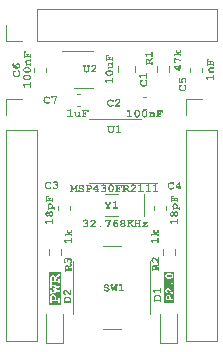
<source format=gbr>
%TF.GenerationSoftware,KiCad,Pcbnew,7.0.7*%
%TF.CreationDate,2024-07-05T12:18:51-04:00*%
%TF.ProjectId,MSP430FR21_Breakout,4d535034-3330-4465-9232-315f42726561,rev?*%
%TF.SameCoordinates,Original*%
%TF.FileFunction,Legend,Top*%
%TF.FilePolarity,Positive*%
%FSLAX46Y46*%
G04 Gerber Fmt 4.6, Leading zero omitted, Abs format (unit mm)*
G04 Created by KiCad (PCBNEW 7.0.7) date 2024-07-05 12:18:51*
%MOMM*%
%LPD*%
G01*
G04 APERTURE LIST*
%ADD10C,0.150000*%
%ADD11C,0.120000*%
G04 APERTURE END LIST*
D10*
G36*
X136451314Y-80157827D02*
G01*
X136444041Y-80153492D01*
X136437610Y-80148981D01*
X136431290Y-80143612D01*
X136426069Y-80138013D01*
X136424936Y-80136578D01*
X136420685Y-80129853D01*
X136417826Y-80122867D01*
X136416358Y-80115620D01*
X136416143Y-80111482D01*
X136416690Y-80103060D01*
X136418333Y-80095244D01*
X136421070Y-80088034D01*
X136424901Y-80081429D01*
X136429828Y-80075429D01*
X136431713Y-80073563D01*
X136438237Y-80068583D01*
X136444825Y-80065220D01*
X136452459Y-80062572D01*
X136461139Y-80060640D01*
X136468837Y-80059610D01*
X136477205Y-80059037D01*
X136483920Y-80058909D01*
X136570566Y-80058909D01*
X136579484Y-80059138D01*
X136587739Y-80059824D01*
X136595329Y-80060969D01*
X136603884Y-80063044D01*
X136611401Y-80065835D01*
X136617880Y-80069341D01*
X136623322Y-80073563D01*
X136628614Y-80079361D01*
X136632810Y-80085765D01*
X136635912Y-80092774D01*
X136637919Y-80100388D01*
X136638832Y-80108607D01*
X136638892Y-80111482D01*
X136638513Y-80119098D01*
X136637109Y-80127268D01*
X136634671Y-80134666D01*
X136631198Y-80141293D01*
X136628085Y-80145554D01*
X136622382Y-80150848D01*
X136616071Y-80154884D01*
X136608446Y-80158456D01*
X136601088Y-80161078D01*
X136592818Y-80163379D01*
X136587418Y-80164605D01*
X136579184Y-80166549D01*
X136571791Y-80169178D01*
X136565239Y-80172490D01*
X136558782Y-80177112D01*
X136556644Y-80179076D01*
X136551466Y-80184606D01*
X136546557Y-80190662D01*
X136541918Y-80197245D01*
X136537547Y-80204355D01*
X136533445Y-80211992D01*
X136529613Y-80220155D01*
X136526049Y-80228844D01*
X136522755Y-80238061D01*
X136520463Y-80245139D01*
X136518397Y-80252224D01*
X136515993Y-80261681D01*
X136513989Y-80271149D01*
X136512387Y-80280629D01*
X136511184Y-80290120D01*
X136510383Y-80299623D01*
X136509982Y-80309137D01*
X136509932Y-80313898D01*
X136510100Y-80322726D01*
X136510602Y-80331419D01*
X136511439Y-80339977D01*
X136512611Y-80348399D01*
X136514118Y-80356687D01*
X136515960Y-80364838D01*
X136518137Y-80372855D01*
X136520648Y-80380737D01*
X136523495Y-80388483D01*
X136526676Y-80396094D01*
X136528983Y-80401093D01*
X136532765Y-80408431D01*
X136536965Y-80415609D01*
X136541583Y-80422625D01*
X136546620Y-80429480D01*
X136552076Y-80436175D01*
X136557950Y-80442708D01*
X136564243Y-80449080D01*
X136570955Y-80455292D01*
X136578085Y-80461342D01*
X136585634Y-80467232D01*
X136590899Y-80471068D01*
X136599045Y-80476503D01*
X136607477Y-80481402D01*
X136616197Y-80485768D01*
X136625202Y-80489598D01*
X136634495Y-80492895D01*
X136644074Y-80495656D01*
X136653939Y-80497883D01*
X136664091Y-80499576D01*
X136674530Y-80500734D01*
X136685255Y-80501358D01*
X136692565Y-80501477D01*
X136755763Y-80501477D01*
X136764465Y-80501261D01*
X136772985Y-80500612D01*
X136781323Y-80499532D01*
X136789480Y-80498019D01*
X136797455Y-80496074D01*
X136805248Y-80493697D01*
X136812859Y-80490888D01*
X136820289Y-80487646D01*
X136827536Y-80483973D01*
X136834603Y-80479867D01*
X136841487Y-80475329D01*
X136848190Y-80470359D01*
X136854710Y-80464956D01*
X136861049Y-80459121D01*
X136867207Y-80452855D01*
X136873182Y-80446156D01*
X136878883Y-80439050D01*
X136884216Y-80431610D01*
X136889182Y-80423835D01*
X136893779Y-80415724D01*
X136898009Y-80407280D01*
X136901870Y-80398500D01*
X136905365Y-80389385D01*
X136908491Y-80379935D01*
X136911249Y-80370151D01*
X136913640Y-80360031D01*
X136915663Y-80349577D01*
X136917318Y-80338788D01*
X136918605Y-80327664D01*
X136919525Y-80316205D01*
X136920076Y-80304411D01*
X136920260Y-80292283D01*
X136920114Y-80281417D01*
X136919674Y-80270870D01*
X136918942Y-80260641D01*
X136917916Y-80250732D01*
X136916597Y-80241141D01*
X136914986Y-80231869D01*
X136913081Y-80222916D01*
X136910884Y-80214281D01*
X136908393Y-80205966D01*
X136905609Y-80197969D01*
X136903591Y-80192815D01*
X136900149Y-80185354D01*
X136895777Y-80177742D01*
X136891609Y-80171542D01*
X136886847Y-80165245D01*
X136881489Y-80158851D01*
X136875535Y-80152359D01*
X136868986Y-80145771D01*
X136865489Y-80142440D01*
X136859519Y-80136508D01*
X136854386Y-80131079D01*
X136849456Y-80125381D01*
X136844792Y-80119058D01*
X136843324Y-80116611D01*
X136840198Y-80109269D01*
X136838600Y-80101951D01*
X136838195Y-80095545D01*
X136838768Y-80087763D01*
X136840487Y-80080355D01*
X136843353Y-80073321D01*
X136847365Y-80066659D01*
X136852524Y-80060372D01*
X136854498Y-80058359D01*
X136860749Y-80052943D01*
X136867412Y-80048648D01*
X136874488Y-80045473D01*
X136881975Y-80043418D01*
X136889875Y-80042484D01*
X136892600Y-80042422D01*
X136901015Y-80043182D01*
X136908185Y-80044976D01*
X136915498Y-80047826D01*
X136922954Y-80051731D01*
X136930553Y-80056692D01*
X136936735Y-80061420D01*
X136939861Y-80064038D01*
X136946593Y-80070103D01*
X136953052Y-80076484D01*
X136959237Y-80083181D01*
X136965148Y-80090193D01*
X136970786Y-80097520D01*
X136976150Y-80105164D01*
X136981240Y-80113122D01*
X136986057Y-80121397D01*
X136990600Y-80129986D01*
X136994869Y-80138892D01*
X136997563Y-80145004D01*
X137000979Y-80153370D01*
X137004175Y-80161843D01*
X137007150Y-80170423D01*
X137009905Y-80179110D01*
X137012440Y-80187905D01*
X137014754Y-80196808D01*
X137016847Y-80205817D01*
X137018721Y-80214934D01*
X137020374Y-80224158D01*
X137021806Y-80233490D01*
X137023018Y-80242929D01*
X137024010Y-80252475D01*
X137024781Y-80262128D01*
X137025332Y-80271889D01*
X137025663Y-80281758D01*
X137025773Y-80291733D01*
X137025630Y-80303384D01*
X137025201Y-80314891D01*
X137024485Y-80326254D01*
X137023483Y-80337471D01*
X137022195Y-80348545D01*
X137020621Y-80359473D01*
X137018761Y-80370257D01*
X137016614Y-80380897D01*
X137014181Y-80391392D01*
X137011462Y-80401743D01*
X137008457Y-80411949D01*
X137005165Y-80422010D01*
X137001587Y-80431927D01*
X136997723Y-80441699D01*
X136993573Y-80451327D01*
X136989137Y-80460810D01*
X136985341Y-80468342D01*
X136981280Y-80475734D01*
X136976954Y-80482985D01*
X136972364Y-80490096D01*
X136967509Y-80497067D01*
X136962389Y-80503898D01*
X136957005Y-80510589D01*
X136951355Y-80517139D01*
X136945441Y-80523549D01*
X136939263Y-80529818D01*
X136932819Y-80535948D01*
X136926111Y-80541937D01*
X136919138Y-80547786D01*
X136911900Y-80553495D01*
X136904397Y-80559063D01*
X136896630Y-80564491D01*
X136888685Y-80569660D01*
X136880650Y-80574495D01*
X136872525Y-80578996D01*
X136864310Y-80583164D01*
X136856004Y-80586999D01*
X136847608Y-80590500D01*
X136839123Y-80593668D01*
X136830547Y-80596502D01*
X136821881Y-80599003D01*
X136813124Y-80601171D01*
X136804278Y-80603005D01*
X136795341Y-80604505D01*
X136786315Y-80605672D01*
X136777198Y-80606506D01*
X136767991Y-80607006D01*
X136758694Y-80607173D01*
X136690916Y-80607173D01*
X136681203Y-80607023D01*
X136671570Y-80606575D01*
X136662020Y-80605827D01*
X136652551Y-80604780D01*
X136643164Y-80603434D01*
X136633858Y-80601789D01*
X136624634Y-80599845D01*
X136615491Y-80597601D01*
X136606430Y-80595059D01*
X136597450Y-80592218D01*
X136588552Y-80589077D01*
X136579736Y-80585637D01*
X136571001Y-80581899D01*
X136562348Y-80577861D01*
X136553776Y-80573524D01*
X136545286Y-80568888D01*
X136536958Y-80563964D01*
X136528872Y-80558810D01*
X136521027Y-80553425D01*
X136513424Y-80547810D01*
X136506063Y-80541965D01*
X136498944Y-80535889D01*
X136492067Y-80529583D01*
X136485432Y-80523046D01*
X136479038Y-80516279D01*
X136472887Y-80509282D01*
X136466977Y-80502054D01*
X136461309Y-80494596D01*
X136455883Y-80486907D01*
X136450699Y-80478988D01*
X136445756Y-80470839D01*
X136441056Y-80462459D01*
X136436619Y-80453909D01*
X136432469Y-80445297D01*
X136428605Y-80436622D01*
X136425027Y-80427883D01*
X136421736Y-80419082D01*
X136418730Y-80410218D01*
X136416011Y-80401290D01*
X136413578Y-80392300D01*
X136411432Y-80383247D01*
X136409571Y-80374131D01*
X136407997Y-80364952D01*
X136406709Y-80355709D01*
X136405707Y-80346404D01*
X136404992Y-80337036D01*
X136404562Y-80327605D01*
X136404419Y-80318111D01*
X136404521Y-80309543D01*
X136404825Y-80301082D01*
X136405332Y-80292726D01*
X136406042Y-80284477D01*
X136406955Y-80276335D01*
X136408071Y-80268298D01*
X136409389Y-80260368D01*
X136410911Y-80252544D01*
X136412635Y-80244826D01*
X136414562Y-80237214D01*
X136415960Y-80232199D01*
X136418232Y-80224760D01*
X136420719Y-80217417D01*
X136423422Y-80210171D01*
X136426341Y-80203021D01*
X136429476Y-80195969D01*
X136432826Y-80189012D01*
X136436392Y-80182153D01*
X136440174Y-80175390D01*
X136444172Y-80168723D01*
X136448385Y-80162153D01*
X136451314Y-80157827D01*
G37*
G36*
X136837833Y-79438881D02*
G01*
X136848562Y-79439561D01*
X136859024Y-79440695D01*
X136869221Y-79442283D01*
X136879152Y-79444325D01*
X136888816Y-79446820D01*
X136898214Y-79449769D01*
X136907346Y-79453171D01*
X136916212Y-79457027D01*
X136924811Y-79461337D01*
X136933145Y-79466100D01*
X136941212Y-79471318D01*
X136949013Y-79476988D01*
X136956547Y-79483113D01*
X136963816Y-79489691D01*
X136970819Y-79496723D01*
X136977473Y-79504120D01*
X136983699Y-79511841D01*
X136989495Y-79519885D01*
X136994861Y-79528253D01*
X136999799Y-79536944D01*
X137004307Y-79545959D01*
X137008385Y-79555297D01*
X137012034Y-79564958D01*
X137015254Y-79574943D01*
X137018045Y-79585251D01*
X137020406Y-79595883D01*
X137022338Y-79606838D01*
X137023841Y-79618117D01*
X137024914Y-79629719D01*
X137025558Y-79641644D01*
X137025773Y-79653893D01*
X137025629Y-79664151D01*
X137025198Y-79674180D01*
X137024479Y-79683981D01*
X137023472Y-79693552D01*
X137022177Y-79702894D01*
X137020595Y-79712007D01*
X137018726Y-79720892D01*
X137016568Y-79729547D01*
X137014123Y-79737973D01*
X137011390Y-79746171D01*
X137008370Y-79754139D01*
X137005062Y-79761879D01*
X137001466Y-79769389D01*
X136997583Y-79776671D01*
X136993412Y-79783723D01*
X136988954Y-79790547D01*
X136984173Y-79797131D01*
X136979082Y-79803510D01*
X136973680Y-79809684D01*
X136967968Y-79815654D01*
X136961945Y-79821419D01*
X136955612Y-79826980D01*
X136948968Y-79832336D01*
X136942013Y-79837487D01*
X136934748Y-79842434D01*
X136927173Y-79847176D01*
X136919286Y-79851713D01*
X136911090Y-79856046D01*
X136902582Y-79860174D01*
X136893765Y-79864097D01*
X136884636Y-79867816D01*
X136875197Y-79871330D01*
X136865512Y-79874635D01*
X136855689Y-79877727D01*
X136845728Y-79880606D01*
X136835630Y-79883271D01*
X136825395Y-79885723D01*
X136815022Y-79887962D01*
X136804512Y-79889988D01*
X136793865Y-79891801D01*
X136783080Y-79893400D01*
X136772157Y-79894786D01*
X136761098Y-79895959D01*
X136749901Y-79896918D01*
X136738566Y-79897665D01*
X136727095Y-79898198D01*
X136715486Y-79898518D01*
X136703739Y-79898624D01*
X136689737Y-79898413D01*
X136676033Y-79897780D01*
X136662626Y-79896724D01*
X136649517Y-79895247D01*
X136636706Y-79893347D01*
X136624192Y-79891025D01*
X136611976Y-79888281D01*
X136600058Y-79885115D01*
X136588437Y-79881526D01*
X136577114Y-79877515D01*
X136566089Y-79873082D01*
X136555361Y-79868227D01*
X136544932Y-79862950D01*
X136534799Y-79857251D01*
X136524965Y-79851129D01*
X136515428Y-79844585D01*
X136506171Y-79837756D01*
X136497178Y-79830778D01*
X136488448Y-79823651D01*
X136479982Y-79816375D01*
X136471779Y-79808951D01*
X136463839Y-79801377D01*
X136456163Y-79793655D01*
X136448749Y-79785784D01*
X136441600Y-79777764D01*
X136434713Y-79769595D01*
X136428090Y-79761278D01*
X136421730Y-79752811D01*
X136415634Y-79744196D01*
X136409800Y-79735432D01*
X136404230Y-79726519D01*
X136398924Y-79717457D01*
X136393911Y-79708266D01*
X136389221Y-79699013D01*
X136384855Y-79689696D01*
X136380812Y-79680317D01*
X136377092Y-79670874D01*
X136373696Y-79661369D01*
X136370624Y-79651801D01*
X136367875Y-79642169D01*
X136365449Y-79632475D01*
X136363346Y-79622718D01*
X136361568Y-79612897D01*
X136360112Y-79603014D01*
X136358980Y-79593068D01*
X136358172Y-79583059D01*
X136357686Y-79572986D01*
X136357525Y-79562851D01*
X136357628Y-79554927D01*
X136357937Y-79547226D01*
X136358452Y-79539751D01*
X136359611Y-79528959D01*
X136361234Y-79518673D01*
X136363321Y-79508892D01*
X136365871Y-79499617D01*
X136368885Y-79490847D01*
X136372362Y-79482583D01*
X136376304Y-79474825D01*
X136380709Y-79467572D01*
X136383903Y-79463017D01*
X136389745Y-79456315D01*
X136396053Y-79450749D01*
X136402826Y-79446319D01*
X136410064Y-79443024D01*
X136417767Y-79440866D01*
X136425935Y-79439844D01*
X136429332Y-79439753D01*
X136436701Y-79440133D01*
X136445047Y-79441593D01*
X136452852Y-79444147D01*
X136460116Y-79447797D01*
X136466840Y-79452541D01*
X136469999Y-79455323D01*
X136475601Y-79461313D01*
X136480045Y-79467740D01*
X136483329Y-79474605D01*
X136485455Y-79481908D01*
X136486421Y-79489649D01*
X136486485Y-79492326D01*
X136485311Y-79500099D01*
X136482776Y-79507347D01*
X136479472Y-79514397D01*
X136475922Y-79520862D01*
X136471647Y-79527864D01*
X136467881Y-79534756D01*
X136464929Y-79542345D01*
X136463340Y-79549761D01*
X136463038Y-79554608D01*
X136463266Y-79564118D01*
X136463952Y-79573690D01*
X136465095Y-79583323D01*
X136466696Y-79593016D01*
X136468753Y-79602771D01*
X136471268Y-79612587D01*
X136474240Y-79622465D01*
X136477669Y-79632403D01*
X136481556Y-79642403D01*
X136485900Y-79652464D01*
X136489050Y-79659205D01*
X136492388Y-79665904D01*
X136495945Y-79672492D01*
X136499721Y-79678967D01*
X136503716Y-79685332D01*
X136507929Y-79691584D01*
X136512362Y-79697725D01*
X136517014Y-79703754D01*
X136521885Y-79709672D01*
X136526975Y-79715478D01*
X136532283Y-79721172D01*
X136537811Y-79726755D01*
X136543558Y-79732226D01*
X136549523Y-79737586D01*
X136555708Y-79742834D01*
X136562111Y-79747970D01*
X136568734Y-79752994D01*
X136575937Y-79757980D01*
X136583466Y-79762702D01*
X136591320Y-79767159D01*
X136599500Y-79771353D01*
X136608004Y-79775282D01*
X136616834Y-79778948D01*
X136625989Y-79782349D01*
X136635469Y-79785486D01*
X136645275Y-79788360D01*
X136655405Y-79790969D01*
X136662340Y-79792562D01*
X136656750Y-79785450D01*
X136651454Y-79778402D01*
X136646451Y-79771419D01*
X136641740Y-79764501D01*
X136637323Y-79757646D01*
X136633199Y-79750856D01*
X136629368Y-79744131D01*
X136625829Y-79737470D01*
X136622584Y-79730873D01*
X136618713Y-79722178D01*
X136617827Y-79720022D01*
X136614521Y-79711295D01*
X136611656Y-79702425D01*
X136609231Y-79693412D01*
X136607248Y-79684255D01*
X136605705Y-79674956D01*
X136604603Y-79665513D01*
X136603942Y-79655928D01*
X136603780Y-79648764D01*
X136709234Y-79648764D01*
X136709692Y-79656847D01*
X136711066Y-79665067D01*
X136713356Y-79673425D01*
X136716562Y-79681920D01*
X136720683Y-79690552D01*
X136724376Y-79697117D01*
X136728583Y-79703758D01*
X136733306Y-79710478D01*
X136738544Y-79717274D01*
X136744242Y-79723963D01*
X136750346Y-79730431D01*
X136756856Y-79736676D01*
X136763771Y-79742699D01*
X136771092Y-79748500D01*
X136778819Y-79754078D01*
X136786952Y-79759435D01*
X136795490Y-79764569D01*
X136804434Y-79769481D01*
X136813784Y-79774171D01*
X136820243Y-79777174D01*
X136827313Y-79775069D01*
X136837385Y-79771741D01*
X136846816Y-79768210D01*
X136855606Y-79764476D01*
X136863755Y-79760540D01*
X136871263Y-79756401D01*
X136878131Y-79752058D01*
X136884358Y-79747513D01*
X136889944Y-79742766D01*
X136896396Y-79736119D01*
X136899194Y-79732661D01*
X136904132Y-79725237D01*
X136908411Y-79717068D01*
X136912031Y-79708155D01*
X136914315Y-79700982D01*
X136916228Y-79693390D01*
X136917771Y-79685380D01*
X136918944Y-79676951D01*
X136919746Y-79668103D01*
X136920178Y-79658837D01*
X136920260Y-79652427D01*
X136920036Y-79642884D01*
X136919365Y-79633762D01*
X136918246Y-79625062D01*
X136916680Y-79616784D01*
X136914665Y-79608928D01*
X136912204Y-79601493D01*
X136909295Y-79594481D01*
X136905938Y-79587890D01*
X136900766Y-79579759D01*
X136894798Y-79572377D01*
X136888146Y-79565765D01*
X136880922Y-79560035D01*
X136873125Y-79555186D01*
X136864756Y-79551219D01*
X136855814Y-79548134D01*
X136846300Y-79545930D01*
X136838789Y-79544856D01*
X136830956Y-79544277D01*
X136825555Y-79544167D01*
X136816327Y-79544450D01*
X136807394Y-79545300D01*
X136798758Y-79546717D01*
X136790418Y-79548701D01*
X136782375Y-79551251D01*
X136774628Y-79554368D01*
X136767177Y-79558051D01*
X136760022Y-79562302D01*
X136753163Y-79567119D01*
X136746601Y-79572503D01*
X136742390Y-79576407D01*
X136736465Y-79582521D01*
X136731123Y-79588774D01*
X136726363Y-79595165D01*
X136722186Y-79601695D01*
X136718592Y-79608363D01*
X136715581Y-79615169D01*
X136713152Y-79622114D01*
X136710821Y-79631590D01*
X136709752Y-79638858D01*
X136709267Y-79646264D01*
X136709234Y-79648764D01*
X136603780Y-79648764D01*
X136603722Y-79646199D01*
X136603971Y-79635930D01*
X136604718Y-79625820D01*
X136605963Y-79615871D01*
X136607706Y-79606082D01*
X136609947Y-79596454D01*
X136612686Y-79586986D01*
X136615923Y-79577678D01*
X136619658Y-79568530D01*
X136623892Y-79559543D01*
X136628623Y-79550716D01*
X136633852Y-79542049D01*
X136639579Y-79533542D01*
X136645805Y-79525196D01*
X136652528Y-79517010D01*
X136659749Y-79508984D01*
X136667469Y-79501119D01*
X136675540Y-79493555D01*
X136683864Y-79486479D01*
X136692439Y-79479891D01*
X136701266Y-79473790D01*
X136710345Y-79468178D01*
X136719676Y-79463054D01*
X136729259Y-79458418D01*
X136739093Y-79454270D01*
X136749180Y-79450610D01*
X136759518Y-79447438D01*
X136770108Y-79444754D01*
X136780950Y-79442558D01*
X136792044Y-79440850D01*
X136803390Y-79439630D01*
X136814988Y-79438898D01*
X136826837Y-79438654D01*
X136837833Y-79438881D01*
G37*
G36*
X137271925Y-81214971D02*
G01*
X137822937Y-81214971D01*
X137822937Y-81108359D01*
X137823166Y-81099134D01*
X137823853Y-81090602D01*
X137824997Y-81082762D01*
X137827072Y-81073937D01*
X137829863Y-81066194D01*
X137833369Y-81059533D01*
X137837591Y-81053954D01*
X137843340Y-81048414D01*
X137849733Y-81044019D01*
X137856769Y-81040771D01*
X137864450Y-81038670D01*
X137872775Y-81037715D01*
X137875693Y-81037651D01*
X137884239Y-81038224D01*
X137892154Y-81039944D01*
X137899437Y-81042809D01*
X137906090Y-81046821D01*
X137912111Y-81051980D01*
X137913978Y-81053954D01*
X137918896Y-81060778D01*
X137922217Y-81067656D01*
X137924832Y-81075615D01*
X137926740Y-81084657D01*
X137927757Y-81092670D01*
X137928322Y-81101376D01*
X137928450Y-81108359D01*
X137928450Y-81427279D01*
X137928223Y-81436464D01*
X137927545Y-81444968D01*
X137926414Y-81452790D01*
X137924365Y-81461610D01*
X137921610Y-81469366D01*
X137918147Y-81476057D01*
X137913978Y-81481684D01*
X137908167Y-81487163D01*
X137901725Y-81491508D01*
X137894652Y-81494719D01*
X137886947Y-81496797D01*
X137878612Y-81497741D01*
X137875693Y-81497804D01*
X137867154Y-81497238D01*
X137859258Y-81495538D01*
X137852007Y-81492704D01*
X137845399Y-81488737D01*
X137839436Y-81483636D01*
X137837591Y-81481684D01*
X137832611Y-81474804D01*
X137829248Y-81467900D01*
X137826600Y-81459932D01*
X137824668Y-81450899D01*
X137823638Y-81442906D01*
X137823065Y-81434232D01*
X137822937Y-81427279D01*
X137822937Y-81320484D01*
X137415540Y-81320484D01*
X137441368Y-81414823D01*
X137443547Y-81422942D01*
X137445275Y-81430262D01*
X137446721Y-81437793D01*
X137447623Y-81445068D01*
X137447780Y-81448895D01*
X137447194Y-81456258D01*
X137445028Y-81464360D01*
X137441268Y-81471936D01*
X137436775Y-81478011D01*
X137431110Y-81483699D01*
X137424595Y-81488680D01*
X137417552Y-81492630D01*
X137409980Y-81495549D01*
X137401881Y-81497438D01*
X137393254Y-81498297D01*
X137390260Y-81498354D01*
X137382346Y-81497974D01*
X137375088Y-81496834D01*
X137367450Y-81494544D01*
X137360707Y-81491219D01*
X137355639Y-81487546D01*
X137350249Y-81481678D01*
X137345853Y-81474835D01*
X137342347Y-81467853D01*
X137338984Y-81459708D01*
X137336396Y-81452355D01*
X137333900Y-81444258D01*
X137333291Y-81442117D01*
X137271925Y-81214971D01*
G37*
G36*
X137673656Y-80408286D02*
G01*
X137685876Y-80408984D01*
X137698031Y-80410147D01*
X137710119Y-80411775D01*
X137722142Y-80413868D01*
X137734099Y-80416426D01*
X137745990Y-80419449D01*
X137757815Y-80422937D01*
X137769575Y-80426891D01*
X137781268Y-80431309D01*
X137792896Y-80436193D01*
X137804458Y-80441542D01*
X137815954Y-80447356D01*
X137827384Y-80453635D01*
X137838749Y-80460379D01*
X137850048Y-80467588D01*
X137860961Y-80475230D01*
X137871171Y-80483270D01*
X137880676Y-80491710D01*
X137889478Y-80500549D01*
X137897575Y-80509788D01*
X137904968Y-80519426D01*
X137911657Y-80529463D01*
X137917642Y-80539899D01*
X137922923Y-80550735D01*
X137927499Y-80561970D01*
X137931372Y-80573604D01*
X137934540Y-80585638D01*
X137937005Y-80598070D01*
X137938765Y-80610902D01*
X137939821Y-80624134D01*
X137940173Y-80637764D01*
X137940069Y-80645678D01*
X137939755Y-80653438D01*
X137939233Y-80661043D01*
X137938502Y-80668493D01*
X137937561Y-80675789D01*
X137935759Y-80686443D01*
X137933487Y-80696749D01*
X137930745Y-80706707D01*
X137927532Y-80716318D01*
X137923850Y-80725581D01*
X137919697Y-80734496D01*
X137915074Y-80743063D01*
X137913429Y-80745842D01*
X137907982Y-80754045D01*
X137901740Y-80762167D01*
X137894703Y-80770209D01*
X137889569Y-80775526D01*
X137884082Y-80780806D01*
X137878242Y-80786052D01*
X137872048Y-80791261D01*
X137865501Y-80796434D01*
X137858600Y-80801572D01*
X137851346Y-80806674D01*
X137843738Y-80811740D01*
X137835777Y-80816770D01*
X137827462Y-80821765D01*
X137818794Y-80826724D01*
X137814327Y-80829190D01*
X137805272Y-80833959D01*
X137796149Y-80838420D01*
X137786959Y-80842574D01*
X137777702Y-80846420D01*
X137768378Y-80849959D01*
X137758986Y-80853189D01*
X137749527Y-80856112D01*
X137740001Y-80858728D01*
X137730407Y-80861035D01*
X137720747Y-80863035D01*
X137711019Y-80864728D01*
X137701224Y-80866112D01*
X137691361Y-80867189D01*
X137681431Y-80867958D01*
X137671434Y-80868420D01*
X137661370Y-80868574D01*
X137550728Y-80868574D01*
X137538508Y-80868343D01*
X137526348Y-80867649D01*
X137514248Y-80866494D01*
X137502208Y-80864876D01*
X137490228Y-80862796D01*
X137478308Y-80860253D01*
X137466448Y-80857249D01*
X137454649Y-80853782D01*
X137442910Y-80849853D01*
X137431230Y-80845461D01*
X137419611Y-80840608D01*
X137408052Y-80835292D01*
X137396553Y-80829514D01*
X137385114Y-80823273D01*
X137373735Y-80816571D01*
X137362417Y-80809406D01*
X137351459Y-80801787D01*
X137341208Y-80793767D01*
X137331664Y-80785346D01*
X137322826Y-80776525D01*
X137314696Y-80767303D01*
X137307273Y-80757680D01*
X137300557Y-80747656D01*
X137294548Y-80737232D01*
X137289245Y-80726407D01*
X137284650Y-80715182D01*
X137280762Y-80703555D01*
X137277580Y-80691528D01*
X137275106Y-80679101D01*
X137273339Y-80666272D01*
X137272278Y-80653043D01*
X137271925Y-80639413D01*
X137271932Y-80638863D01*
X137377438Y-80638863D01*
X137377760Y-80647708D01*
X137378726Y-80656243D01*
X137380336Y-80664469D01*
X137382590Y-80672386D01*
X137385488Y-80679994D01*
X137389030Y-80687292D01*
X137393216Y-80694282D01*
X137398046Y-80700962D01*
X137403520Y-80707333D01*
X137409638Y-80713396D01*
X137414074Y-80717265D01*
X137421116Y-80722811D01*
X137428365Y-80727999D01*
X137435822Y-80732829D01*
X137443486Y-80737301D01*
X137451358Y-80741415D01*
X137459437Y-80745172D01*
X137467724Y-80748571D01*
X137476219Y-80751612D01*
X137484920Y-80754295D01*
X137493830Y-80756621D01*
X137502947Y-80758589D01*
X137512271Y-80760199D01*
X137521803Y-80761451D01*
X137531542Y-80762345D01*
X137541489Y-80762882D01*
X137551644Y-80763061D01*
X137660454Y-80763061D01*
X137670493Y-80762872D01*
X137680367Y-80762305D01*
X137690076Y-80761361D01*
X137699621Y-80760038D01*
X137709001Y-80758338D01*
X137718217Y-80756260D01*
X137727268Y-80753804D01*
X137736154Y-80750971D01*
X137744876Y-80747759D01*
X137753433Y-80744170D01*
X137761826Y-80740203D01*
X137770054Y-80735858D01*
X137778118Y-80731136D01*
X137786017Y-80726035D01*
X137793751Y-80720557D01*
X137801321Y-80714701D01*
X137807279Y-80709449D01*
X137812651Y-80703791D01*
X137817437Y-80697728D01*
X137821637Y-80691259D01*
X137825251Y-80684385D01*
X137828279Y-80677104D01*
X137830721Y-80669418D01*
X137832577Y-80661326D01*
X137833846Y-80652829D01*
X137834530Y-80643925D01*
X137834660Y-80637764D01*
X137834338Y-80629018D01*
X137833372Y-80620572D01*
X137831762Y-80612425D01*
X137829508Y-80604577D01*
X137826610Y-80597029D01*
X137823068Y-80589780D01*
X137818882Y-80582831D01*
X137814052Y-80576181D01*
X137808578Y-80569830D01*
X137802460Y-80563779D01*
X137798024Y-80559912D01*
X137790982Y-80554366D01*
X137783733Y-80549179D01*
X137776276Y-80544349D01*
X137768612Y-80539876D01*
X137760740Y-80535762D01*
X137752660Y-80532005D01*
X137744374Y-80528606D01*
X137735879Y-80525565D01*
X137727177Y-80522882D01*
X137718268Y-80520556D01*
X137709151Y-80518589D01*
X137699827Y-80516979D01*
X137690295Y-80515726D01*
X137680555Y-80514832D01*
X137670608Y-80514295D01*
X137660454Y-80514116D01*
X137551644Y-80514116D01*
X137541648Y-80514304D01*
X137531812Y-80514866D01*
X137522134Y-80515804D01*
X137512615Y-80517116D01*
X137503254Y-80518803D01*
X137494053Y-80520865D01*
X137485011Y-80523303D01*
X137476127Y-80526115D01*
X137467402Y-80529302D01*
X137458836Y-80532864D01*
X137450429Y-80536801D01*
X137442181Y-80541113D01*
X137434092Y-80545800D01*
X137426161Y-80550862D01*
X137418390Y-80556298D01*
X137410777Y-80562110D01*
X137404819Y-80567423D01*
X137399447Y-80573125D01*
X137394661Y-80579216D01*
X137390461Y-80585698D01*
X137386847Y-80592569D01*
X137383819Y-80599829D01*
X137381377Y-80607479D01*
X137379521Y-80615519D01*
X137378252Y-80623949D01*
X137377568Y-80632768D01*
X137377438Y-80638863D01*
X137271932Y-80638863D01*
X137272028Y-80631566D01*
X137272340Y-80623871D01*
X137272859Y-80616328D01*
X137273585Y-80608936D01*
X137275063Y-80598133D01*
X137277009Y-80587671D01*
X137279421Y-80577551D01*
X137282300Y-80567772D01*
X137285646Y-80558334D01*
X137289459Y-80549237D01*
X137293739Y-80540482D01*
X137298486Y-80532068D01*
X137303867Y-80523828D01*
X137310050Y-80515661D01*
X137317035Y-80507569D01*
X137322137Y-80502215D01*
X137327595Y-80496894D01*
X137333410Y-80491606D01*
X137339581Y-80486351D01*
X137346108Y-80481129D01*
X137352992Y-80475940D01*
X137360232Y-80470784D01*
X137367828Y-80465660D01*
X137375781Y-80460570D01*
X137384090Y-80455512D01*
X137392755Y-80450488D01*
X137397221Y-80447988D01*
X137406279Y-80443152D01*
X137415408Y-80438628D01*
X137424608Y-80434416D01*
X137433881Y-80430517D01*
X137443224Y-80426929D01*
X137452640Y-80423653D01*
X137462126Y-80420689D01*
X137471685Y-80418037D01*
X137481315Y-80415697D01*
X137491016Y-80413670D01*
X137500789Y-80411954D01*
X137510634Y-80410550D01*
X137520550Y-80409458D01*
X137530538Y-80408678D01*
X137540597Y-80408210D01*
X137550728Y-80408054D01*
X137661370Y-80408054D01*
X137673656Y-80408286D01*
G37*
G36*
X137673656Y-79778140D02*
G01*
X137685876Y-79778838D01*
X137698031Y-79780000D01*
X137710119Y-79781628D01*
X137722142Y-79783721D01*
X137734099Y-79786279D01*
X137745990Y-79789303D01*
X137757815Y-79792791D01*
X137769575Y-79796744D01*
X137781268Y-79801163D01*
X137792896Y-79806047D01*
X137804458Y-79811395D01*
X137815954Y-79817209D01*
X137827384Y-79823488D01*
X137838749Y-79830232D01*
X137850048Y-79837442D01*
X137860961Y-79845083D01*
X137871171Y-79853124D01*
X137880676Y-79861564D01*
X137889478Y-79870403D01*
X137897575Y-79879641D01*
X137904968Y-79889279D01*
X137911657Y-79899316D01*
X137917642Y-79909753D01*
X137922923Y-79920588D01*
X137927499Y-79931823D01*
X137931372Y-79943458D01*
X137934540Y-79955491D01*
X137937005Y-79967924D01*
X137938765Y-79980756D01*
X137939821Y-79993987D01*
X137940173Y-80007618D01*
X137940069Y-80015532D01*
X137939755Y-80023291D01*
X137939233Y-80030896D01*
X137938502Y-80038347D01*
X137937561Y-80045642D01*
X137935759Y-80056296D01*
X137933487Y-80066602D01*
X137930745Y-80076561D01*
X137927532Y-80086171D01*
X137923850Y-80095434D01*
X137919697Y-80104349D01*
X137915074Y-80112917D01*
X137913429Y-80115695D01*
X137907982Y-80123898D01*
X137901740Y-80132021D01*
X137894703Y-80140063D01*
X137889569Y-80145379D01*
X137884082Y-80150660D01*
X137878242Y-80155905D01*
X137872048Y-80161114D01*
X137865501Y-80166288D01*
X137858600Y-80171425D01*
X137851346Y-80176527D01*
X137843738Y-80181593D01*
X137835777Y-80186624D01*
X137827462Y-80191618D01*
X137818794Y-80196577D01*
X137814327Y-80199043D01*
X137805272Y-80203812D01*
X137796149Y-80208274D01*
X137786959Y-80212428D01*
X137777702Y-80216274D01*
X137768378Y-80219812D01*
X137758986Y-80223043D01*
X137749527Y-80225966D01*
X137740001Y-80228581D01*
X137730407Y-80230889D01*
X137720747Y-80232889D01*
X137711019Y-80234581D01*
X137701224Y-80235966D01*
X137691361Y-80237043D01*
X137681431Y-80237812D01*
X137671434Y-80238273D01*
X137661370Y-80238427D01*
X137550728Y-80238427D01*
X137538508Y-80238196D01*
X137526348Y-80237503D01*
X137514248Y-80236347D01*
X137502208Y-80234729D01*
X137490228Y-80232649D01*
X137478308Y-80230107D01*
X137466448Y-80227102D01*
X137454649Y-80223635D01*
X137442910Y-80219706D01*
X137431230Y-80215315D01*
X137419611Y-80210461D01*
X137408052Y-80205145D01*
X137396553Y-80199367D01*
X137385114Y-80193127D01*
X137373735Y-80186424D01*
X137362417Y-80179259D01*
X137351459Y-80171640D01*
X137341208Y-80163620D01*
X137331664Y-80155200D01*
X137322826Y-80146378D01*
X137314696Y-80137156D01*
X137307273Y-80127533D01*
X137300557Y-80117510D01*
X137294548Y-80107086D01*
X137289245Y-80096261D01*
X137284650Y-80085035D01*
X137280762Y-80073409D01*
X137277580Y-80061382D01*
X137275106Y-80048954D01*
X137273339Y-80036125D01*
X137272278Y-80022896D01*
X137271925Y-80009266D01*
X137271932Y-80008717D01*
X137377438Y-80008717D01*
X137377760Y-80017561D01*
X137378726Y-80026096D01*
X137380336Y-80034322D01*
X137382590Y-80042239D01*
X137385488Y-80049847D01*
X137389030Y-80057146D01*
X137393216Y-80064135D01*
X137398046Y-80070816D01*
X137403520Y-80077187D01*
X137409638Y-80083249D01*
X137414074Y-80087119D01*
X137421116Y-80092664D01*
X137428365Y-80097852D01*
X137435822Y-80102682D01*
X137443486Y-80107154D01*
X137451358Y-80111269D01*
X137459437Y-80115025D01*
X137467724Y-80118424D01*
X137476219Y-80121465D01*
X137484920Y-80124149D01*
X137493830Y-80126474D01*
X137502947Y-80128442D01*
X137512271Y-80130052D01*
X137521803Y-80131304D01*
X137531542Y-80132199D01*
X137541489Y-80132735D01*
X137551644Y-80132914D01*
X137660454Y-80132914D01*
X137670493Y-80132725D01*
X137680367Y-80132159D01*
X137690076Y-80131214D01*
X137699621Y-80129892D01*
X137709001Y-80128192D01*
X137718217Y-80126114D01*
X137727268Y-80123658D01*
X137736154Y-80120824D01*
X137744876Y-80117613D01*
X137753433Y-80114024D01*
X137761826Y-80110057D01*
X137770054Y-80105712D01*
X137778118Y-80100989D01*
X137786017Y-80095889D01*
X137793751Y-80090410D01*
X137801321Y-80084554D01*
X137807279Y-80079302D01*
X137812651Y-80073645D01*
X137817437Y-80067582D01*
X137821637Y-80061113D01*
X137825251Y-80054238D01*
X137828279Y-80046958D01*
X137830721Y-80039271D01*
X137832577Y-80031180D01*
X137833846Y-80022682D01*
X137834530Y-80013779D01*
X137834660Y-80007618D01*
X137834338Y-79998872D01*
X137833372Y-79990425D01*
X137831762Y-79982278D01*
X137829508Y-79974430D01*
X137826610Y-79966882D01*
X137823068Y-79959633D01*
X137818882Y-79952684D01*
X137814052Y-79946034D01*
X137808578Y-79939684D01*
X137802460Y-79933633D01*
X137798024Y-79929765D01*
X137790982Y-79924220D01*
X137783733Y-79919032D01*
X137776276Y-79914202D01*
X137768612Y-79909730D01*
X137760740Y-79905615D01*
X137752660Y-79901859D01*
X137744374Y-79898460D01*
X137735879Y-79895419D01*
X137727177Y-79892735D01*
X137718268Y-79890410D01*
X137709151Y-79888442D01*
X137699827Y-79886832D01*
X137690295Y-79885580D01*
X137680555Y-79884685D01*
X137670608Y-79884149D01*
X137660454Y-79883970D01*
X137551644Y-79883970D01*
X137541648Y-79884157D01*
X137531812Y-79884720D01*
X137522134Y-79885657D01*
X137512615Y-79886969D01*
X137503254Y-79888657D01*
X137494053Y-79890719D01*
X137485011Y-79893156D01*
X137476127Y-79895968D01*
X137467402Y-79899155D01*
X137458836Y-79902717D01*
X137450429Y-79906654D01*
X137442181Y-79910966D01*
X137434092Y-79915653D01*
X137426161Y-79920715D01*
X137418390Y-79926152D01*
X137410777Y-79931964D01*
X137404819Y-79937276D01*
X137399447Y-79942978D01*
X137394661Y-79949070D01*
X137390461Y-79955551D01*
X137386847Y-79962422D01*
X137383819Y-79969683D01*
X137381377Y-79977333D01*
X137379521Y-79985373D01*
X137378252Y-79993802D01*
X137377568Y-80002621D01*
X137377438Y-80008717D01*
X137271932Y-80008717D01*
X137272028Y-80001420D01*
X137272340Y-79993725D01*
X137272859Y-79986181D01*
X137273585Y-79978789D01*
X137275063Y-79967986D01*
X137277009Y-79957525D01*
X137279421Y-79947404D01*
X137282300Y-79937625D01*
X137285646Y-79928187D01*
X137289459Y-79919091D01*
X137293739Y-79910336D01*
X137298486Y-79901922D01*
X137303867Y-79893681D01*
X137310050Y-79885515D01*
X137317035Y-79877422D01*
X137322137Y-79872069D01*
X137327595Y-79866748D01*
X137333410Y-79861460D01*
X137339581Y-79856205D01*
X137346108Y-79850983D01*
X137352992Y-79845793D01*
X137360232Y-79840637D01*
X137367828Y-79835514D01*
X137375781Y-79830423D01*
X137384090Y-79825366D01*
X137392755Y-79820341D01*
X137397221Y-79817841D01*
X137406279Y-79813005D01*
X137415408Y-79808482D01*
X137424608Y-79804270D01*
X137433881Y-79800370D01*
X137443224Y-79796782D01*
X137452640Y-79793506D01*
X137462126Y-79790543D01*
X137471685Y-79787891D01*
X137481315Y-79785551D01*
X137491016Y-79783523D01*
X137500789Y-79781807D01*
X137510634Y-79780403D01*
X137520550Y-79779311D01*
X137530538Y-79778531D01*
X137540597Y-79778063D01*
X137550728Y-79777907D01*
X137661370Y-79777907D01*
X137673656Y-79778140D01*
G37*
G36*
X137482951Y-79485182D02*
G01*
X137518122Y-79485182D01*
X137512443Y-79477898D01*
X137507131Y-79470425D01*
X137502185Y-79462763D01*
X137497605Y-79454911D01*
X137493392Y-79446871D01*
X137489545Y-79438643D01*
X137486065Y-79430225D01*
X137482951Y-79421618D01*
X137480203Y-79412825D01*
X137477821Y-79403849D01*
X137475806Y-79394690D01*
X137474158Y-79385348D01*
X137472876Y-79375823D01*
X137471960Y-79366114D01*
X137471513Y-79358712D01*
X137471273Y-79351207D01*
X137471227Y-79346147D01*
X137471439Y-79334577D01*
X137472077Y-79323312D01*
X137473140Y-79312354D01*
X137474627Y-79301703D01*
X137476540Y-79291357D01*
X137478878Y-79281318D01*
X137481640Y-79271585D01*
X137484828Y-79262158D01*
X137488441Y-79253038D01*
X137492479Y-79244223D01*
X137496942Y-79235715D01*
X137501830Y-79227514D01*
X137507143Y-79219618D01*
X137512881Y-79212029D01*
X137519044Y-79204746D01*
X137525632Y-79197770D01*
X137531164Y-79192535D01*
X137536906Y-79187637D01*
X137542859Y-79183078D01*
X137549022Y-79178856D01*
X137555396Y-79174972D01*
X137561979Y-79171426D01*
X137568774Y-79168217D01*
X137575778Y-79165346D01*
X137582993Y-79162813D01*
X137590418Y-79160618D01*
X137598054Y-79158760D01*
X137605900Y-79157241D01*
X137613957Y-79156058D01*
X137622223Y-79155214D01*
X137630701Y-79154707D01*
X137639388Y-79154539D01*
X137822937Y-79154539D01*
X137823166Y-79146433D01*
X137823853Y-79138876D01*
X137825355Y-79130204D01*
X137827573Y-79122390D01*
X137830507Y-79115435D01*
X137834972Y-79108222D01*
X137837591Y-79105079D01*
X137843340Y-79099601D01*
X137849733Y-79095256D01*
X137856769Y-79092045D01*
X137864450Y-79089967D01*
X137872775Y-79089022D01*
X137875693Y-79088959D01*
X137884239Y-79089533D01*
X137892154Y-79091252D01*
X137899437Y-79094118D01*
X137906090Y-79098130D01*
X137912111Y-79103288D01*
X137913978Y-79105263D01*
X137918896Y-79112143D01*
X137922217Y-79119047D01*
X137924832Y-79127015D01*
X137926740Y-79136048D01*
X137927757Y-79144041D01*
X137928322Y-79152715D01*
X137928450Y-79159668D01*
X137928450Y-79254922D01*
X137928223Y-79264107D01*
X137927545Y-79272611D01*
X137926414Y-79280433D01*
X137924365Y-79289253D01*
X137921610Y-79297009D01*
X137918147Y-79303701D01*
X137913978Y-79309327D01*
X137908167Y-79314806D01*
X137901725Y-79319151D01*
X137894652Y-79322362D01*
X137886947Y-79324440D01*
X137878612Y-79325385D01*
X137875693Y-79325447D01*
X137867154Y-79324887D01*
X137859258Y-79323206D01*
X137852007Y-79320405D01*
X137845399Y-79316483D01*
X137839436Y-79311441D01*
X137837591Y-79309511D01*
X137832611Y-79302916D01*
X137828661Y-79295085D01*
X137826157Y-79287615D01*
X137824368Y-79279286D01*
X137823452Y-79272004D01*
X137822994Y-79264173D01*
X137822937Y-79260051D01*
X137641403Y-79260051D01*
X137633833Y-79260341D01*
X137625102Y-79261515D01*
X137617185Y-79263593D01*
X137610082Y-79266574D01*
X137603794Y-79270459D01*
X137597321Y-79276312D01*
X137595424Y-79278553D01*
X137591045Y-79284979D01*
X137587250Y-79292166D01*
X137584038Y-79300114D01*
X137581411Y-79308824D01*
X137579367Y-79318295D01*
X137578218Y-79325898D01*
X137577397Y-79333929D01*
X137576904Y-79342388D01*
X137576740Y-79351276D01*
X137576952Y-79360252D01*
X137577587Y-79368953D01*
X137578646Y-79377380D01*
X137580129Y-79385531D01*
X137582035Y-79393408D01*
X137584365Y-79401010D01*
X137587118Y-79408337D01*
X137590295Y-79415390D01*
X137594108Y-79422491D01*
X137598859Y-79430056D01*
X137604549Y-79438084D01*
X137609433Y-79444410D01*
X137614845Y-79450997D01*
X137620784Y-79457844D01*
X137627252Y-79464952D01*
X137634248Y-79472321D01*
X137641772Y-79479951D01*
X137647082Y-79485182D01*
X137822937Y-79485182D01*
X137823022Y-79477810D01*
X137823401Y-79468767D01*
X137824084Y-79460622D01*
X137825364Y-79451706D01*
X137827118Y-79444193D01*
X137829848Y-79437032D01*
X137832645Y-79432609D01*
X137837565Y-79426727D01*
X137843901Y-79420478D01*
X137850442Y-79415454D01*
X137857189Y-79411655D01*
X137864141Y-79409082D01*
X137872756Y-79407611D01*
X137875693Y-79407513D01*
X137884239Y-79408086D01*
X137892154Y-79409806D01*
X137899437Y-79412672D01*
X137906090Y-79416684D01*
X137912111Y-79421842D01*
X137913978Y-79423816D01*
X137918896Y-79430634D01*
X137922217Y-79437496D01*
X137924832Y-79445432D01*
X137926740Y-79454441D01*
X137927757Y-79462421D01*
X137928322Y-79471087D01*
X137928450Y-79478038D01*
X137928450Y-79598023D01*
X137928223Y-79607207D01*
X137927545Y-79615711D01*
X137926414Y-79623533D01*
X137924365Y-79632354D01*
X137921610Y-79640109D01*
X137918147Y-79646801D01*
X137913978Y-79652428D01*
X137908167Y-79657968D01*
X137901725Y-79662362D01*
X137894652Y-79665610D01*
X137886947Y-79667712D01*
X137878612Y-79668667D01*
X137875693Y-79668731D01*
X137866973Y-79667861D01*
X137859923Y-79665809D01*
X137853070Y-79662548D01*
X137846414Y-79658081D01*
X137839954Y-79652405D01*
X137834928Y-79646996D01*
X137832462Y-79644001D01*
X137828750Y-79637202D01*
X137826295Y-79629225D01*
X137824760Y-79621062D01*
X137823867Y-79613540D01*
X137823271Y-79605137D01*
X137822974Y-79595852D01*
X137822937Y-79590878D01*
X137588463Y-79590878D01*
X137588237Y-79598984D01*
X137587559Y-79606540D01*
X137586075Y-79615213D01*
X137583885Y-79623027D01*
X137580988Y-79629982D01*
X137576578Y-79637195D01*
X137573992Y-79640338D01*
X137568181Y-79645754D01*
X137561739Y-79650049D01*
X137554666Y-79653224D01*
X137546961Y-79655278D01*
X137538626Y-79656212D01*
X137535707Y-79656274D01*
X137527168Y-79655708D01*
X137519272Y-79654008D01*
X137512021Y-79651174D01*
X137505413Y-79647207D01*
X137499450Y-79642106D01*
X137497605Y-79640154D01*
X137492625Y-79633274D01*
X137489262Y-79626370D01*
X137486614Y-79618402D01*
X137484682Y-79609369D01*
X137483652Y-79601376D01*
X137483079Y-79592702D01*
X137482951Y-79585749D01*
X137482951Y-79485182D01*
G37*
G36*
X137682253Y-78820598D02*
G01*
X137822937Y-78820598D01*
X137822937Y-78712337D01*
X137823166Y-78703155D01*
X137823853Y-78694660D01*
X137824997Y-78686852D01*
X137827072Y-78678058D01*
X137829863Y-78670337D01*
X137833369Y-78663689D01*
X137837591Y-78658115D01*
X137843340Y-78652574D01*
X137849733Y-78648180D01*
X137856769Y-78644932D01*
X137864450Y-78642831D01*
X137872775Y-78641875D01*
X137875693Y-78641812D01*
X137884239Y-78642385D01*
X137892154Y-78644104D01*
X137899437Y-78646970D01*
X137906090Y-78650982D01*
X137912111Y-78656141D01*
X137913978Y-78658115D01*
X137918896Y-78664933D01*
X137922217Y-78671795D01*
X137924832Y-78679730D01*
X137926740Y-78688739D01*
X137927757Y-78696719D01*
X137928322Y-78705386D01*
X137928450Y-78712337D01*
X137928450Y-78942597D01*
X137928223Y-78951825D01*
X137927545Y-78960366D01*
X137926414Y-78968219D01*
X137924832Y-78975386D01*
X137922217Y-78983379D01*
X137918896Y-78990299D01*
X137913978Y-78997185D01*
X137908167Y-79002663D01*
X137901725Y-79007008D01*
X137894652Y-79010220D01*
X137886947Y-79012298D01*
X137878612Y-79013242D01*
X137875693Y-79013305D01*
X137867154Y-79012726D01*
X137859258Y-79010987D01*
X137852007Y-79008089D01*
X137845399Y-79004032D01*
X137839436Y-78998815D01*
X137837591Y-78996819D01*
X137832611Y-78989889D01*
X137829248Y-78982973D01*
X137826600Y-78975020D01*
X137824668Y-78966029D01*
X137823638Y-78958089D01*
X137823065Y-78949485D01*
X137822937Y-78942597D01*
X137822937Y-78926110D01*
X137436056Y-78926110D01*
X137436056Y-78942597D01*
X137435830Y-78951825D01*
X137435151Y-78960366D01*
X137434021Y-78968219D01*
X137432438Y-78975386D01*
X137429824Y-78983379D01*
X137426503Y-78990299D01*
X137421585Y-78997185D01*
X137415774Y-79002663D01*
X137409331Y-79007008D01*
X137402258Y-79010220D01*
X137394554Y-79012298D01*
X137386218Y-79013242D01*
X137383299Y-79013305D01*
X137374760Y-79012738D01*
X137366865Y-79011038D01*
X137359613Y-79008205D01*
X137353006Y-79004238D01*
X137347042Y-78999137D01*
X137345198Y-78997185D01*
X137340217Y-78990299D01*
X137336854Y-78983379D01*
X137334207Y-78975386D01*
X137332604Y-78968219D01*
X137331459Y-78960366D01*
X137330772Y-78951825D01*
X137330543Y-78942597D01*
X137331093Y-78445441D01*
X137494674Y-78445441D01*
X137503816Y-78445672D01*
X137512283Y-78446368D01*
X137520074Y-78447527D01*
X137528862Y-78449628D01*
X137536596Y-78452454D01*
X137543274Y-78456004D01*
X137548896Y-78460278D01*
X137554374Y-78466089D01*
X137558719Y-78472531D01*
X137561931Y-78479605D01*
X137564009Y-78487309D01*
X137564953Y-78495645D01*
X137565016Y-78498563D01*
X137564449Y-78506985D01*
X137562749Y-78514801D01*
X137559916Y-78522011D01*
X137555949Y-78528617D01*
X137550848Y-78534617D01*
X137548896Y-78536482D01*
X137542022Y-78541462D01*
X137535133Y-78544825D01*
X137527189Y-78547473D01*
X137518189Y-78549405D01*
X137510229Y-78550435D01*
X137501594Y-78551008D01*
X137494674Y-78551137D01*
X137436056Y-78551137D01*
X137436056Y-78820598D01*
X137576740Y-78820598D01*
X137576740Y-78727907D01*
X137567689Y-78727787D01*
X137559498Y-78727427D01*
X137552165Y-78726825D01*
X137544206Y-78725736D01*
X137536426Y-78723933D01*
X137529059Y-78720687D01*
X137528380Y-78720214D01*
X137522047Y-78714854D01*
X137516788Y-78708851D01*
X137512602Y-78702203D01*
X137509489Y-78694912D01*
X137507450Y-78686976D01*
X137506484Y-78678397D01*
X137506398Y-78674785D01*
X137506971Y-78666363D01*
X137508690Y-78658547D01*
X137511556Y-78651337D01*
X137515568Y-78644731D01*
X137520727Y-78638731D01*
X137522701Y-78636866D01*
X137529512Y-78631886D01*
X137536359Y-78628522D01*
X137544271Y-78625875D01*
X137553247Y-78623943D01*
X137561193Y-78622913D01*
X137569822Y-78622340D01*
X137576740Y-78622211D01*
X137682253Y-78622211D01*
X137691395Y-78622440D01*
X137699861Y-78623127D01*
X137707652Y-78624272D01*
X137716441Y-78626347D01*
X137724174Y-78629138D01*
X137730852Y-78632644D01*
X137736475Y-78636866D01*
X137741953Y-78642683D01*
X137746298Y-78649145D01*
X137749509Y-78656250D01*
X137751587Y-78664000D01*
X137752532Y-78672393D01*
X137752595Y-78675334D01*
X137752058Y-78684013D01*
X137750448Y-78692075D01*
X137747765Y-78699519D01*
X137744008Y-78706346D01*
X137739178Y-78712556D01*
X137733275Y-78718149D01*
X137730613Y-78720214D01*
X137723675Y-78723580D01*
X137716217Y-78725473D01*
X137708527Y-78726638D01*
X137699495Y-78727427D01*
X137691303Y-78727787D01*
X137682253Y-78727907D01*
X137682253Y-78820598D01*
G37*
G36*
X144961826Y-84858056D02*
G01*
X144961826Y-85140523D01*
X144961552Y-85151955D01*
X144960727Y-85163172D01*
X144959353Y-85174172D01*
X144957430Y-85184956D01*
X144954957Y-85195524D01*
X144951934Y-85205876D01*
X144948362Y-85216012D01*
X144944241Y-85225931D01*
X144939570Y-85235635D01*
X144934349Y-85245123D01*
X144928579Y-85254394D01*
X144922259Y-85263449D01*
X144915390Y-85272289D01*
X144907971Y-85280912D01*
X144900002Y-85289319D01*
X144891484Y-85297510D01*
X144882580Y-85305340D01*
X144873452Y-85312665D01*
X144864101Y-85319485D01*
X144854527Y-85325800D01*
X144844730Y-85331610D01*
X144834709Y-85336914D01*
X144824465Y-85341713D01*
X144813998Y-85346007D01*
X144803308Y-85349796D01*
X144792394Y-85353080D01*
X144781257Y-85355858D01*
X144769897Y-85358132D01*
X144758314Y-85359900D01*
X144746507Y-85361163D01*
X144734477Y-85361921D01*
X144722224Y-85362173D01*
X144713105Y-85362030D01*
X144704089Y-85361600D01*
X144695176Y-85360884D01*
X144686366Y-85359881D01*
X144677659Y-85358591D01*
X144669055Y-85357015D01*
X144660555Y-85355152D01*
X144652157Y-85353003D01*
X144643862Y-85350567D01*
X144635670Y-85347844D01*
X144630267Y-85345870D01*
X144622272Y-85342679D01*
X144614433Y-85339222D01*
X144606748Y-85335497D01*
X144599217Y-85331504D01*
X144591841Y-85327245D01*
X144584620Y-85322718D01*
X144577553Y-85317924D01*
X144570641Y-85312863D01*
X144563883Y-85307534D01*
X144557280Y-85301938D01*
X144552964Y-85298059D01*
X144546675Y-85292095D01*
X144540653Y-85286085D01*
X144534898Y-85280031D01*
X144529411Y-85273931D01*
X144524190Y-85267786D01*
X144519237Y-85261596D01*
X144514552Y-85255361D01*
X144510133Y-85249081D01*
X144505982Y-85242756D01*
X144502099Y-85236386D01*
X144499658Y-85232114D01*
X144496253Y-85225488D01*
X144493183Y-85218457D01*
X144490449Y-85211020D01*
X144488049Y-85203177D01*
X144485983Y-85194928D01*
X144484253Y-85186274D01*
X144482858Y-85177214D01*
X144481797Y-85167748D01*
X144481072Y-85157877D01*
X144480681Y-85147600D01*
X144480607Y-85140523D01*
X144480607Y-84858056D01*
X144472501Y-84857830D01*
X144464945Y-84857151D01*
X144456272Y-84855668D01*
X144448458Y-84853477D01*
X144441503Y-84850580D01*
X144434290Y-84846171D01*
X144431148Y-84843585D01*
X144425732Y-84837774D01*
X144421436Y-84831331D01*
X144418261Y-84824258D01*
X144416207Y-84816554D01*
X144415273Y-84808218D01*
X144415211Y-84805299D01*
X144415771Y-84796760D01*
X144417452Y-84788865D01*
X144420253Y-84781613D01*
X144424175Y-84775006D01*
X144429218Y-84769042D01*
X144431148Y-84767198D01*
X144437923Y-84762217D01*
X144444788Y-84758854D01*
X144452763Y-84756207D01*
X144459942Y-84754604D01*
X144467830Y-84753459D01*
X144476428Y-84752772D01*
X144485736Y-84752543D01*
X144624405Y-84752543D01*
X144633587Y-84752772D01*
X144642082Y-84753459D01*
X144649890Y-84754604D01*
X144658684Y-84756679D01*
X144666405Y-84759470D01*
X144673053Y-84762976D01*
X144678627Y-84767198D01*
X144684167Y-84772946D01*
X144688561Y-84779339D01*
X144691809Y-84786376D01*
X144693911Y-84794057D01*
X144694866Y-84802381D01*
X144694930Y-84805299D01*
X144694357Y-84813845D01*
X144692637Y-84821760D01*
X144689771Y-84829044D01*
X144685759Y-84835696D01*
X144680601Y-84841718D01*
X144678627Y-84843585D01*
X144671809Y-84848503D01*
X144664947Y-84851824D01*
X144657011Y-84854438D01*
X144648002Y-84856346D01*
X144640022Y-84857363D01*
X144631356Y-84857929D01*
X144624405Y-84858056D01*
X144586303Y-84858056D01*
X144586303Y-85145102D01*
X144586649Y-85153257D01*
X144587688Y-85161235D01*
X144589418Y-85169035D01*
X144591841Y-85176658D01*
X144594957Y-85184105D01*
X144598764Y-85191374D01*
X144603264Y-85198466D01*
X144608456Y-85205381D01*
X144614341Y-85212119D01*
X144620918Y-85218679D01*
X144625687Y-85222955D01*
X144633215Y-85228978D01*
X144641029Y-85234409D01*
X144649130Y-85239248D01*
X144657518Y-85243494D01*
X144666192Y-85247148D01*
X144675153Y-85250209D01*
X144684400Y-85252677D01*
X144693934Y-85254554D01*
X144703754Y-85255837D01*
X144713861Y-85256529D01*
X144720759Y-85256660D01*
X144729938Y-85256406D01*
X144738974Y-85255641D01*
X144747867Y-85254368D01*
X144756616Y-85252584D01*
X144765223Y-85250292D01*
X144773687Y-85247490D01*
X144782007Y-85244178D01*
X144790185Y-85240357D01*
X144798107Y-85236049D01*
X144805664Y-85231278D01*
X144812853Y-85226043D01*
X144819677Y-85220344D01*
X144826134Y-85214182D01*
X144832225Y-85207556D01*
X144837949Y-85200466D01*
X144843307Y-85192913D01*
X144847001Y-85186578D01*
X144850069Y-85179822D01*
X144852511Y-85172646D01*
X144854327Y-85165049D01*
X144855517Y-85157032D01*
X144856080Y-85148595D01*
X144856130Y-85145102D01*
X144856130Y-84858056D01*
X144818028Y-84858056D01*
X144808843Y-84857830D01*
X144800340Y-84857151D01*
X144792517Y-84856021D01*
X144783697Y-84853972D01*
X144775941Y-84851216D01*
X144769250Y-84847754D01*
X144763623Y-84843585D01*
X144758145Y-84837774D01*
X144753800Y-84831331D01*
X144750589Y-84824258D01*
X144748511Y-84816554D01*
X144747566Y-84808218D01*
X144747503Y-84805299D01*
X144748070Y-84796760D01*
X144749770Y-84788865D01*
X144752604Y-84781613D01*
X144756571Y-84775006D01*
X144761671Y-84769042D01*
X144763623Y-84767198D01*
X144770503Y-84762217D01*
X144777407Y-84758854D01*
X144785376Y-84756207D01*
X144794409Y-84754275D01*
X144802402Y-84753244D01*
X144811076Y-84752672D01*
X144818028Y-84752543D01*
X144956697Y-84752543D01*
X144965879Y-84752772D01*
X144974374Y-84753459D01*
X144982182Y-84754604D01*
X144990977Y-84756679D01*
X144998697Y-84759470D01*
X145005345Y-84762976D01*
X145010919Y-84767198D01*
X145016460Y-84772946D01*
X145020854Y-84779339D01*
X145024102Y-84786376D01*
X145026203Y-84794057D01*
X145027159Y-84802381D01*
X145027222Y-84805299D01*
X145026662Y-84813845D01*
X145024981Y-84821760D01*
X145022180Y-84829044D01*
X145018258Y-84835696D01*
X145013215Y-84841718D01*
X145011285Y-84843585D01*
X145004691Y-84848503D01*
X144996860Y-84852403D01*
X144989389Y-84854876D01*
X144981060Y-84856643D01*
X144973779Y-84857547D01*
X144965948Y-84857999D01*
X144961826Y-84858056D01*
G37*
G36*
X145404394Y-84693925D02*
G01*
X145404394Y-85244937D01*
X145511006Y-85244937D01*
X145520231Y-85245166D01*
X145528764Y-85245853D01*
X145536603Y-85246997D01*
X145545429Y-85249072D01*
X145553172Y-85251863D01*
X145559833Y-85255369D01*
X145565411Y-85259591D01*
X145570952Y-85265340D01*
X145575346Y-85271733D01*
X145578594Y-85278769D01*
X145580696Y-85286450D01*
X145581651Y-85294775D01*
X145581715Y-85297693D01*
X145581141Y-85306239D01*
X145579422Y-85314154D01*
X145576556Y-85321437D01*
X145572544Y-85328090D01*
X145567386Y-85334111D01*
X145565411Y-85335978D01*
X145558587Y-85340896D01*
X145551710Y-85344217D01*
X145543750Y-85346832D01*
X145534708Y-85348740D01*
X145526695Y-85349757D01*
X145517990Y-85350322D01*
X145511006Y-85350450D01*
X145192086Y-85350450D01*
X145182901Y-85350223D01*
X145174398Y-85349545D01*
X145166575Y-85348414D01*
X145157755Y-85346365D01*
X145149999Y-85343610D01*
X145143308Y-85340147D01*
X145137681Y-85335978D01*
X145132203Y-85330167D01*
X145127858Y-85323725D01*
X145124647Y-85316652D01*
X145122569Y-85308947D01*
X145121624Y-85300612D01*
X145121561Y-85297693D01*
X145122128Y-85289154D01*
X145123828Y-85281258D01*
X145126662Y-85274007D01*
X145130629Y-85267399D01*
X145135729Y-85261436D01*
X145137681Y-85259591D01*
X145144561Y-85254611D01*
X145151465Y-85251248D01*
X145159434Y-85248600D01*
X145168467Y-85246668D01*
X145176460Y-85245638D01*
X145185134Y-85245065D01*
X145192086Y-85244937D01*
X145298881Y-85244937D01*
X145298881Y-84837540D01*
X145204543Y-84863368D01*
X145196424Y-84865547D01*
X145189104Y-84867275D01*
X145181573Y-84868721D01*
X145174297Y-84869623D01*
X145170471Y-84869780D01*
X145163108Y-84869194D01*
X145155006Y-84867028D01*
X145147430Y-84863268D01*
X145141355Y-84858775D01*
X145135666Y-84853110D01*
X145130686Y-84846595D01*
X145126736Y-84839552D01*
X145123817Y-84831980D01*
X145121927Y-84823881D01*
X145121069Y-84815254D01*
X145121012Y-84812260D01*
X145121392Y-84804346D01*
X145122531Y-84797088D01*
X145124822Y-84789450D01*
X145128146Y-84782707D01*
X145131819Y-84777639D01*
X145137687Y-84772249D01*
X145144531Y-84767853D01*
X145151513Y-84764347D01*
X145159658Y-84760984D01*
X145167011Y-84758396D01*
X145175108Y-84755900D01*
X145177248Y-84755291D01*
X145404394Y-84693925D01*
G37*
G36*
X141404612Y-89951982D02*
G01*
X141404612Y-90248737D01*
X141442714Y-90248737D01*
X141451896Y-90248966D01*
X141460391Y-90249653D01*
X141468199Y-90250797D01*
X141476993Y-90252872D01*
X141484714Y-90255663D01*
X141491362Y-90259169D01*
X141496936Y-90263391D01*
X141502476Y-90269140D01*
X141506871Y-90275533D01*
X141510119Y-90282569D01*
X141512220Y-90290250D01*
X141513175Y-90298575D01*
X141513239Y-90301493D01*
X141512666Y-90310039D01*
X141510946Y-90317954D01*
X141508081Y-90325237D01*
X141504069Y-90331890D01*
X141498910Y-90337911D01*
X141496936Y-90339778D01*
X141490118Y-90344696D01*
X141483256Y-90348017D01*
X141475320Y-90350632D01*
X141466312Y-90352540D01*
X141458332Y-90353557D01*
X141449665Y-90354122D01*
X141442714Y-90354250D01*
X141304045Y-90354250D01*
X141294863Y-90354023D01*
X141286368Y-90353345D01*
X141278560Y-90352214D01*
X141269766Y-90350165D01*
X141262045Y-90347410D01*
X141255397Y-90343947D01*
X141249823Y-90339778D01*
X141244283Y-90333967D01*
X141239888Y-90327525D01*
X141236641Y-90320452D01*
X141234539Y-90312747D01*
X141233584Y-90304412D01*
X141233520Y-90301493D01*
X141234087Y-90292954D01*
X141235787Y-90285058D01*
X141238620Y-90277807D01*
X141242588Y-90271199D01*
X141247688Y-90265236D01*
X141249640Y-90263391D01*
X141256228Y-90258411D01*
X141264040Y-90254461D01*
X141271484Y-90251957D01*
X141279779Y-90250168D01*
X141288922Y-90249094D01*
X141296849Y-90248751D01*
X141298916Y-90248737D01*
X141298916Y-89861856D01*
X141290550Y-89861503D01*
X141282855Y-89860443D01*
X141274507Y-89858238D01*
X141267125Y-89855016D01*
X141260708Y-89850776D01*
X141256967Y-89847385D01*
X141252174Y-89841574D01*
X141248372Y-89835131D01*
X141245562Y-89828058D01*
X141243744Y-89820354D01*
X141242917Y-89812018D01*
X141242862Y-89809099D01*
X141243429Y-89800560D01*
X141245129Y-89792665D01*
X141247963Y-89785413D01*
X141251930Y-89778806D01*
X141257030Y-89772842D01*
X141258982Y-89770998D01*
X141265862Y-89766017D01*
X141272767Y-89762654D01*
X141280735Y-89760007D01*
X141289768Y-89758075D01*
X141297761Y-89757044D01*
X141306435Y-89756472D01*
X141313387Y-89756343D01*
X141429342Y-89756343D01*
X141573140Y-90061158D01*
X141714190Y-89756343D01*
X141831243Y-89756343D01*
X141840425Y-89756572D01*
X141848920Y-89757259D01*
X141856729Y-89758404D01*
X141865523Y-89760479D01*
X141873244Y-89763270D01*
X141879891Y-89766776D01*
X141885465Y-89770998D01*
X141891006Y-89776746D01*
X141895400Y-89783139D01*
X141898648Y-89790176D01*
X141900749Y-89797857D01*
X141901705Y-89806181D01*
X141901768Y-89809099D01*
X141901260Y-89817645D01*
X141899733Y-89825560D01*
X141897190Y-89832844D01*
X141893628Y-89839496D01*
X141889049Y-89845518D01*
X141887297Y-89847385D01*
X141881419Y-89852303D01*
X141874640Y-89856203D01*
X141866960Y-89859086D01*
X141858377Y-89860951D01*
X141850536Y-89861729D01*
X141845532Y-89861856D01*
X141845532Y-90248737D01*
X141853637Y-90248966D01*
X141861194Y-90249653D01*
X141869866Y-90251155D01*
X141877680Y-90253373D01*
X141884635Y-90256307D01*
X141891848Y-90260772D01*
X141894991Y-90263391D01*
X141900469Y-90269140D01*
X141904814Y-90275533D01*
X141908025Y-90282569D01*
X141910103Y-90290250D01*
X141911048Y-90298575D01*
X141911111Y-90301493D01*
X141910538Y-90310039D01*
X141908818Y-90317954D01*
X141905952Y-90325237D01*
X141901940Y-90331890D01*
X141896782Y-90337911D01*
X141894808Y-90339778D01*
X141887927Y-90344696D01*
X141881023Y-90348017D01*
X141873055Y-90350632D01*
X141864022Y-90352540D01*
X141856029Y-90353557D01*
X141847355Y-90354122D01*
X141840402Y-90354250D01*
X141701367Y-90354250D01*
X141692311Y-90354023D01*
X141683919Y-90353345D01*
X141676191Y-90352214D01*
X141667465Y-90350165D01*
X141659776Y-90347410D01*
X141653125Y-90343947D01*
X141647512Y-90339778D01*
X141641971Y-90333967D01*
X141637577Y-90327525D01*
X141634329Y-90320452D01*
X141632227Y-90312747D01*
X141631272Y-90304412D01*
X141631208Y-90301493D01*
X141631782Y-90292954D01*
X141633501Y-90285058D01*
X141636367Y-90277807D01*
X141640379Y-90271199D01*
X141645537Y-90265236D01*
X141647512Y-90263391D01*
X141654372Y-90258411D01*
X141661231Y-90255048D01*
X141669127Y-90252400D01*
X141678061Y-90250468D01*
X141685955Y-90249438D01*
X141694513Y-90248865D01*
X141701367Y-90248737D01*
X141740019Y-90248737D01*
X141740019Y-89951982D01*
X141618935Y-90212467D01*
X141527161Y-90212467D01*
X141404612Y-89951982D01*
G37*
G36*
X142045566Y-90319079D02*
G01*
X142041346Y-90325726D01*
X142036623Y-90332664D01*
X142031585Y-90339326D01*
X142026450Y-90345050D01*
X142023035Y-90348021D01*
X142016174Y-90351817D01*
X142008935Y-90353757D01*
X142002335Y-90354250D01*
X141994959Y-90353856D01*
X141986733Y-90352345D01*
X141979190Y-90349700D01*
X141972329Y-90345922D01*
X141966151Y-90341010D01*
X141963318Y-90338129D01*
X141958337Y-90331275D01*
X141954974Y-90324432D01*
X141952327Y-90316560D01*
X141950395Y-90307659D01*
X141949364Y-90299798D01*
X141948792Y-90291279D01*
X141948663Y-90284457D01*
X141948663Y-90213566D01*
X141948892Y-90204427D01*
X141949579Y-90195969D01*
X141950724Y-90188192D01*
X141952799Y-90179429D01*
X141955590Y-90171731D01*
X141959096Y-90165097D01*
X141963318Y-90159527D01*
X141969148Y-90153986D01*
X141975648Y-90149592D01*
X141982818Y-90146344D01*
X141990658Y-90144243D01*
X141999167Y-90143287D01*
X142002152Y-90143224D01*
X142010037Y-90143671D01*
X142017344Y-90145012D01*
X142024986Y-90147639D01*
X142031873Y-90151435D01*
X142033476Y-90152566D01*
X142039418Y-90158027D01*
X142043998Y-90164102D01*
X142047999Y-90171386D01*
X142050967Y-90178592D01*
X142052711Y-90183890D01*
X142055265Y-90191637D01*
X142058278Y-90199422D01*
X142061764Y-90206667D01*
X142066186Y-90213243D01*
X142066632Y-90213749D01*
X142073077Y-90219470D01*
X142079687Y-90224267D01*
X142087424Y-90229090D01*
X142094425Y-90232969D01*
X142102147Y-90236864D01*
X142110590Y-90240777D01*
X142117396Y-90243723D01*
X142119755Y-90244707D01*
X142126962Y-90247522D01*
X142134295Y-90250060D01*
X142141753Y-90252322D01*
X142149336Y-90254306D01*
X142157045Y-90256014D01*
X142164880Y-90257445D01*
X142172841Y-90258599D01*
X142180927Y-90259476D01*
X142189138Y-90260076D01*
X142197475Y-90260399D01*
X142203103Y-90260460D01*
X142211842Y-90260341D01*
X142220382Y-90259985D01*
X142228724Y-90259391D01*
X142236866Y-90258560D01*
X142244809Y-90257491D01*
X142252554Y-90256184D01*
X142260099Y-90254640D01*
X142267446Y-90252858D01*
X142274593Y-90250839D01*
X142284942Y-90247365D01*
X142294843Y-90243356D01*
X142304296Y-90238812D01*
X142313302Y-90233734D01*
X142319057Y-90230052D01*
X142325841Y-90225292D01*
X142331720Y-90220263D01*
X142337797Y-90213599D01*
X142342460Y-90206514D01*
X142345711Y-90199009D01*
X142347548Y-90191083D01*
X142348000Y-90184440D01*
X142347334Y-90176611D01*
X142345335Y-90168992D01*
X142342004Y-90161584D01*
X142337341Y-90154386D01*
X142334078Y-90150368D01*
X142328239Y-90144585D01*
X142322429Y-90140061D01*
X142315760Y-90135805D01*
X142308232Y-90131817D01*
X142299846Y-90128098D01*
X142292519Y-90125316D01*
X142288649Y-90123990D01*
X142280990Y-90121632D01*
X142273066Y-90119565D01*
X142263545Y-90117338D01*
X142255356Y-90115563D01*
X142246268Y-90113698D01*
X142236283Y-90111742D01*
X142225399Y-90109696D01*
X142217643Y-90108282D01*
X142209489Y-90106828D01*
X142200935Y-90105334D01*
X142196508Y-90104572D01*
X142185865Y-90102692D01*
X142175551Y-90100760D01*
X142165566Y-90098776D01*
X142155911Y-90096741D01*
X142146584Y-90094655D01*
X142137587Y-90092517D01*
X142128919Y-90090327D01*
X142120580Y-90088086D01*
X142112570Y-90085793D01*
X142104889Y-90083449D01*
X142097537Y-90081053D01*
X142090515Y-90078606D01*
X142080598Y-90074839D01*
X142071422Y-90070955D01*
X142065716Y-90068302D01*
X142057567Y-90064131D01*
X142049743Y-90059653D01*
X142042244Y-90054870D01*
X142035071Y-90049781D01*
X142028222Y-90044386D01*
X142021699Y-90038685D01*
X142015501Y-90032678D01*
X142009628Y-90026365D01*
X142004081Y-90019746D01*
X141998859Y-90012822D01*
X141995558Y-90008035D01*
X141990975Y-90000665D01*
X141986842Y-89993185D01*
X141983161Y-89985595D01*
X141979930Y-89977896D01*
X141977150Y-89970088D01*
X141974821Y-89962170D01*
X141972943Y-89954142D01*
X141971515Y-89946005D01*
X141970538Y-89937759D01*
X141970012Y-89929403D01*
X141969912Y-89923771D01*
X141970160Y-89914889D01*
X141970903Y-89906146D01*
X141972140Y-89897544D01*
X141973874Y-89889081D01*
X141976102Y-89880759D01*
X141978825Y-89872578D01*
X141982044Y-89864536D01*
X141985757Y-89856635D01*
X141989966Y-89848874D01*
X141994670Y-89841254D01*
X141999870Y-89833773D01*
X142005564Y-89826433D01*
X142011754Y-89819233D01*
X142018438Y-89812173D01*
X142025618Y-89805254D01*
X142033293Y-89798475D01*
X142041365Y-89791953D01*
X142049734Y-89785853D01*
X142058401Y-89780172D01*
X142067365Y-89774913D01*
X142076627Y-89770075D01*
X142086187Y-89765657D01*
X142096045Y-89761660D01*
X142106200Y-89758083D01*
X142116653Y-89754928D01*
X142127403Y-89752193D01*
X142138451Y-89749879D01*
X142149797Y-89747985D01*
X142161441Y-89746513D01*
X142173382Y-89745461D01*
X142185621Y-89744830D01*
X142198157Y-89744619D01*
X142205729Y-89744721D01*
X142213195Y-89745025D01*
X142220554Y-89745532D01*
X142230201Y-89746524D01*
X142239659Y-89747876D01*
X142248928Y-89749589D01*
X142258009Y-89751663D01*
X142266900Y-89754097D01*
X142273445Y-89756160D01*
X142282046Y-89759237D01*
X142290447Y-89762697D01*
X142298647Y-89766541D01*
X142306647Y-89770769D01*
X142314446Y-89775380D01*
X142322046Y-89780374D01*
X142329444Y-89785752D01*
X142336643Y-89791514D01*
X142340522Y-89785229D01*
X142345690Y-89777810D01*
X142350852Y-89771490D01*
X142356008Y-89766269D01*
X142362446Y-89761289D01*
X142370159Y-89757579D01*
X142377859Y-89756343D01*
X142386280Y-89756923D01*
X142394096Y-89758661D01*
X142401307Y-89761559D01*
X142407912Y-89765617D01*
X142413912Y-89770833D01*
X142415778Y-89772829D01*
X142420758Y-89779709D01*
X142424121Y-89786614D01*
X142426768Y-89794582D01*
X142428700Y-89803615D01*
X142429731Y-89811608D01*
X142430303Y-89820282D01*
X142430432Y-89827234D01*
X142430432Y-89907651D01*
X142430203Y-89916968D01*
X142429516Y-89925592D01*
X142428371Y-89933523D01*
X142426768Y-89940762D01*
X142424121Y-89948836D01*
X142420758Y-89955828D01*
X142415778Y-89962789D01*
X142409979Y-89968330D01*
X142403576Y-89972724D01*
X142396567Y-89975972D01*
X142388953Y-89978074D01*
X142380733Y-89979029D01*
X142377859Y-89979092D01*
X142369538Y-89978531D01*
X142361725Y-89976849D01*
X142354421Y-89974044D01*
X142347625Y-89970117D01*
X142343970Y-89967369D01*
X142338646Y-89961988D01*
X142334570Y-89955514D01*
X142331509Y-89948653D01*
X142328847Y-89940582D01*
X142326934Y-89932931D01*
X142325084Y-89925164D01*
X142322662Y-89916801D01*
X142320022Y-89909481D01*
X142316665Y-89902259D01*
X142312463Y-89895745D01*
X142307406Y-89889882D01*
X142301626Y-89884314D01*
X142295120Y-89879041D01*
X142287891Y-89874063D01*
X142281585Y-89870294D01*
X142274816Y-89866713D01*
X142267583Y-89863321D01*
X142259973Y-89860230D01*
X142252070Y-89857551D01*
X142243875Y-89855284D01*
X142235389Y-89853430D01*
X142226610Y-89851987D01*
X142217540Y-89850957D01*
X142208178Y-89850338D01*
X142198524Y-89850132D01*
X142188017Y-89850348D01*
X142177928Y-89850995D01*
X142168259Y-89852074D01*
X142159008Y-89853584D01*
X142150175Y-89855526D01*
X142141761Y-89857899D01*
X142133766Y-89860704D01*
X142126189Y-89863940D01*
X142119031Y-89867607D01*
X142112292Y-89871706D01*
X142108032Y-89874679D01*
X142102106Y-89879299D01*
X142095112Y-89885514D01*
X142089155Y-89891792D01*
X142084233Y-89898134D01*
X142080348Y-89904538D01*
X142076948Y-89912632D01*
X142075167Y-89920824D01*
X142074876Y-89925786D01*
X142075524Y-89933659D01*
X142077470Y-89941409D01*
X142080713Y-89949036D01*
X142084526Y-89955476D01*
X142088431Y-89960774D01*
X142094027Y-89966836D01*
X142100512Y-89972383D01*
X142106596Y-89976612D01*
X142113296Y-89980484D01*
X142120613Y-89983997D01*
X142128548Y-89987153D01*
X142135591Y-89989415D01*
X142143453Y-89991514D01*
X142150650Y-89993258D01*
X142158961Y-89995146D01*
X142168386Y-89997180D01*
X142178925Y-89999358D01*
X142186570Y-90000891D01*
X142194710Y-90002488D01*
X142203345Y-90004149D01*
X142212476Y-90005875D01*
X142222101Y-90007666D01*
X142227100Y-90008585D01*
X142237097Y-90010430D01*
X142246801Y-90012303D01*
X142256211Y-90014203D01*
X142265328Y-90016130D01*
X142274151Y-90018084D01*
X142282681Y-90020065D01*
X142290918Y-90022074D01*
X142298862Y-90024109D01*
X142306512Y-90026172D01*
X142313868Y-90028263D01*
X142320931Y-90030380D01*
X142330976Y-90033607D01*
X142340361Y-90036895D01*
X142349085Y-90040244D01*
X142351847Y-90041374D01*
X142359891Y-90044921D01*
X142367674Y-90048828D01*
X142375197Y-90053095D01*
X142382458Y-90057723D01*
X142389459Y-90062712D01*
X142396199Y-90068062D01*
X142402678Y-90073772D01*
X142408897Y-90079843D01*
X142414854Y-90086274D01*
X142420551Y-90093066D01*
X142424204Y-90097795D01*
X142429376Y-90105134D01*
X142434040Y-90112729D01*
X142438195Y-90120578D01*
X142441841Y-90128681D01*
X142444978Y-90137038D01*
X142447607Y-90145650D01*
X142449727Y-90154516D01*
X142451338Y-90163637D01*
X142452440Y-90173012D01*
X142453034Y-90182641D01*
X142453147Y-90189202D01*
X142452931Y-90198337D01*
X142452285Y-90207240D01*
X142451208Y-90215911D01*
X142449701Y-90224350D01*
X142447762Y-90232558D01*
X142445393Y-90240533D01*
X142442593Y-90248277D01*
X142439362Y-90255789D01*
X142435701Y-90263069D01*
X142431608Y-90270117D01*
X142427085Y-90276934D01*
X142422132Y-90283518D01*
X142416747Y-90289871D01*
X142410932Y-90295992D01*
X142404686Y-90301881D01*
X142398009Y-90307538D01*
X142388715Y-90314614D01*
X142379107Y-90321234D01*
X142369183Y-90327397D01*
X142358945Y-90333103D01*
X142348392Y-90338353D01*
X142337524Y-90343147D01*
X142326342Y-90347484D01*
X142314844Y-90351364D01*
X142303032Y-90354788D01*
X142290905Y-90357756D01*
X142278462Y-90360267D01*
X142265706Y-90362321D01*
X142252634Y-90363919D01*
X142239247Y-90365060D01*
X142225546Y-90365745D01*
X142211529Y-90365973D01*
X142203340Y-90365870D01*
X142195189Y-90365561D01*
X142187077Y-90365046D01*
X142179003Y-90364325D01*
X142170968Y-90363397D01*
X142162972Y-90362264D01*
X142155014Y-90360924D01*
X142147095Y-90359379D01*
X142139215Y-90357627D01*
X142131373Y-90355669D01*
X142126167Y-90354250D01*
X142118424Y-90351948D01*
X142110719Y-90349441D01*
X142103053Y-90346728D01*
X142095426Y-90343808D01*
X142087838Y-90340683D01*
X142080288Y-90337351D01*
X142072777Y-90333813D01*
X142065304Y-90330069D01*
X142057870Y-90326120D01*
X142050475Y-90321964D01*
X142045566Y-90319079D01*
G37*
G36*
X142903257Y-89756559D02*
G01*
X142916128Y-89757207D01*
X142928650Y-89758288D01*
X142940823Y-89759801D01*
X142952647Y-89761745D01*
X142964122Y-89764123D01*
X142975247Y-89766932D01*
X142986024Y-89770173D01*
X142996451Y-89773847D01*
X143006528Y-89777953D01*
X143016257Y-89782491D01*
X143025637Y-89787461D01*
X143034667Y-89792864D01*
X143043348Y-89798698D01*
X143051680Y-89804965D01*
X143059663Y-89811664D01*
X143067249Y-89818651D01*
X143074346Y-89825829D01*
X143080953Y-89833197D01*
X143087071Y-89840756D01*
X143092700Y-89848504D01*
X143097839Y-89856443D01*
X143102489Y-89864573D01*
X143106649Y-89872893D01*
X143110320Y-89881403D01*
X143113501Y-89890103D01*
X143116193Y-89898994D01*
X143118395Y-89908075D01*
X143120109Y-89917347D01*
X143121332Y-89926808D01*
X143122066Y-89936460D01*
X143122311Y-89946303D01*
X143122126Y-89954470D01*
X143121570Y-89962553D01*
X143120645Y-89970553D01*
X143119349Y-89978469D01*
X143117682Y-89986301D01*
X143115646Y-89994049D01*
X143113239Y-90001714D01*
X143110461Y-90009295D01*
X143107314Y-90016792D01*
X143103796Y-90024205D01*
X143101245Y-90029101D01*
X143096926Y-90036374D01*
X143091937Y-90043630D01*
X143086279Y-90050868D01*
X143079950Y-90058090D01*
X143074764Y-90063495D01*
X143069202Y-90068890D01*
X143063262Y-90074275D01*
X143056946Y-90079651D01*
X143050254Y-90085017D01*
X143047939Y-90086804D01*
X143040918Y-90092002D01*
X143033868Y-90096949D01*
X143026789Y-90101645D01*
X143019680Y-90106089D01*
X143012543Y-90110283D01*
X143005377Y-90114225D01*
X142998182Y-90117916D01*
X142990958Y-90121356D01*
X142983705Y-90124545D01*
X142976423Y-90127483D01*
X142971552Y-90129302D01*
X142964052Y-90131790D01*
X142956113Y-90134033D01*
X142947737Y-90136032D01*
X142938923Y-90137785D01*
X142929671Y-90139295D01*
X142919981Y-90140559D01*
X142909853Y-90141579D01*
X142899287Y-90142354D01*
X142888283Y-90142884D01*
X142880704Y-90143101D01*
X142872930Y-90143210D01*
X142868970Y-90143224D01*
X142768953Y-90143224D01*
X142768953Y-90248737D01*
X142875565Y-90248737D01*
X142884750Y-90248966D01*
X142893253Y-90249653D01*
X142901076Y-90250797D01*
X142909896Y-90252872D01*
X142917651Y-90255663D01*
X142924343Y-90259169D01*
X142929970Y-90263391D01*
X142935510Y-90269140D01*
X142939905Y-90275533D01*
X142943152Y-90282569D01*
X142945254Y-90290250D01*
X142946209Y-90298575D01*
X142946273Y-90301493D01*
X142945700Y-90310039D01*
X142943980Y-90317954D01*
X142941115Y-90325237D01*
X142937102Y-90331890D01*
X142931944Y-90337911D01*
X142929970Y-90339778D01*
X142923090Y-90344696D01*
X142916185Y-90348017D01*
X142908217Y-90350632D01*
X142899184Y-90352540D01*
X142891191Y-90353557D01*
X142882517Y-90354122D01*
X142875565Y-90354250D01*
X142646770Y-90354250D01*
X142637585Y-90354023D01*
X142629082Y-90353345D01*
X142621259Y-90352214D01*
X142612439Y-90350165D01*
X142604683Y-90347410D01*
X142597992Y-90343947D01*
X142592365Y-90339778D01*
X142586887Y-90333967D01*
X142582542Y-90327525D01*
X142579331Y-90320452D01*
X142577253Y-90312747D01*
X142576308Y-90304412D01*
X142576245Y-90301493D01*
X142576825Y-90292954D01*
X142578563Y-90285058D01*
X142581461Y-90277807D01*
X142585519Y-90271199D01*
X142590735Y-90265236D01*
X142592731Y-90263391D01*
X142599654Y-90258411D01*
X142606555Y-90255048D01*
X142614484Y-90252400D01*
X142623442Y-90250468D01*
X142631349Y-90249438D01*
X142639914Y-90248865D01*
X142646770Y-90248737D01*
X142663257Y-90248737D01*
X142663257Y-89861856D01*
X142768953Y-89861856D01*
X142768953Y-90037711D01*
X142866772Y-90037711D01*
X142875293Y-90037603D01*
X142883590Y-90037281D01*
X142891665Y-90036745D01*
X142899516Y-90035993D01*
X142907144Y-90035027D01*
X142914548Y-90033847D01*
X142925236Y-90031673D01*
X142935422Y-90029017D01*
X142945106Y-90025877D01*
X142954287Y-90022255D01*
X142962966Y-90018149D01*
X142971143Y-90013561D01*
X142976315Y-90010233D01*
X142983550Y-90004951D01*
X142990073Y-89999474D01*
X142995884Y-89993805D01*
X143000984Y-89987942D01*
X143005373Y-89981887D01*
X143010117Y-89973512D01*
X143013596Y-89964794D01*
X143015810Y-89955732D01*
X143016759Y-89946326D01*
X143016798Y-89943922D01*
X143016286Y-89935853D01*
X143014749Y-89928042D01*
X143012187Y-89920489D01*
X143008601Y-89913193D01*
X143003990Y-89906155D01*
X142998354Y-89899374D01*
X142991694Y-89892851D01*
X142986026Y-89888128D01*
X142984008Y-89886586D01*
X142977647Y-89882166D01*
X142970789Y-89878181D01*
X142963436Y-89874631D01*
X142955587Y-89871516D01*
X142947241Y-89868835D01*
X142938400Y-89866589D01*
X142929064Y-89864778D01*
X142919231Y-89863402D01*
X142908902Y-89862460D01*
X142898077Y-89861953D01*
X142890586Y-89861856D01*
X142768953Y-89861856D01*
X142663257Y-89861856D01*
X142646770Y-89861856D01*
X142637585Y-89861630D01*
X142629082Y-89860951D01*
X142621259Y-89859821D01*
X142612439Y-89857772D01*
X142604683Y-89855016D01*
X142597992Y-89851554D01*
X142592365Y-89847385D01*
X142586887Y-89841574D01*
X142582542Y-89835131D01*
X142579331Y-89828058D01*
X142577253Y-89820354D01*
X142576308Y-89812018D01*
X142576245Y-89809099D01*
X142576812Y-89800560D01*
X142578512Y-89792665D01*
X142581346Y-89785413D01*
X142585313Y-89778806D01*
X142590413Y-89772842D01*
X142592365Y-89770998D01*
X142599245Y-89766017D01*
X142606149Y-89762654D01*
X142614118Y-89760007D01*
X142623151Y-89758075D01*
X142631144Y-89757044D01*
X142639818Y-89756472D01*
X142646770Y-89756343D01*
X142890036Y-89756343D01*
X142903257Y-89756559D01*
G37*
G36*
X143614888Y-90096329D02*
G01*
X143622994Y-90096558D01*
X143630550Y-90097245D01*
X143639222Y-90098748D01*
X143647036Y-90100966D01*
X143653991Y-90103900D01*
X143661204Y-90108365D01*
X143664347Y-90110984D01*
X143669825Y-90116732D01*
X143674170Y-90123125D01*
X143677382Y-90130162D01*
X143679459Y-90137843D01*
X143680404Y-90146167D01*
X143680467Y-90149086D01*
X143679894Y-90157631D01*
X143678174Y-90165546D01*
X143675309Y-90172830D01*
X143671296Y-90179482D01*
X143666138Y-90185504D01*
X143664164Y-90187371D01*
X143657464Y-90192289D01*
X143649592Y-90196189D01*
X143642137Y-90198662D01*
X143633868Y-90200429D01*
X143624785Y-90201489D01*
X143616932Y-90201828D01*
X143614888Y-90201842D01*
X143614888Y-90248737D01*
X143622994Y-90248966D01*
X143630550Y-90249653D01*
X143639222Y-90251155D01*
X143647036Y-90253373D01*
X143653991Y-90256307D01*
X143661204Y-90260772D01*
X143664347Y-90263391D01*
X143669825Y-90269140D01*
X143674170Y-90275533D01*
X143677382Y-90282569D01*
X143679459Y-90290250D01*
X143680404Y-90298575D01*
X143680467Y-90301493D01*
X143679894Y-90310039D01*
X143678174Y-90317954D01*
X143675309Y-90325237D01*
X143671296Y-90331890D01*
X143666138Y-90337911D01*
X143664164Y-90339778D01*
X143657284Y-90344696D01*
X143650379Y-90348017D01*
X143642411Y-90350632D01*
X143633378Y-90352540D01*
X143625385Y-90353557D01*
X143616711Y-90354122D01*
X143609759Y-90354250D01*
X143468159Y-90354250D01*
X143458974Y-90354023D01*
X143450470Y-90353345D01*
X143442648Y-90352214D01*
X143433828Y-90350165D01*
X143426072Y-90347410D01*
X143419381Y-90343947D01*
X143413754Y-90339778D01*
X143408275Y-90333967D01*
X143403931Y-90327525D01*
X143400719Y-90320452D01*
X143398641Y-90312747D01*
X143397697Y-90304412D01*
X143397634Y-90301493D01*
X143398200Y-90292954D01*
X143399901Y-90285058D01*
X143402734Y-90277807D01*
X143406701Y-90271199D01*
X143411802Y-90265236D01*
X143413754Y-90263391D01*
X143420634Y-90258411D01*
X143427538Y-90255048D01*
X143435507Y-90252400D01*
X143444540Y-90250468D01*
X143452532Y-90249438D01*
X143461206Y-90248865D01*
X143468159Y-90248737D01*
X143509375Y-90248737D01*
X143509375Y-90201842D01*
X143222328Y-90201842D01*
X143222328Y-90113915D01*
X143233327Y-90096329D01*
X143356418Y-90096329D01*
X143509375Y-90096329D01*
X143509375Y-89849033D01*
X143356418Y-90096329D01*
X143233327Y-90096329D01*
X143475303Y-89709448D01*
X143614888Y-89709448D01*
X143614888Y-90096329D01*
G37*
G36*
X144241004Y-90012432D02*
G01*
X144249588Y-90018253D01*
X144257753Y-90024245D01*
X144265499Y-90030407D01*
X144272826Y-90036740D01*
X144279736Y-90043244D01*
X144286226Y-90049919D01*
X144292298Y-90056764D01*
X144297951Y-90063780D01*
X144303186Y-90070966D01*
X144308002Y-90078324D01*
X144310980Y-90083323D01*
X144315137Y-90090965D01*
X144318886Y-90098777D01*
X144322226Y-90106760D01*
X144325156Y-90114913D01*
X144327678Y-90123238D01*
X144329791Y-90131733D01*
X144331495Y-90140398D01*
X144332790Y-90149234D01*
X144333676Y-90158241D01*
X144334153Y-90167419D01*
X144334244Y-90173632D01*
X144333974Y-90183659D01*
X144333162Y-90193544D01*
X144331810Y-90203288D01*
X144329916Y-90212890D01*
X144327482Y-90222350D01*
X144324507Y-90231669D01*
X144320991Y-90240846D01*
X144316933Y-90249881D01*
X144312335Y-90258775D01*
X144307196Y-90267527D01*
X144303469Y-90273283D01*
X144297490Y-90281673D01*
X144291025Y-90289671D01*
X144284074Y-90297275D01*
X144276636Y-90304487D01*
X144268712Y-90311306D01*
X144260302Y-90317732D01*
X144251406Y-90323765D01*
X144242023Y-90329405D01*
X144235498Y-90332947D01*
X144228757Y-90336315D01*
X144221800Y-90339508D01*
X144214626Y-90342526D01*
X144207226Y-90345365D01*
X144199542Y-90348021D01*
X144191575Y-90350494D01*
X144183325Y-90352784D01*
X144174791Y-90354891D01*
X144165974Y-90356814D01*
X144156874Y-90358554D01*
X144147490Y-90360111D01*
X144137823Y-90361485D01*
X144127872Y-90362676D01*
X144117638Y-90363683D01*
X144107121Y-90364508D01*
X144096320Y-90365149D01*
X144085237Y-90365607D01*
X144073869Y-90365882D01*
X144062219Y-90365973D01*
X144054618Y-90365937D01*
X144047137Y-90365827D01*
X144039774Y-90365645D01*
X144025402Y-90365061D01*
X144011505Y-90364185D01*
X143998081Y-90363017D01*
X143985131Y-90361557D01*
X143972654Y-90359806D01*
X143960652Y-90357762D01*
X143949123Y-90355427D01*
X143938067Y-90352799D01*
X143927486Y-90349880D01*
X143917378Y-90346668D01*
X143907744Y-90343165D01*
X143898583Y-90339370D01*
X143889896Y-90335282D01*
X143881683Y-90330903D01*
X143877754Y-90328604D01*
X143871600Y-90324582D01*
X143864335Y-90318993D01*
X143858147Y-90313147D01*
X143853035Y-90307043D01*
X143849000Y-90300682D01*
X143845468Y-90292368D01*
X143843619Y-90283652D01*
X143843316Y-90278229D01*
X143843850Y-90270155D01*
X143845454Y-90262558D01*
X143848127Y-90255438D01*
X143851868Y-90248794D01*
X143856679Y-90242626D01*
X143858520Y-90240677D01*
X143864447Y-90235447D01*
X143870825Y-90231300D01*
X143877653Y-90228235D01*
X143884933Y-90226251D01*
X143892663Y-90225349D01*
X143895340Y-90225289D01*
X143902839Y-90225885D01*
X143910498Y-90227671D01*
X143918318Y-90230647D01*
X143925291Y-90234229D01*
X143926297Y-90234815D01*
X143933280Y-90239047D01*
X143940147Y-90242815D01*
X143946897Y-90246117D01*
X143954844Y-90249466D01*
X143962624Y-90252145D01*
X143968979Y-90253866D01*
X143977079Y-90255411D01*
X143985900Y-90256751D01*
X143995443Y-90257884D01*
X144003073Y-90258599D01*
X144011109Y-90259198D01*
X144019551Y-90259681D01*
X144028399Y-90260048D01*
X144037652Y-90260299D01*
X144047311Y-90260434D01*
X144053975Y-90260460D01*
X144065294Y-90260373D01*
X144076215Y-90260111D01*
X144086738Y-90259675D01*
X144096863Y-90259063D01*
X144106590Y-90258278D01*
X144115920Y-90257318D01*
X144124851Y-90256183D01*
X144133385Y-90254873D01*
X144141521Y-90253389D01*
X144149259Y-90251730D01*
X144156599Y-90249897D01*
X144166863Y-90246820D01*
X144176232Y-90243350D01*
X144184706Y-90239487D01*
X144187332Y-90238112D01*
X144194698Y-90233759D01*
X144201339Y-90229081D01*
X144207256Y-90224078D01*
X144212448Y-90218749D01*
X144218244Y-90211138D01*
X144222752Y-90202950D01*
X144225972Y-90194183D01*
X144227904Y-90184838D01*
X144228508Y-90177449D01*
X144228548Y-90174914D01*
X144228173Y-90167392D01*
X144227048Y-90159939D01*
X144225173Y-90152555D01*
X144222549Y-90145239D01*
X144219174Y-90137992D01*
X144215050Y-90130813D01*
X144210175Y-90123703D01*
X144204551Y-90116662D01*
X144198340Y-90109813D01*
X144191614Y-90103370D01*
X144184372Y-90097334D01*
X144176616Y-90091704D01*
X144168344Y-90086480D01*
X144161802Y-90082829D01*
X144154970Y-90079407D01*
X144147849Y-90076213D01*
X144140437Y-90073248D01*
X144132442Y-90070635D01*
X144124919Y-90068737D01*
X144116393Y-90067011D01*
X144106867Y-90065457D01*
X144099064Y-90064404D01*
X144090698Y-90063448D01*
X144081768Y-90062588D01*
X144072275Y-90061825D01*
X144062219Y-90061158D01*
X144054323Y-90060378D01*
X144047009Y-90058954D01*
X144039000Y-90056395D01*
X144031828Y-90052909D01*
X144025493Y-90048496D01*
X144021735Y-90045038D01*
X144016942Y-90039304D01*
X144012603Y-90032013D01*
X144009614Y-90024072D01*
X144008126Y-90016750D01*
X144007630Y-90008951D01*
X144008171Y-90000753D01*
X144009794Y-89993057D01*
X144012499Y-89985864D01*
X144016286Y-89979173D01*
X144021154Y-89972984D01*
X144023018Y-89971032D01*
X144029140Y-89965803D01*
X144035829Y-89961656D01*
X144043085Y-89958590D01*
X144050907Y-89956607D01*
X144059296Y-89955705D01*
X144062219Y-89955645D01*
X144071646Y-89955640D01*
X144080214Y-89955626D01*
X144087922Y-89955602D01*
X144096862Y-89955554D01*
X144104274Y-89955490D01*
X144112526Y-89955361D01*
X144118455Y-89955096D01*
X144126149Y-89954112D01*
X144133843Y-89952537D01*
X144141536Y-89950369D01*
X144149230Y-89947608D01*
X144156924Y-89944255D01*
X144159488Y-89943006D01*
X144166967Y-89938888D01*
X144173880Y-89934230D01*
X144180225Y-89929031D01*
X144186004Y-89923291D01*
X144191216Y-89917009D01*
X144192827Y-89914796D01*
X144197123Y-89908025D01*
X144200530Y-89901177D01*
X144203048Y-89894252D01*
X144204862Y-89886075D01*
X144205467Y-89877793D01*
X144205003Y-89870362D01*
X144203120Y-89861429D01*
X144199787Y-89852889D01*
X144196077Y-89846340D01*
X144191441Y-89840043D01*
X144185877Y-89833998D01*
X144179385Y-89828205D01*
X144175791Y-89825403D01*
X144167912Y-89820208D01*
X144161397Y-89816766D01*
X144154364Y-89813714D01*
X144146813Y-89811052D01*
X144138743Y-89808779D01*
X144130155Y-89806896D01*
X144121048Y-89805402D01*
X144111423Y-89804298D01*
X144101279Y-89803584D01*
X144090617Y-89803259D01*
X144086948Y-89803238D01*
X144077563Y-89803421D01*
X144068458Y-89803970D01*
X144059634Y-89804886D01*
X144051090Y-89806169D01*
X144042827Y-89807817D01*
X144034844Y-89809832D01*
X144027142Y-89812214D01*
X144019720Y-89814961D01*
X144012579Y-89818075D01*
X144005718Y-89821556D01*
X143999138Y-89825403D01*
X143992838Y-89829616D01*
X143986819Y-89834195D01*
X143981080Y-89839141D01*
X143975622Y-89844454D01*
X143970444Y-89850132D01*
X143965526Y-89855598D01*
X143959820Y-89861261D01*
X143953790Y-89866095D01*
X143951393Y-89867535D01*
X143944388Y-89870722D01*
X143936882Y-89872729D01*
X143928875Y-89873556D01*
X143927213Y-89873580D01*
X143919320Y-89873026D01*
X143911852Y-89871364D01*
X143904809Y-89868595D01*
X143898190Y-89864718D01*
X143891997Y-89859734D01*
X143890027Y-89857826D01*
X143884798Y-89851592D01*
X143880651Y-89844843D01*
X143877585Y-89837579D01*
X143875602Y-89829799D01*
X143874700Y-89821504D01*
X143874640Y-89818625D01*
X143875381Y-89809546D01*
X143877605Y-89800536D01*
X143881312Y-89791594D01*
X143885065Y-89784933D01*
X143889652Y-89778311D01*
X143895073Y-89771727D01*
X143901327Y-89765182D01*
X143908416Y-89758675D01*
X143916339Y-89752207D01*
X143922084Y-89747917D01*
X143930851Y-89741839D01*
X143939887Y-89736153D01*
X143949192Y-89730859D01*
X143958766Y-89725958D01*
X143968610Y-89721448D01*
X143978722Y-89717331D01*
X143989103Y-89713606D01*
X143999753Y-89710273D01*
X144010673Y-89707332D01*
X144021861Y-89704783D01*
X144033319Y-89702626D01*
X144045045Y-89700862D01*
X144057041Y-89699489D01*
X144069305Y-89698509D01*
X144081839Y-89697921D01*
X144094642Y-89697725D01*
X144106718Y-89697932D01*
X144118493Y-89698552D01*
X144129965Y-89699586D01*
X144141136Y-89701033D01*
X144152004Y-89702895D01*
X144162571Y-89705169D01*
X144172836Y-89707858D01*
X144182798Y-89710960D01*
X144192459Y-89714475D01*
X144201818Y-89718404D01*
X144210874Y-89722747D01*
X144219629Y-89727503D01*
X144228082Y-89732673D01*
X144236233Y-89738257D01*
X144244082Y-89744254D01*
X144251629Y-89750664D01*
X144258816Y-89757366D01*
X144265539Y-89764237D01*
X144271799Y-89771277D01*
X144277595Y-89778485D01*
X144282927Y-89785863D01*
X144287796Y-89793409D01*
X144292201Y-89801124D01*
X144296142Y-89809008D01*
X144299620Y-89817061D01*
X144302634Y-89825282D01*
X144305184Y-89833673D01*
X144307270Y-89842233D01*
X144308893Y-89850961D01*
X144310053Y-89859858D01*
X144310748Y-89868924D01*
X144310980Y-89878159D01*
X144310705Y-89887745D01*
X144309881Y-89897176D01*
X144308507Y-89906452D01*
X144306584Y-89915574D01*
X144304111Y-89924541D01*
X144301088Y-89933354D01*
X144297516Y-89942012D01*
X144293394Y-89950516D01*
X144288769Y-89958817D01*
X144283594Y-89966957D01*
X144279352Y-89972957D01*
X144274801Y-89978866D01*
X144269941Y-89984686D01*
X144264772Y-89990415D01*
X144259294Y-89996055D01*
X144253506Y-90001604D01*
X144247410Y-90007063D01*
X144241004Y-90012432D01*
G37*
G36*
X144727506Y-89697828D02*
G01*
X144735201Y-89698140D01*
X144742744Y-89698659D01*
X144750136Y-89699385D01*
X144760939Y-89700863D01*
X144771401Y-89702809D01*
X144781521Y-89705221D01*
X144791301Y-89708100D01*
X144800738Y-89711446D01*
X144809835Y-89715259D01*
X144818590Y-89719539D01*
X144827004Y-89724286D01*
X144835244Y-89729667D01*
X144843411Y-89735850D01*
X144851503Y-89742835D01*
X144856857Y-89747937D01*
X144862178Y-89753395D01*
X144867466Y-89759210D01*
X144872721Y-89765381D01*
X144877943Y-89771908D01*
X144883132Y-89778792D01*
X144888289Y-89786032D01*
X144893412Y-89793628D01*
X144898502Y-89801581D01*
X144903560Y-89809890D01*
X144908585Y-89818555D01*
X144911085Y-89823021D01*
X144915920Y-89832079D01*
X144920444Y-89841208D01*
X144924656Y-89850408D01*
X144928556Y-89859681D01*
X144932143Y-89869024D01*
X144935419Y-89878440D01*
X144938383Y-89887926D01*
X144941035Y-89897485D01*
X144943375Y-89907115D01*
X144945403Y-89916816D01*
X144947118Y-89926589D01*
X144948522Y-89936434D01*
X144949614Y-89946350D01*
X144950394Y-89956338D01*
X144950862Y-89966397D01*
X144951018Y-89976528D01*
X144951018Y-90087170D01*
X144950786Y-90099456D01*
X144950088Y-90111676D01*
X144948925Y-90123831D01*
X144947297Y-90135919D01*
X144945204Y-90147942D01*
X144942646Y-90159899D01*
X144939623Y-90171790D01*
X144936135Y-90183615D01*
X144932181Y-90195375D01*
X144927763Y-90207068D01*
X144922879Y-90218696D01*
X144917530Y-90230258D01*
X144911716Y-90241754D01*
X144905437Y-90253184D01*
X144898693Y-90264549D01*
X144891484Y-90275848D01*
X144883843Y-90286761D01*
X144875802Y-90296971D01*
X144867362Y-90306476D01*
X144858523Y-90315278D01*
X144849284Y-90323375D01*
X144839646Y-90330768D01*
X144829609Y-90337457D01*
X144819173Y-90343442D01*
X144808337Y-90348723D01*
X144797102Y-90353299D01*
X144785468Y-90357172D01*
X144773435Y-90360340D01*
X144761002Y-90362805D01*
X144748170Y-90364565D01*
X144734938Y-90365621D01*
X144721308Y-90365973D01*
X144713394Y-90365869D01*
X144705634Y-90365555D01*
X144698029Y-90365033D01*
X144690579Y-90364302D01*
X144683283Y-90363361D01*
X144672629Y-90361559D01*
X144662323Y-90359287D01*
X144652365Y-90356545D01*
X144642754Y-90353332D01*
X144633491Y-90349650D01*
X144624576Y-90345497D01*
X144616009Y-90340874D01*
X144613230Y-90339229D01*
X144605027Y-90333782D01*
X144596905Y-90327540D01*
X144588863Y-90320503D01*
X144583546Y-90315369D01*
X144578266Y-90309882D01*
X144573021Y-90304042D01*
X144567811Y-90297848D01*
X144562638Y-90291301D01*
X144557500Y-90284400D01*
X144552398Y-90277146D01*
X144547332Y-90269538D01*
X144542302Y-90261577D01*
X144537307Y-90253262D01*
X144532349Y-90244594D01*
X144529883Y-90240127D01*
X144525113Y-90231072D01*
X144520652Y-90221949D01*
X144516498Y-90212759D01*
X144512652Y-90203502D01*
X144509114Y-90194178D01*
X144505883Y-90184786D01*
X144502960Y-90175327D01*
X144500344Y-90165801D01*
X144498037Y-90156207D01*
X144496037Y-90146547D01*
X144494344Y-90136819D01*
X144492960Y-90127024D01*
X144491883Y-90117161D01*
X144491114Y-90107231D01*
X144490652Y-90097234D01*
X144490498Y-90087170D01*
X144490498Y-90086254D01*
X144596011Y-90086254D01*
X144596200Y-90096293D01*
X144596767Y-90106167D01*
X144597711Y-90115876D01*
X144599034Y-90125421D01*
X144600734Y-90134801D01*
X144602812Y-90144017D01*
X144605268Y-90153068D01*
X144608101Y-90161954D01*
X144611313Y-90170676D01*
X144614902Y-90179233D01*
X144618869Y-90187626D01*
X144623214Y-90195854D01*
X144627937Y-90203918D01*
X144633037Y-90211817D01*
X144638515Y-90219551D01*
X144644371Y-90227121D01*
X144649623Y-90233079D01*
X144655281Y-90238451D01*
X144661344Y-90243237D01*
X144667813Y-90247437D01*
X144674688Y-90251051D01*
X144681968Y-90254079D01*
X144689654Y-90256521D01*
X144697746Y-90258377D01*
X144706244Y-90259646D01*
X144715147Y-90260330D01*
X144721308Y-90260460D01*
X144730054Y-90260138D01*
X144738501Y-90259172D01*
X144746648Y-90257562D01*
X144754495Y-90255308D01*
X144762044Y-90252410D01*
X144769292Y-90248868D01*
X144776242Y-90244682D01*
X144782891Y-90239852D01*
X144789242Y-90234378D01*
X144795293Y-90228260D01*
X144799160Y-90223824D01*
X144804706Y-90216782D01*
X144809894Y-90209533D01*
X144814724Y-90202076D01*
X144819196Y-90194412D01*
X144823310Y-90186540D01*
X144827067Y-90178460D01*
X144830466Y-90170174D01*
X144833507Y-90161679D01*
X144836190Y-90152977D01*
X144838516Y-90144068D01*
X144840484Y-90134951D01*
X144842094Y-90125627D01*
X144843346Y-90116095D01*
X144844240Y-90106355D01*
X144844777Y-90096408D01*
X144844956Y-90086254D01*
X144844956Y-89977444D01*
X144844768Y-89967448D01*
X144844206Y-89957612D01*
X144843269Y-89947934D01*
X144841956Y-89938415D01*
X144840269Y-89929054D01*
X144838207Y-89919853D01*
X144835770Y-89910811D01*
X144832957Y-89901927D01*
X144829770Y-89893202D01*
X144826208Y-89884636D01*
X144822271Y-89876229D01*
X144817959Y-89867981D01*
X144813272Y-89859892D01*
X144808211Y-89851961D01*
X144802774Y-89844190D01*
X144796962Y-89836577D01*
X144791650Y-89830619D01*
X144785948Y-89825247D01*
X144779856Y-89820461D01*
X144773375Y-89816261D01*
X144766504Y-89812647D01*
X144759243Y-89809619D01*
X144751593Y-89807177D01*
X144743553Y-89805321D01*
X144735124Y-89804052D01*
X144726305Y-89803368D01*
X144720209Y-89803238D01*
X144711365Y-89803560D01*
X144702829Y-89804526D01*
X144694603Y-89806136D01*
X144686686Y-89808390D01*
X144679079Y-89811288D01*
X144671780Y-89814830D01*
X144664790Y-89819016D01*
X144658110Y-89823846D01*
X144651739Y-89829320D01*
X144645677Y-89835438D01*
X144641807Y-89839874D01*
X144636261Y-89846916D01*
X144631073Y-89854165D01*
X144626243Y-89861622D01*
X144621771Y-89869286D01*
X144617657Y-89877158D01*
X144613900Y-89885237D01*
X144610501Y-89893524D01*
X144607460Y-89902019D01*
X144604777Y-89910720D01*
X144602451Y-89919630D01*
X144600484Y-89928747D01*
X144598874Y-89938071D01*
X144597621Y-89947603D01*
X144596727Y-89957342D01*
X144596190Y-89967289D01*
X144596011Y-89977444D01*
X144596011Y-90086254D01*
X144490498Y-90086254D01*
X144490498Y-89976528D01*
X144490730Y-89964308D01*
X144491423Y-89952148D01*
X144492578Y-89940048D01*
X144494196Y-89928008D01*
X144496276Y-89916028D01*
X144498819Y-89904108D01*
X144501823Y-89892248D01*
X144505290Y-89880449D01*
X144509219Y-89868710D01*
X144513611Y-89857030D01*
X144518464Y-89845411D01*
X144523780Y-89833852D01*
X144529558Y-89822353D01*
X144535799Y-89810914D01*
X144542501Y-89799535D01*
X144549666Y-89788217D01*
X144557285Y-89777259D01*
X144565305Y-89767008D01*
X144573726Y-89757464D01*
X144582547Y-89748626D01*
X144591769Y-89740496D01*
X144601392Y-89733073D01*
X144611416Y-89726357D01*
X144621840Y-89720348D01*
X144632665Y-89715045D01*
X144643891Y-89710450D01*
X144655517Y-89706562D01*
X144667544Y-89703380D01*
X144679972Y-89700906D01*
X144692800Y-89699139D01*
X144706029Y-89698078D01*
X144719659Y-89697725D01*
X144727506Y-89697828D01*
G37*
G36*
X145278182Y-90108053D02*
G01*
X145278182Y-90248737D01*
X145386442Y-90248737D01*
X145395624Y-90248966D01*
X145404119Y-90249653D01*
X145411927Y-90250797D01*
X145420722Y-90252872D01*
X145428442Y-90255663D01*
X145435090Y-90259169D01*
X145440664Y-90263391D01*
X145446205Y-90269140D01*
X145450599Y-90275533D01*
X145453847Y-90282569D01*
X145455948Y-90290250D01*
X145456904Y-90298575D01*
X145456967Y-90301493D01*
X145456394Y-90310039D01*
X145454675Y-90317954D01*
X145451809Y-90325237D01*
X145447797Y-90331890D01*
X145442638Y-90337911D01*
X145440664Y-90339778D01*
X145433846Y-90344696D01*
X145426984Y-90348017D01*
X145419049Y-90350632D01*
X145410040Y-90352540D01*
X145402060Y-90353557D01*
X145393393Y-90354122D01*
X145386442Y-90354250D01*
X145156182Y-90354250D01*
X145146954Y-90354023D01*
X145138414Y-90353345D01*
X145130560Y-90352214D01*
X145123393Y-90350632D01*
X145115400Y-90348017D01*
X145108480Y-90344696D01*
X145101594Y-90339778D01*
X145096116Y-90333967D01*
X145091771Y-90327525D01*
X145088559Y-90320452D01*
X145086481Y-90312747D01*
X145085537Y-90304412D01*
X145085474Y-90301493D01*
X145086054Y-90292954D01*
X145087792Y-90285058D01*
X145090690Y-90277807D01*
X145094748Y-90271199D01*
X145099964Y-90265236D01*
X145101960Y-90263391D01*
X145108890Y-90258411D01*
X145115806Y-90255048D01*
X145123759Y-90252400D01*
X145132750Y-90250468D01*
X145140690Y-90249438D01*
X145149294Y-90248865D01*
X145156182Y-90248737D01*
X145172669Y-90248737D01*
X145172669Y-89861856D01*
X145156182Y-89861856D01*
X145146954Y-89861630D01*
X145138414Y-89860951D01*
X145130560Y-89859821D01*
X145123393Y-89858238D01*
X145115400Y-89855624D01*
X145108480Y-89852303D01*
X145101594Y-89847385D01*
X145096116Y-89841574D01*
X145091771Y-89835131D01*
X145088559Y-89828058D01*
X145086481Y-89820354D01*
X145085537Y-89812018D01*
X145085474Y-89809099D01*
X145086041Y-89800560D01*
X145087741Y-89792665D01*
X145090574Y-89785413D01*
X145094541Y-89778806D01*
X145099642Y-89772842D01*
X145101594Y-89770998D01*
X145108480Y-89766017D01*
X145115400Y-89762654D01*
X145123393Y-89760007D01*
X145130560Y-89758404D01*
X145138414Y-89757259D01*
X145146954Y-89756572D01*
X145156182Y-89756343D01*
X145653339Y-89756893D01*
X145653339Y-89920474D01*
X145653107Y-89929616D01*
X145652411Y-89938083D01*
X145651252Y-89945874D01*
X145649151Y-89954662D01*
X145646325Y-89962396D01*
X145642775Y-89969074D01*
X145638501Y-89974696D01*
X145632690Y-89980174D01*
X145626248Y-89984519D01*
X145619174Y-89987731D01*
X145611470Y-89989809D01*
X145603135Y-89990753D01*
X145600216Y-89990816D01*
X145591794Y-89990249D01*
X145583978Y-89988549D01*
X145576768Y-89985716D01*
X145570162Y-89981749D01*
X145564163Y-89976648D01*
X145562297Y-89974696D01*
X145557317Y-89967822D01*
X145553954Y-89960933D01*
X145551306Y-89952989D01*
X145549374Y-89943989D01*
X145548344Y-89936029D01*
X145547771Y-89927394D01*
X145547642Y-89920474D01*
X145547642Y-89861856D01*
X145278182Y-89861856D01*
X145278182Y-90002540D01*
X145370872Y-90002540D01*
X145370992Y-89993489D01*
X145371353Y-89985298D01*
X145371954Y-89977965D01*
X145373043Y-89970006D01*
X145374846Y-89962226D01*
X145378092Y-89954859D01*
X145378565Y-89954180D01*
X145383925Y-89947847D01*
X145389928Y-89942588D01*
X145396576Y-89938402D01*
X145403867Y-89935289D01*
X145411803Y-89933250D01*
X145420382Y-89932284D01*
X145423995Y-89932198D01*
X145432416Y-89932771D01*
X145440232Y-89934490D01*
X145447443Y-89937356D01*
X145454048Y-89941368D01*
X145460048Y-89946527D01*
X145461913Y-89948501D01*
X145466894Y-89955312D01*
X145470257Y-89962159D01*
X145472904Y-89970071D01*
X145474836Y-89979047D01*
X145475867Y-89986993D01*
X145476439Y-89995622D01*
X145476568Y-90002540D01*
X145476568Y-90108053D01*
X145476339Y-90117195D01*
X145475652Y-90125661D01*
X145474507Y-90133452D01*
X145472432Y-90142241D01*
X145469641Y-90149974D01*
X145466135Y-90156652D01*
X145461913Y-90162275D01*
X145456096Y-90167753D01*
X145449634Y-90172098D01*
X145442529Y-90175309D01*
X145434779Y-90177387D01*
X145426386Y-90178332D01*
X145423445Y-90178395D01*
X145414766Y-90177858D01*
X145406705Y-90176248D01*
X145399260Y-90173565D01*
X145392433Y-90169808D01*
X145386223Y-90164978D01*
X145380630Y-90159075D01*
X145378565Y-90156413D01*
X145375199Y-90149475D01*
X145373306Y-90142017D01*
X145372141Y-90134327D01*
X145371353Y-90125295D01*
X145370992Y-90117103D01*
X145370872Y-90108053D01*
X145278182Y-90108053D01*
G37*
G36*
X146002517Y-89756553D02*
G01*
X146015896Y-89757182D01*
X146028883Y-89758230D01*
X146041479Y-89759698D01*
X146053682Y-89761584D01*
X146065493Y-89763891D01*
X146076911Y-89766616D01*
X146087938Y-89769761D01*
X146098573Y-89773325D01*
X146108815Y-89777309D01*
X146118666Y-89781712D01*
X146128124Y-89786534D01*
X146137190Y-89791775D01*
X146145864Y-89797436D01*
X146154146Y-89803516D01*
X146162035Y-89810015D01*
X146169489Y-89816816D01*
X146176461Y-89823800D01*
X146182952Y-89830967D01*
X146188963Y-89838317D01*
X146194493Y-89845850D01*
X146199542Y-89853567D01*
X146204110Y-89861467D01*
X146208197Y-89869550D01*
X146211804Y-89877816D01*
X146214929Y-89886265D01*
X146217574Y-89894897D01*
X146219738Y-89903713D01*
X146221421Y-89912712D01*
X146222623Y-89921894D01*
X146223344Y-89931259D01*
X146223585Y-89940807D01*
X146223330Y-89949698D01*
X146222567Y-89958440D01*
X146221295Y-89967034D01*
X146219514Y-89975480D01*
X146217225Y-89983778D01*
X146214427Y-89991928D01*
X146211120Y-89999930D01*
X146207304Y-90007783D01*
X146202980Y-90015489D01*
X146198147Y-90023046D01*
X146194642Y-90028002D01*
X146188992Y-90035275D01*
X146182827Y-90042393D01*
X146176146Y-90049357D01*
X146168950Y-90056166D01*
X146161240Y-90062821D01*
X146153014Y-90069321D01*
X146144272Y-90075667D01*
X146138159Y-90079811D01*
X146131816Y-90083887D01*
X146125244Y-90087894D01*
X146118444Y-90091833D01*
X146111414Y-90095702D01*
X146107813Y-90097611D01*
X146114139Y-90102724D01*
X146120545Y-90108100D01*
X146127032Y-90113740D01*
X146133599Y-90119645D01*
X146140247Y-90125813D01*
X146146975Y-90132246D01*
X146153784Y-90138942D01*
X146160673Y-90145903D01*
X146167643Y-90153127D01*
X146174693Y-90160616D01*
X146179438Y-90165755D01*
X146185603Y-90172862D01*
X146190565Y-90178804D01*
X146195817Y-90185272D01*
X146201358Y-90192264D01*
X146207190Y-90199781D01*
X146213311Y-90207823D01*
X146219722Y-90216390D01*
X146224157Y-90222393D01*
X146228721Y-90228629D01*
X146233413Y-90235098D01*
X146238235Y-90241801D01*
X146243185Y-90248737D01*
X146252831Y-90248891D01*
X146261618Y-90249355D01*
X146269546Y-90250128D01*
X146278249Y-90251528D01*
X146285610Y-90253412D01*
X146292673Y-90256310D01*
X146296308Y-90258628D01*
X146303010Y-90264746D01*
X146308576Y-90271079D01*
X146313006Y-90277626D01*
X146316300Y-90284388D01*
X146318754Y-90292786D01*
X146319572Y-90301493D01*
X146319005Y-90310039D01*
X146317305Y-90317954D01*
X146314472Y-90325237D01*
X146310504Y-90331890D01*
X146305404Y-90337911D01*
X146303452Y-90339778D01*
X146296696Y-90344696D01*
X146289876Y-90348017D01*
X146281974Y-90350632D01*
X146272989Y-90352540D01*
X146265022Y-90353557D01*
X146256363Y-90354122D01*
X146249413Y-90354250D01*
X146189146Y-90354250D01*
X146181164Y-90342819D01*
X146173267Y-90331677D01*
X146165456Y-90320823D01*
X146157731Y-90310257D01*
X146150091Y-90299980D01*
X146142538Y-90289991D01*
X146135070Y-90280291D01*
X146127689Y-90270879D01*
X146120393Y-90261755D01*
X146113183Y-90252920D01*
X146106059Y-90244373D01*
X146099021Y-90236114D01*
X146092068Y-90228144D01*
X146085202Y-90220462D01*
X146078421Y-90213069D01*
X146071727Y-90205964D01*
X146065118Y-90199147D01*
X146058595Y-90192618D01*
X146052158Y-90186378D01*
X146045806Y-90180427D01*
X146039541Y-90174764D01*
X146033361Y-90169389D01*
X146027268Y-90164302D01*
X146021260Y-90159504D01*
X146015338Y-90154994D01*
X146003752Y-90146840D01*
X145992509Y-90139839D01*
X145981610Y-90133991D01*
X145976289Y-90131500D01*
X145871692Y-90131500D01*
X145871692Y-90248737D01*
X145909977Y-90248737D01*
X145919159Y-90248966D01*
X145927654Y-90249653D01*
X145935462Y-90250797D01*
X145944256Y-90252872D01*
X145951977Y-90255663D01*
X145958624Y-90259169D01*
X145964199Y-90263391D01*
X145969739Y-90269140D01*
X145974133Y-90275533D01*
X145977381Y-90282569D01*
X145979483Y-90290250D01*
X145980438Y-90298575D01*
X145980502Y-90301493D01*
X145979929Y-90310039D01*
X145978209Y-90317954D01*
X145975343Y-90325237D01*
X145971331Y-90331890D01*
X145966173Y-90337911D01*
X145964199Y-90339778D01*
X145957381Y-90344696D01*
X145950519Y-90348017D01*
X145942583Y-90350632D01*
X145933574Y-90352540D01*
X145925594Y-90353557D01*
X145916928Y-90354122D01*
X145909977Y-90354250D01*
X145749692Y-90354250D01*
X145740508Y-90354023D01*
X145732004Y-90353345D01*
X145724181Y-90352214D01*
X145715361Y-90350165D01*
X145707606Y-90347410D01*
X145700914Y-90343947D01*
X145695287Y-90339778D01*
X145689809Y-90333967D01*
X145685464Y-90327525D01*
X145682253Y-90320452D01*
X145680175Y-90312747D01*
X145679230Y-90304412D01*
X145679167Y-90301493D01*
X145679747Y-90292954D01*
X145681486Y-90285058D01*
X145684384Y-90277807D01*
X145688441Y-90271199D01*
X145693657Y-90265236D01*
X145695654Y-90263391D01*
X145702577Y-90258411D01*
X145709477Y-90255048D01*
X145717407Y-90252400D01*
X145726364Y-90250468D01*
X145734271Y-90249438D01*
X145742836Y-90248865D01*
X145749692Y-90248737D01*
X145766179Y-90248737D01*
X145766179Y-89861856D01*
X145871692Y-89861856D01*
X145871692Y-90025987D01*
X145954124Y-90025987D01*
X145962658Y-90025873D01*
X145971018Y-90025530D01*
X145979204Y-90024958D01*
X145987217Y-90024158D01*
X145995055Y-90023129D01*
X146002720Y-90021872D01*
X146010211Y-90020386D01*
X146017528Y-90018671D01*
X146024671Y-90016728D01*
X146033924Y-90013781D01*
X146036189Y-90012981D01*
X146044978Y-90009669D01*
X146053210Y-90006329D01*
X146060885Y-90002959D01*
X146068003Y-89999560D01*
X146074564Y-89996133D01*
X146082445Y-89991517D01*
X146089335Y-89986850D01*
X146095236Y-89982132D01*
X146101219Y-89976162D01*
X146106074Y-89970107D01*
X146110814Y-89962877D01*
X146114369Y-89955686D01*
X146116739Y-89948533D01*
X146118006Y-89940237D01*
X146118072Y-89937877D01*
X146117289Y-89929216D01*
X146114941Y-89920753D01*
X146111028Y-89912487D01*
X146106770Y-89906015D01*
X146101511Y-89899670D01*
X146095250Y-89893450D01*
X146087987Y-89887357D01*
X146086015Y-89885853D01*
X146079779Y-89881564D01*
X146073025Y-89877698D01*
X146065753Y-89874253D01*
X146057962Y-89871230D01*
X146049653Y-89868628D01*
X146040825Y-89866449D01*
X146031479Y-89864691D01*
X146021615Y-89863356D01*
X146011232Y-89862442D01*
X146000331Y-89861950D01*
X145992775Y-89861856D01*
X145871692Y-89861856D01*
X145766179Y-89861856D01*
X145749692Y-89861856D01*
X145740508Y-89861630D01*
X145732004Y-89860951D01*
X145724181Y-89859821D01*
X145715361Y-89857772D01*
X145707606Y-89855016D01*
X145700914Y-89851554D01*
X145695287Y-89847385D01*
X145689809Y-89841574D01*
X145685464Y-89835131D01*
X145682253Y-89828058D01*
X145680175Y-89820354D01*
X145679230Y-89812018D01*
X145679167Y-89809099D01*
X145679734Y-89800560D01*
X145681434Y-89792665D01*
X145684268Y-89785413D01*
X145688235Y-89778806D01*
X145693335Y-89772842D01*
X145695287Y-89770998D01*
X145702167Y-89766017D01*
X145709072Y-89762654D01*
X145717040Y-89760007D01*
X145726073Y-89758075D01*
X145734066Y-89757044D01*
X145742740Y-89756472D01*
X145749692Y-89756343D01*
X145988745Y-89756343D01*
X146002517Y-89756553D01*
G37*
G36*
X146512280Y-90248737D02*
G01*
X146743639Y-90248737D01*
X146750705Y-90244752D01*
X146757618Y-90241592D01*
X146765487Y-90238948D01*
X146773145Y-90237425D01*
X146779542Y-90237013D01*
X146788256Y-90237573D01*
X146796261Y-90239254D01*
X146803557Y-90242055D01*
X146810145Y-90245977D01*
X146816025Y-90251020D01*
X146817827Y-90252950D01*
X146822683Y-90259718D01*
X146825962Y-90266569D01*
X146828544Y-90274519D01*
X146830427Y-90283570D01*
X146831432Y-90291603D01*
X146831990Y-90300340D01*
X146832116Y-90307355D01*
X146832116Y-90354250D01*
X146350896Y-90354250D01*
X146350896Y-90237013D01*
X146368513Y-90223473D01*
X146385688Y-90210238D01*
X146402421Y-90197308D01*
X146418714Y-90184683D01*
X146434564Y-90172363D01*
X146449973Y-90160349D01*
X146464941Y-90148640D01*
X146479467Y-90137236D01*
X146493552Y-90126137D01*
X146507195Y-90115344D01*
X146520397Y-90104855D01*
X146533157Y-90094672D01*
X146545475Y-90084794D01*
X146557352Y-90075221D01*
X146568788Y-90065953D01*
X146579782Y-90056991D01*
X146590335Y-90048333D01*
X146600446Y-90039981D01*
X146610116Y-90031934D01*
X146619344Y-90024193D01*
X146628131Y-90016756D01*
X146636476Y-90009625D01*
X146644379Y-90002798D01*
X146651841Y-89996277D01*
X146658862Y-89990061D01*
X146665441Y-89984151D01*
X146671579Y-89978545D01*
X146677275Y-89973245D01*
X146687343Y-89963560D01*
X146695645Y-89955096D01*
X146700981Y-89949114D01*
X146705792Y-89943190D01*
X146711391Y-89935382D01*
X146716056Y-89927677D01*
X146719788Y-89920075D01*
X146722588Y-89912576D01*
X146724454Y-89905180D01*
X146725387Y-89897887D01*
X146725504Y-89894279D01*
X146724977Y-89885435D01*
X146723397Y-89876854D01*
X146720764Y-89868536D01*
X146717077Y-89860482D01*
X146712337Y-89852691D01*
X146706544Y-89845163D01*
X146701508Y-89839691D01*
X146695880Y-89834366D01*
X146691798Y-89830898D01*
X146685280Y-89825955D01*
X146678366Y-89821498D01*
X146671056Y-89817527D01*
X146663350Y-89814043D01*
X146655248Y-89811044D01*
X146646750Y-89808532D01*
X146637856Y-89806506D01*
X146628566Y-89804966D01*
X146618880Y-89803913D01*
X146608797Y-89803346D01*
X146601856Y-89803238D01*
X146591410Y-89803535D01*
X146581299Y-89804429D01*
X146571523Y-89805918D01*
X146562082Y-89808003D01*
X146552976Y-89810684D01*
X146544205Y-89813960D01*
X146535768Y-89817832D01*
X146527667Y-89822300D01*
X146519900Y-89827363D01*
X146512469Y-89833023D01*
X146507700Y-89837126D01*
X146501763Y-89843218D01*
X146496201Y-89850160D01*
X146492022Y-89856325D01*
X146488084Y-89863034D01*
X146484386Y-89870287D01*
X146480928Y-89878084D01*
X146477711Y-89886425D01*
X146476193Y-89890799D01*
X146473320Y-89898728D01*
X146470062Y-89905757D01*
X146465772Y-89912817D01*
X146460956Y-89918650D01*
X146456409Y-89922672D01*
X146449723Y-89926840D01*
X146442304Y-89929816D01*
X146434152Y-89931603D01*
X146426419Y-89932189D01*
X146425268Y-89932198D01*
X146417368Y-89931650D01*
X146409881Y-89930008D01*
X146402805Y-89927271D01*
X146396142Y-89923439D01*
X146389891Y-89918513D01*
X146387899Y-89916627D01*
X146382545Y-89910533D01*
X146378299Y-89904065D01*
X146375161Y-89897224D01*
X146373130Y-89890009D01*
X146372207Y-89882420D01*
X146372145Y-89879808D01*
X146372592Y-89871731D01*
X146373931Y-89863161D01*
X146376164Y-89854099D01*
X146378424Y-89846980D01*
X146381187Y-89839584D01*
X146384452Y-89831910D01*
X146388220Y-89823960D01*
X146392489Y-89815733D01*
X146397261Y-89807229D01*
X146400722Y-89801406D01*
X146406310Y-89792745D01*
X146412359Y-89784415D01*
X146418868Y-89776417D01*
X146425838Y-89768751D01*
X146433268Y-89761416D01*
X146441158Y-89754413D01*
X146449509Y-89747742D01*
X146458321Y-89741402D01*
X146464451Y-89737360D01*
X146470786Y-89733465D01*
X146477325Y-89729718D01*
X146484070Y-89726118D01*
X146490976Y-89722680D01*
X146497957Y-89719463D01*
X146505012Y-89716469D01*
X146512142Y-89713696D01*
X146519346Y-89711145D01*
X146526625Y-89708816D01*
X146533978Y-89706709D01*
X146541406Y-89704823D01*
X146548907Y-89703159D01*
X146556484Y-89701718D01*
X146564134Y-89700498D01*
X146571860Y-89699499D01*
X146579659Y-89698723D01*
X146587533Y-89698168D01*
X146595482Y-89697836D01*
X146603504Y-89697725D01*
X146615843Y-89697958D01*
X146627902Y-89698658D01*
X146639680Y-89699824D01*
X146651177Y-89701457D01*
X146662395Y-89703557D01*
X146673331Y-89706122D01*
X146683987Y-89709155D01*
X146694363Y-89712654D01*
X146704458Y-89716620D01*
X146714272Y-89721052D01*
X146723806Y-89725951D01*
X146733060Y-89731316D01*
X146742033Y-89737148D01*
X146750726Y-89743446D01*
X146759138Y-89750211D01*
X146767269Y-89757442D01*
X146775011Y-89764983D01*
X146782253Y-89772721D01*
X146788996Y-89780656D01*
X146795239Y-89788789D01*
X146800983Y-89797120D01*
X146806227Y-89805648D01*
X146810972Y-89814373D01*
X146815217Y-89823296D01*
X146818963Y-89832417D01*
X146822209Y-89841735D01*
X146824956Y-89851250D01*
X146827204Y-89860963D01*
X146828952Y-89870873D01*
X146830201Y-89880981D01*
X146830950Y-89891287D01*
X146831200Y-89901790D01*
X146831039Y-89909839D01*
X146830556Y-89917776D01*
X146829751Y-89925600D01*
X146828624Y-89933311D01*
X146827175Y-89940910D01*
X146825404Y-89948396D01*
X146823311Y-89955769D01*
X146820896Y-89963030D01*
X146818159Y-89970178D01*
X146815100Y-89977213D01*
X146812881Y-89981840D01*
X146808998Y-89988948D01*
X146804215Y-89996465D01*
X146798535Y-90004391D01*
X146791956Y-90012726D01*
X146787071Y-90018510D01*
X146781786Y-90024476D01*
X146776103Y-90030623D01*
X146770020Y-90036952D01*
X146763538Y-90043463D01*
X146756656Y-90050156D01*
X146749375Y-90057030D01*
X146741695Y-90064086D01*
X146733616Y-90071324D01*
X146725137Y-90078744D01*
X146717887Y-90084967D01*
X146709830Y-90091778D01*
X146700966Y-90099176D01*
X146691294Y-90107160D01*
X146680816Y-90115731D01*
X146669530Y-90124888D01*
X146663584Y-90129687D01*
X146657437Y-90134633D01*
X146651088Y-90139725D01*
X146644537Y-90144964D01*
X146637784Y-90150350D01*
X146630830Y-90155882D01*
X146623674Y-90161561D01*
X146616316Y-90167387D01*
X146608756Y-90173359D01*
X146600994Y-90179478D01*
X146593031Y-90185744D01*
X146584866Y-90192156D01*
X146576499Y-90198715D01*
X146567930Y-90205421D01*
X146559159Y-90212274D01*
X146550187Y-90219273D01*
X146541013Y-90226419D01*
X146531637Y-90233711D01*
X146522059Y-90241151D01*
X146512280Y-90248737D01*
G37*
G36*
X147294834Y-89697725D02*
G01*
X147294834Y-90248737D01*
X147401446Y-90248737D01*
X147410671Y-90248966D01*
X147419203Y-90249653D01*
X147427043Y-90250797D01*
X147435868Y-90252872D01*
X147443611Y-90255663D01*
X147450272Y-90259169D01*
X147455851Y-90263391D01*
X147461391Y-90269140D01*
X147465786Y-90275533D01*
X147469033Y-90282569D01*
X147471135Y-90290250D01*
X147472090Y-90298575D01*
X147472154Y-90301493D01*
X147471581Y-90310039D01*
X147469861Y-90317954D01*
X147466996Y-90325237D01*
X147462983Y-90331890D01*
X147457825Y-90337911D01*
X147455851Y-90339778D01*
X147449027Y-90344696D01*
X147442149Y-90348017D01*
X147434189Y-90350632D01*
X147425148Y-90352540D01*
X147417135Y-90353557D01*
X147408429Y-90354122D01*
X147401446Y-90354250D01*
X147082526Y-90354250D01*
X147073341Y-90354023D01*
X147064837Y-90353345D01*
X147057015Y-90352214D01*
X147048195Y-90350165D01*
X147040439Y-90347410D01*
X147033747Y-90343947D01*
X147028121Y-90339778D01*
X147022642Y-90333967D01*
X147018297Y-90327525D01*
X147015086Y-90320452D01*
X147013008Y-90312747D01*
X147012063Y-90304412D01*
X147012000Y-90301493D01*
X147012567Y-90292954D01*
X147014267Y-90285058D01*
X147017101Y-90277807D01*
X147021068Y-90271199D01*
X147026168Y-90265236D01*
X147028121Y-90263391D01*
X147035001Y-90258411D01*
X147041905Y-90255048D01*
X147049873Y-90252400D01*
X147058906Y-90250468D01*
X147066899Y-90249438D01*
X147075573Y-90248865D01*
X147082526Y-90248737D01*
X147189321Y-90248737D01*
X147189321Y-89841340D01*
X147094982Y-89867168D01*
X147086863Y-89869347D01*
X147079543Y-89871075D01*
X147072012Y-89872521D01*
X147064737Y-89873423D01*
X147060910Y-89873580D01*
X147053547Y-89872994D01*
X147045445Y-89870828D01*
X147037869Y-89867068D01*
X147031794Y-89862575D01*
X147026105Y-89856910D01*
X147021125Y-89850395D01*
X147017175Y-89843352D01*
X147014256Y-89835780D01*
X147012367Y-89827681D01*
X147011508Y-89819054D01*
X147011451Y-89816060D01*
X147011831Y-89808146D01*
X147012971Y-89800888D01*
X147015261Y-89793250D01*
X147018586Y-89786507D01*
X147022259Y-89781439D01*
X147028127Y-89776049D01*
X147034970Y-89771653D01*
X147041952Y-89768147D01*
X147050097Y-89764784D01*
X147057450Y-89762196D01*
X147065547Y-89759700D01*
X147067688Y-89759091D01*
X147294834Y-89697725D01*
G37*
G36*
X147924980Y-89697725D02*
G01*
X147924980Y-90248737D01*
X148031592Y-90248737D01*
X148040817Y-90248966D01*
X148049349Y-90249653D01*
X148057189Y-90250797D01*
X148066015Y-90252872D01*
X148073758Y-90255663D01*
X148080419Y-90259169D01*
X148085997Y-90263391D01*
X148091538Y-90269140D01*
X148095932Y-90275533D01*
X148099180Y-90282569D01*
X148101282Y-90290250D01*
X148102237Y-90298575D01*
X148102301Y-90301493D01*
X148101727Y-90310039D01*
X148100008Y-90317954D01*
X148097142Y-90325237D01*
X148093130Y-90331890D01*
X148087972Y-90337911D01*
X148085997Y-90339778D01*
X148079173Y-90344696D01*
X148072296Y-90348017D01*
X148064336Y-90350632D01*
X148055294Y-90352540D01*
X148047281Y-90353557D01*
X148038576Y-90354122D01*
X148031592Y-90354250D01*
X147712672Y-90354250D01*
X147703487Y-90354023D01*
X147694984Y-90353345D01*
X147687161Y-90352214D01*
X147678341Y-90350165D01*
X147670585Y-90347410D01*
X147663894Y-90343947D01*
X147658267Y-90339778D01*
X147652789Y-90333967D01*
X147648444Y-90327525D01*
X147645232Y-90320452D01*
X147643155Y-90312747D01*
X147642210Y-90304412D01*
X147642147Y-90301493D01*
X147642714Y-90292954D01*
X147644414Y-90285058D01*
X147647247Y-90277807D01*
X147651215Y-90271199D01*
X147656315Y-90265236D01*
X147658267Y-90263391D01*
X147665147Y-90258411D01*
X147672051Y-90255048D01*
X147680020Y-90252400D01*
X147689053Y-90250468D01*
X147697046Y-90249438D01*
X147705720Y-90248865D01*
X147712672Y-90248737D01*
X147819467Y-90248737D01*
X147819467Y-89841340D01*
X147725129Y-89867168D01*
X147717010Y-89869347D01*
X147709690Y-89871075D01*
X147702159Y-89872521D01*
X147694883Y-89873423D01*
X147691057Y-89873580D01*
X147683694Y-89872994D01*
X147675592Y-89870828D01*
X147668016Y-89867068D01*
X147661941Y-89862575D01*
X147656252Y-89856910D01*
X147651272Y-89850395D01*
X147647322Y-89843352D01*
X147644402Y-89835780D01*
X147642513Y-89827681D01*
X147641655Y-89819054D01*
X147641597Y-89816060D01*
X147641977Y-89808146D01*
X147643117Y-89800888D01*
X147645408Y-89793250D01*
X147648732Y-89786507D01*
X147652405Y-89781439D01*
X147658273Y-89776049D01*
X147665117Y-89771653D01*
X147672099Y-89768147D01*
X147680244Y-89764784D01*
X147687597Y-89762196D01*
X147695694Y-89759700D01*
X147697834Y-89759091D01*
X147924980Y-89697725D01*
G37*
G36*
X148555127Y-89697725D02*
G01*
X148555127Y-90248737D01*
X148661739Y-90248737D01*
X148670964Y-90248966D01*
X148679496Y-90249653D01*
X148687336Y-90250797D01*
X148696161Y-90252872D01*
X148703904Y-90255663D01*
X148710565Y-90259169D01*
X148716144Y-90263391D01*
X148721684Y-90269140D01*
X148726079Y-90275533D01*
X148729327Y-90282569D01*
X148731428Y-90290250D01*
X148732383Y-90298575D01*
X148732447Y-90301493D01*
X148731874Y-90310039D01*
X148730154Y-90317954D01*
X148727289Y-90325237D01*
X148723277Y-90331890D01*
X148718118Y-90337911D01*
X148716144Y-90339778D01*
X148709320Y-90344696D01*
X148702442Y-90348017D01*
X148694483Y-90350632D01*
X148685441Y-90352540D01*
X148677428Y-90353557D01*
X148668722Y-90354122D01*
X148661739Y-90354250D01*
X148342819Y-90354250D01*
X148333634Y-90354023D01*
X148325130Y-90353345D01*
X148317308Y-90352214D01*
X148308488Y-90350165D01*
X148300732Y-90347410D01*
X148294041Y-90343947D01*
X148288414Y-90339778D01*
X148282935Y-90333967D01*
X148278590Y-90327525D01*
X148275379Y-90320452D01*
X148273301Y-90312747D01*
X148272357Y-90304412D01*
X148272294Y-90301493D01*
X148272860Y-90292954D01*
X148274560Y-90285058D01*
X148277394Y-90277807D01*
X148281361Y-90271199D01*
X148286462Y-90265236D01*
X148288414Y-90263391D01*
X148295294Y-90258411D01*
X148302198Y-90255048D01*
X148310166Y-90252400D01*
X148319199Y-90250468D01*
X148327192Y-90249438D01*
X148335866Y-90248865D01*
X148342819Y-90248737D01*
X148449614Y-90248737D01*
X148449614Y-89841340D01*
X148355275Y-89867168D01*
X148347156Y-89869347D01*
X148339836Y-89871075D01*
X148332305Y-89872521D01*
X148325030Y-89873423D01*
X148321203Y-89873580D01*
X148313840Y-89872994D01*
X148305738Y-89870828D01*
X148298162Y-89867068D01*
X148292087Y-89862575D01*
X148286399Y-89856910D01*
X148281418Y-89850395D01*
X148277468Y-89843352D01*
X148274549Y-89835780D01*
X148272660Y-89827681D01*
X148271801Y-89819054D01*
X148271744Y-89816060D01*
X148272124Y-89808146D01*
X148273264Y-89800888D01*
X148275554Y-89793250D01*
X148278879Y-89786507D01*
X148282552Y-89781439D01*
X148288420Y-89776049D01*
X148295263Y-89771653D01*
X148302245Y-89768147D01*
X148310390Y-89764784D01*
X148317743Y-89762196D01*
X148325840Y-89759700D01*
X148327981Y-89759091D01*
X148555127Y-89697725D01*
G37*
G36*
X150522914Y-81377027D02*
G01*
X150515641Y-81372692D01*
X150509210Y-81368181D01*
X150502890Y-81362812D01*
X150497669Y-81357213D01*
X150496536Y-81355778D01*
X150492285Y-81349053D01*
X150489426Y-81342067D01*
X150487958Y-81334820D01*
X150487743Y-81330682D01*
X150488290Y-81322260D01*
X150489933Y-81314444D01*
X150492670Y-81307234D01*
X150496501Y-81300629D01*
X150501428Y-81294629D01*
X150503313Y-81292763D01*
X150509837Y-81287783D01*
X150516425Y-81284420D01*
X150524059Y-81281772D01*
X150532739Y-81279840D01*
X150540437Y-81278810D01*
X150548805Y-81278237D01*
X150555520Y-81278109D01*
X150642166Y-81278109D01*
X150651084Y-81278338D01*
X150659339Y-81279024D01*
X150666929Y-81280169D01*
X150675484Y-81282244D01*
X150683001Y-81285035D01*
X150689480Y-81288541D01*
X150694922Y-81292763D01*
X150700214Y-81298561D01*
X150704410Y-81304965D01*
X150707512Y-81311974D01*
X150709519Y-81319588D01*
X150710432Y-81327807D01*
X150710492Y-81330682D01*
X150710113Y-81338298D01*
X150708709Y-81346468D01*
X150706271Y-81353866D01*
X150702798Y-81360493D01*
X150699685Y-81364754D01*
X150693982Y-81370048D01*
X150687671Y-81374084D01*
X150680046Y-81377656D01*
X150672688Y-81380278D01*
X150664418Y-81382579D01*
X150659018Y-81383805D01*
X150650784Y-81385749D01*
X150643391Y-81388378D01*
X150636839Y-81391690D01*
X150630382Y-81396312D01*
X150628244Y-81398276D01*
X150623066Y-81403806D01*
X150618157Y-81409862D01*
X150613518Y-81416445D01*
X150609147Y-81423555D01*
X150605045Y-81431192D01*
X150601213Y-81439355D01*
X150597649Y-81448044D01*
X150594355Y-81457261D01*
X150592063Y-81464339D01*
X150589997Y-81471424D01*
X150587593Y-81480881D01*
X150585589Y-81490349D01*
X150583987Y-81499829D01*
X150582784Y-81509320D01*
X150581983Y-81518823D01*
X150581582Y-81528337D01*
X150581532Y-81533098D01*
X150581700Y-81541926D01*
X150582202Y-81550619D01*
X150583039Y-81559177D01*
X150584211Y-81567599D01*
X150585718Y-81575887D01*
X150587560Y-81584038D01*
X150589737Y-81592055D01*
X150592248Y-81599937D01*
X150595095Y-81607683D01*
X150598276Y-81615294D01*
X150600583Y-81620293D01*
X150604365Y-81627631D01*
X150608565Y-81634809D01*
X150613183Y-81641825D01*
X150618220Y-81648680D01*
X150623676Y-81655375D01*
X150629550Y-81661908D01*
X150635843Y-81668280D01*
X150642555Y-81674492D01*
X150649685Y-81680542D01*
X150657234Y-81686432D01*
X150662499Y-81690268D01*
X150670645Y-81695703D01*
X150679077Y-81700602D01*
X150687797Y-81704968D01*
X150696802Y-81708798D01*
X150706095Y-81712095D01*
X150715674Y-81714856D01*
X150725539Y-81717083D01*
X150735691Y-81718776D01*
X150746130Y-81719934D01*
X150756855Y-81720558D01*
X150764165Y-81720677D01*
X150827363Y-81720677D01*
X150836065Y-81720461D01*
X150844585Y-81719812D01*
X150852923Y-81718732D01*
X150861080Y-81717219D01*
X150869055Y-81715274D01*
X150876848Y-81712897D01*
X150884459Y-81710088D01*
X150891889Y-81706846D01*
X150899136Y-81703173D01*
X150906203Y-81699067D01*
X150913087Y-81694529D01*
X150919790Y-81689559D01*
X150926310Y-81684156D01*
X150932649Y-81678321D01*
X150938807Y-81672055D01*
X150944782Y-81665356D01*
X150950483Y-81658250D01*
X150955816Y-81650810D01*
X150960782Y-81643035D01*
X150965379Y-81634924D01*
X150969609Y-81626480D01*
X150973470Y-81617700D01*
X150976965Y-81608585D01*
X150980091Y-81599135D01*
X150982849Y-81589351D01*
X150985240Y-81579231D01*
X150987263Y-81568777D01*
X150988918Y-81557988D01*
X150990205Y-81546864D01*
X150991125Y-81535405D01*
X150991676Y-81523611D01*
X150991860Y-81511483D01*
X150991714Y-81500617D01*
X150991274Y-81490070D01*
X150990542Y-81479841D01*
X150989516Y-81469932D01*
X150988197Y-81460341D01*
X150986586Y-81451069D01*
X150984681Y-81442116D01*
X150982484Y-81433481D01*
X150979993Y-81425166D01*
X150977209Y-81417169D01*
X150975191Y-81412015D01*
X150971749Y-81404554D01*
X150967377Y-81396942D01*
X150963209Y-81390742D01*
X150958447Y-81384445D01*
X150953089Y-81378051D01*
X150947135Y-81371559D01*
X150940586Y-81364971D01*
X150937089Y-81361640D01*
X150931119Y-81355708D01*
X150925986Y-81350279D01*
X150921056Y-81344581D01*
X150916392Y-81338258D01*
X150914924Y-81335811D01*
X150911798Y-81328469D01*
X150910200Y-81321151D01*
X150909795Y-81314745D01*
X150910368Y-81306963D01*
X150912087Y-81299555D01*
X150914953Y-81292521D01*
X150918965Y-81285859D01*
X150924124Y-81279572D01*
X150926098Y-81277559D01*
X150932349Y-81272143D01*
X150939012Y-81267848D01*
X150946088Y-81264673D01*
X150953575Y-81262618D01*
X150961475Y-81261684D01*
X150964200Y-81261622D01*
X150972615Y-81262382D01*
X150979785Y-81264176D01*
X150987098Y-81267026D01*
X150994554Y-81270931D01*
X151002153Y-81275892D01*
X151008335Y-81280620D01*
X151011461Y-81283238D01*
X151018193Y-81289303D01*
X151024652Y-81295684D01*
X151030837Y-81302381D01*
X151036748Y-81309393D01*
X151042386Y-81316720D01*
X151047750Y-81324364D01*
X151052840Y-81332322D01*
X151057657Y-81340597D01*
X151062200Y-81349186D01*
X151066469Y-81358092D01*
X151069163Y-81364204D01*
X151072579Y-81372570D01*
X151075775Y-81381043D01*
X151078750Y-81389623D01*
X151081505Y-81398310D01*
X151084040Y-81407105D01*
X151086354Y-81416008D01*
X151088447Y-81425017D01*
X151090321Y-81434134D01*
X151091974Y-81443358D01*
X151093406Y-81452690D01*
X151094618Y-81462129D01*
X151095610Y-81471675D01*
X151096381Y-81481328D01*
X151096932Y-81491089D01*
X151097263Y-81500958D01*
X151097373Y-81510933D01*
X151097230Y-81522584D01*
X151096801Y-81534091D01*
X151096085Y-81545454D01*
X151095083Y-81556671D01*
X151093795Y-81567745D01*
X151092221Y-81578673D01*
X151090361Y-81589457D01*
X151088214Y-81600097D01*
X151085781Y-81610592D01*
X151083062Y-81620943D01*
X151080057Y-81631149D01*
X151076765Y-81641210D01*
X151073187Y-81651127D01*
X151069323Y-81660899D01*
X151065173Y-81670527D01*
X151060737Y-81680010D01*
X151056941Y-81687542D01*
X151052880Y-81694934D01*
X151048554Y-81702185D01*
X151043964Y-81709296D01*
X151039109Y-81716267D01*
X151033989Y-81723098D01*
X151028605Y-81729789D01*
X151022955Y-81736339D01*
X151017041Y-81742749D01*
X151010863Y-81749018D01*
X151004419Y-81755148D01*
X150997711Y-81761137D01*
X150990738Y-81766986D01*
X150983500Y-81772695D01*
X150975997Y-81778263D01*
X150968230Y-81783691D01*
X150960285Y-81788860D01*
X150952250Y-81793695D01*
X150944125Y-81798196D01*
X150935910Y-81802364D01*
X150927604Y-81806199D01*
X150919208Y-81809700D01*
X150910723Y-81812868D01*
X150902147Y-81815702D01*
X150893481Y-81818203D01*
X150884724Y-81820371D01*
X150875878Y-81822205D01*
X150866941Y-81823705D01*
X150857915Y-81824872D01*
X150848798Y-81825706D01*
X150839591Y-81826206D01*
X150830294Y-81826373D01*
X150762516Y-81826373D01*
X150752803Y-81826223D01*
X150743170Y-81825775D01*
X150733620Y-81825027D01*
X150724151Y-81823980D01*
X150714764Y-81822634D01*
X150705458Y-81820989D01*
X150696234Y-81819045D01*
X150687091Y-81816801D01*
X150678030Y-81814259D01*
X150669050Y-81811418D01*
X150660152Y-81808277D01*
X150651336Y-81804837D01*
X150642601Y-81801099D01*
X150633948Y-81797061D01*
X150625376Y-81792724D01*
X150616886Y-81788088D01*
X150608558Y-81783164D01*
X150600472Y-81778010D01*
X150592627Y-81772625D01*
X150585024Y-81767010D01*
X150577663Y-81761165D01*
X150570544Y-81755089D01*
X150563667Y-81748783D01*
X150557032Y-81742246D01*
X150550638Y-81735479D01*
X150544487Y-81728482D01*
X150538577Y-81721254D01*
X150532909Y-81713796D01*
X150527483Y-81706107D01*
X150522299Y-81698188D01*
X150517356Y-81690039D01*
X150512656Y-81681659D01*
X150508219Y-81673109D01*
X150504069Y-81664497D01*
X150500205Y-81655822D01*
X150496627Y-81647083D01*
X150493336Y-81638282D01*
X150490330Y-81629418D01*
X150487611Y-81620490D01*
X150485178Y-81611500D01*
X150483032Y-81602447D01*
X150481171Y-81593331D01*
X150479597Y-81584152D01*
X150478309Y-81574909D01*
X150477307Y-81565604D01*
X150476592Y-81556236D01*
X150476162Y-81546805D01*
X150476019Y-81537311D01*
X150476121Y-81528743D01*
X150476425Y-81520282D01*
X150476932Y-81511926D01*
X150477642Y-81503677D01*
X150478555Y-81495535D01*
X150479671Y-81487498D01*
X150480989Y-81479568D01*
X150482511Y-81471744D01*
X150484235Y-81464026D01*
X150486162Y-81456414D01*
X150487560Y-81451399D01*
X150489832Y-81443960D01*
X150492319Y-81436617D01*
X150495022Y-81429371D01*
X150497941Y-81422221D01*
X150501076Y-81415169D01*
X150504426Y-81408212D01*
X150507992Y-81401353D01*
X150511774Y-81394590D01*
X150515772Y-81387923D01*
X150519985Y-81381353D01*
X150522914Y-81377027D01*
G37*
G36*
X150546361Y-81001504D02*
G01*
X150675322Y-81001504D01*
X150672482Y-80994196D01*
X150669826Y-80986975D01*
X150667353Y-80979839D01*
X150665063Y-80972790D01*
X150661972Y-80962376D01*
X150659293Y-80952156D01*
X150657026Y-80942129D01*
X150655171Y-80932295D01*
X150653729Y-80922654D01*
X150652699Y-80913207D01*
X150652080Y-80903953D01*
X150651874Y-80894892D01*
X150652121Y-80882839D01*
X150652862Y-80871046D01*
X150654096Y-80859512D01*
X150655824Y-80848237D01*
X150658046Y-80837221D01*
X150660761Y-80826464D01*
X150663971Y-80815967D01*
X150667674Y-80805728D01*
X150671870Y-80795748D01*
X150676561Y-80786027D01*
X150681745Y-80776565D01*
X150687423Y-80767362D01*
X150693595Y-80758419D01*
X150700260Y-80749734D01*
X150707419Y-80741308D01*
X150715072Y-80733142D01*
X150723092Y-80725334D01*
X150731398Y-80718029D01*
X150739991Y-80711229D01*
X150748869Y-80704932D01*
X150758034Y-80699139D01*
X150767485Y-80693849D01*
X150777222Y-80689064D01*
X150787246Y-80684782D01*
X150797556Y-80681004D01*
X150808151Y-80677729D01*
X150819034Y-80674959D01*
X150830202Y-80672692D01*
X150841657Y-80670928D01*
X150853397Y-80669669D01*
X150865425Y-80668913D01*
X150877738Y-80668662D01*
X150890410Y-80668916D01*
X150902736Y-80669681D01*
X150914716Y-80670954D01*
X150926350Y-80672737D01*
X150937637Y-80675030D01*
X150948578Y-80677832D01*
X150959172Y-80681144D01*
X150969420Y-80684965D01*
X150979322Y-80689295D01*
X150988878Y-80694135D01*
X150998087Y-80699485D01*
X151006950Y-80705344D01*
X151015466Y-80711712D01*
X151023637Y-80718590D01*
X151031461Y-80725978D01*
X151038938Y-80733874D01*
X151046014Y-80742297D01*
X151052634Y-80751260D01*
X151058797Y-80760764D01*
X151064503Y-80770809D01*
X151069753Y-80781394D01*
X151074547Y-80792521D01*
X151078884Y-80804189D01*
X151082764Y-80816398D01*
X151086188Y-80829148D01*
X151089156Y-80842438D01*
X151091667Y-80856270D01*
X151093721Y-80870643D01*
X151094577Y-80878032D01*
X151095319Y-80885556D01*
X151095947Y-80893216D01*
X151096460Y-80901011D01*
X151096860Y-80908941D01*
X151097145Y-80917007D01*
X151097316Y-80925207D01*
X151097373Y-80933543D01*
X151097327Y-80940902D01*
X151096961Y-80955331D01*
X151096228Y-80969373D01*
X151095129Y-80983028D01*
X151093664Y-80996298D01*
X151091832Y-81009180D01*
X151089634Y-81021677D01*
X151087069Y-81033787D01*
X151084138Y-81045511D01*
X151080841Y-81056848D01*
X151077177Y-81067799D01*
X151073147Y-81078363D01*
X151068751Y-81088541D01*
X151063988Y-81098333D01*
X151058859Y-81107738D01*
X151053364Y-81116757D01*
X151050479Y-81121121D01*
X151045326Y-81128291D01*
X151040035Y-81134755D01*
X151034606Y-81140514D01*
X151029038Y-81145568D01*
X151021398Y-81151209D01*
X151013513Y-81155597D01*
X151005381Y-81158731D01*
X150997004Y-81160612D01*
X150988380Y-81161238D01*
X150980268Y-81160685D01*
X150972555Y-81159023D01*
X150965241Y-81156254D01*
X150958326Y-81152377D01*
X150951811Y-81147392D01*
X150949728Y-81145485D01*
X150944126Y-81139371D01*
X150939682Y-81132845D01*
X150936398Y-81125907D01*
X150934272Y-81118557D01*
X150933306Y-81110795D01*
X150933242Y-81108116D01*
X150934197Y-81100113D01*
X150936537Y-81093016D01*
X150940281Y-81085700D01*
X150944473Y-81079436D01*
X150949641Y-81073020D01*
X150953209Y-81069098D01*
X150959096Y-81062413D01*
X150964393Y-81055638D01*
X150969100Y-81048774D01*
X150973216Y-81041821D01*
X150976742Y-81034778D01*
X150979677Y-81027646D01*
X150980686Y-81024768D01*
X150983305Y-81016235D01*
X150985575Y-81007125D01*
X150987048Y-80999913D01*
X150988325Y-80992375D01*
X150989405Y-80984513D01*
X150990289Y-80976325D01*
X150990976Y-80967811D01*
X150991467Y-80958973D01*
X150991762Y-80949810D01*
X150991860Y-80940321D01*
X150991751Y-80928561D01*
X150991425Y-80917277D01*
X150990881Y-80906470D01*
X150990120Y-80896139D01*
X150989141Y-80886286D01*
X150987945Y-80876908D01*
X150986531Y-80868007D01*
X150984899Y-80859583D01*
X150983050Y-80851636D01*
X150980984Y-80844164D01*
X150978700Y-80837170D01*
X150974866Y-80827572D01*
X150970542Y-80819046D01*
X150965730Y-80811592D01*
X150964017Y-80809346D01*
X150958535Y-80803093D01*
X150952532Y-80797455D01*
X150946007Y-80792432D01*
X150938961Y-80788025D01*
X150931393Y-80784232D01*
X150923303Y-80781055D01*
X150914692Y-80778492D01*
X150905559Y-80776544D01*
X150895904Y-80775212D01*
X150885728Y-80774494D01*
X150878654Y-80774358D01*
X150868255Y-80774654D01*
X150858284Y-80775543D01*
X150848742Y-80777024D01*
X150839627Y-80779098D01*
X150830941Y-80781764D01*
X150822684Y-80785022D01*
X150814854Y-80788873D01*
X150807453Y-80793317D01*
X150800480Y-80798353D01*
X150793936Y-80803982D01*
X150789810Y-80808063D01*
X150784016Y-80814554D01*
X150778792Y-80821385D01*
X150774137Y-80828559D01*
X150770052Y-80836073D01*
X150766538Y-80843929D01*
X150763593Y-80852126D01*
X150761218Y-80860664D01*
X150759414Y-80869544D01*
X150758179Y-80878765D01*
X150757514Y-80888327D01*
X150757387Y-80894892D01*
X150757720Y-80905748D01*
X150758313Y-80913141D01*
X150759202Y-80920659D01*
X150760387Y-80928301D01*
X150761868Y-80936067D01*
X150763645Y-80943958D01*
X150765719Y-80951974D01*
X150768089Y-80960114D01*
X150770755Y-80968379D01*
X150773717Y-80976768D01*
X150776976Y-80985282D01*
X150780531Y-80993920D01*
X150784382Y-81002683D01*
X150788529Y-81011570D01*
X150792973Y-81020582D01*
X150795306Y-81025134D01*
X150798803Y-81032145D01*
X150801748Y-81039664D01*
X150803721Y-81047494D01*
X150804282Y-81053894D01*
X150803702Y-81062148D01*
X150801963Y-81069873D01*
X150799065Y-81077071D01*
X150795008Y-81083741D01*
X150789792Y-81089883D01*
X150787795Y-81091812D01*
X150781272Y-81096979D01*
X150774065Y-81101077D01*
X150766176Y-81104106D01*
X150757605Y-81106066D01*
X150749940Y-81106883D01*
X150745114Y-81107016D01*
X150440848Y-81107016D01*
X150440848Y-80784066D01*
X150441077Y-80774884D01*
X150441764Y-80766389D01*
X150442909Y-80758581D01*
X150444984Y-80749787D01*
X150447775Y-80742066D01*
X150451281Y-80735419D01*
X150455503Y-80729844D01*
X150461314Y-80724304D01*
X150467756Y-80719910D01*
X150474829Y-80716662D01*
X150482534Y-80714560D01*
X150490869Y-80713605D01*
X150493788Y-80713541D01*
X150502209Y-80714114D01*
X150510025Y-80715834D01*
X150517236Y-80718700D01*
X150523841Y-80722712D01*
X150529841Y-80727870D01*
X150531707Y-80729844D01*
X150536687Y-80736662D01*
X150540050Y-80743524D01*
X150542698Y-80751460D01*
X150544630Y-80760469D01*
X150545660Y-80768449D01*
X150546232Y-80777115D01*
X150546361Y-80784066D01*
X150546361Y-81001504D01*
G37*
G36*
X152765925Y-80597824D02*
G01*
X153316937Y-80597824D01*
X153316937Y-80491212D01*
X153317166Y-80481987D01*
X153317853Y-80473455D01*
X153318997Y-80465615D01*
X153321072Y-80456790D01*
X153323863Y-80449047D01*
X153327369Y-80442386D01*
X153331591Y-80436807D01*
X153337340Y-80431267D01*
X153343733Y-80426872D01*
X153350769Y-80423624D01*
X153358450Y-80421523D01*
X153366775Y-80420568D01*
X153369693Y-80420504D01*
X153378239Y-80421077D01*
X153386154Y-80422797D01*
X153393437Y-80425662D01*
X153400090Y-80429674D01*
X153406111Y-80434833D01*
X153407978Y-80436807D01*
X153412896Y-80443631D01*
X153416217Y-80450509D01*
X153418832Y-80458468D01*
X153420740Y-80467510D01*
X153421757Y-80475523D01*
X153422322Y-80484229D01*
X153422450Y-80491212D01*
X153422450Y-80810132D01*
X153422223Y-80819317D01*
X153421545Y-80827821D01*
X153420414Y-80835643D01*
X153418365Y-80844463D01*
X153415610Y-80852219D01*
X153412147Y-80858910D01*
X153407978Y-80864537D01*
X153402167Y-80870016D01*
X153395725Y-80874361D01*
X153388652Y-80877572D01*
X153380947Y-80879650D01*
X153372612Y-80880594D01*
X153369693Y-80880657D01*
X153361154Y-80880091D01*
X153353258Y-80878391D01*
X153346007Y-80875557D01*
X153339399Y-80871590D01*
X153333436Y-80866489D01*
X153331591Y-80864537D01*
X153326611Y-80857657D01*
X153323248Y-80850753D01*
X153320600Y-80842785D01*
X153318668Y-80833752D01*
X153317638Y-80825759D01*
X153317065Y-80817085D01*
X153316937Y-80810132D01*
X153316937Y-80703337D01*
X152909540Y-80703337D01*
X152935368Y-80797676D01*
X152937547Y-80805795D01*
X152939275Y-80813115D01*
X152940721Y-80820646D01*
X152941623Y-80827921D01*
X152941780Y-80831748D01*
X152941194Y-80839111D01*
X152939028Y-80847213D01*
X152935268Y-80854789D01*
X152930775Y-80860864D01*
X152925110Y-80866552D01*
X152918595Y-80871533D01*
X152911552Y-80875483D01*
X152903980Y-80878402D01*
X152895881Y-80880291D01*
X152887254Y-80881150D01*
X152884260Y-80881207D01*
X152876346Y-80880827D01*
X152869088Y-80879687D01*
X152861450Y-80877397D01*
X152854707Y-80874072D01*
X152849639Y-80870399D01*
X152844249Y-80864531D01*
X152839853Y-80857688D01*
X152836347Y-80850706D01*
X152832984Y-80842561D01*
X152830396Y-80835208D01*
X152827900Y-80827111D01*
X152827291Y-80824970D01*
X152765925Y-80597824D01*
G37*
G36*
X152976951Y-80128328D02*
G01*
X153012122Y-80128328D01*
X153006443Y-80121044D01*
X153001131Y-80113571D01*
X152996185Y-80105909D01*
X152991605Y-80098058D01*
X152987392Y-80090018D01*
X152983545Y-80081789D01*
X152980065Y-80073371D01*
X152976951Y-80064764D01*
X152974203Y-80055971D01*
X152971821Y-80046996D01*
X152969806Y-80037836D01*
X152968158Y-80028494D01*
X152966876Y-80018969D01*
X152965960Y-80009260D01*
X152965513Y-80001858D01*
X152965273Y-79994354D01*
X152965227Y-79989293D01*
X152965439Y-79977723D01*
X152966077Y-79966458D01*
X152967140Y-79955500D01*
X152968627Y-79944849D01*
X152970540Y-79934503D01*
X152972878Y-79924464D01*
X152975640Y-79914731D01*
X152978828Y-79905304D01*
X152982441Y-79896184D01*
X152986479Y-79887369D01*
X152990942Y-79878862D01*
X152995830Y-79870660D01*
X153001143Y-79862764D01*
X153006881Y-79855175D01*
X153013044Y-79847892D01*
X153019632Y-79840916D01*
X153025164Y-79835681D01*
X153030906Y-79830783D01*
X153036859Y-79826224D01*
X153043022Y-79822002D01*
X153049396Y-79818118D01*
X153055979Y-79814572D01*
X153062774Y-79811363D01*
X153069778Y-79808492D01*
X153076993Y-79805959D01*
X153084418Y-79803764D01*
X153092054Y-79801906D01*
X153099900Y-79800387D01*
X153107957Y-79799204D01*
X153116223Y-79798360D01*
X153124701Y-79797854D01*
X153133388Y-79797685D01*
X153316937Y-79797685D01*
X153317166Y-79789579D01*
X153317853Y-79782023D01*
X153319355Y-79773350D01*
X153321573Y-79765536D01*
X153324507Y-79758581D01*
X153328972Y-79751368D01*
X153331591Y-79748225D01*
X153337340Y-79742747D01*
X153343733Y-79738402D01*
X153350769Y-79735191D01*
X153358450Y-79733113D01*
X153366775Y-79732168D01*
X153369693Y-79732105D01*
X153378239Y-79732679D01*
X153386154Y-79734398D01*
X153393437Y-79737264D01*
X153400090Y-79741276D01*
X153406111Y-79746434D01*
X153407978Y-79748409D01*
X153412896Y-79755289D01*
X153416217Y-79762193D01*
X153418832Y-79770162D01*
X153420740Y-79779195D01*
X153421757Y-79787187D01*
X153422322Y-79795861D01*
X153422450Y-79802814D01*
X153422450Y-79898068D01*
X153422223Y-79907253D01*
X153421545Y-79915757D01*
X153420414Y-79923579D01*
X153418365Y-79932400D01*
X153415610Y-79940155D01*
X153412147Y-79946847D01*
X153407978Y-79952474D01*
X153402167Y-79957952D01*
X153395725Y-79962297D01*
X153388652Y-79965508D01*
X153380947Y-79967586D01*
X153372612Y-79968531D01*
X153369693Y-79968594D01*
X153361154Y-79968033D01*
X153353258Y-79966352D01*
X153346007Y-79963551D01*
X153339399Y-79959629D01*
X153333436Y-79954587D01*
X153331591Y-79952657D01*
X153326611Y-79946062D01*
X153322661Y-79938231D01*
X153320157Y-79930761D01*
X153318368Y-79922432D01*
X153317452Y-79915150D01*
X153316994Y-79907319D01*
X153316937Y-79903198D01*
X153135403Y-79903198D01*
X153127833Y-79903487D01*
X153119102Y-79904661D01*
X153111185Y-79906739D01*
X153104082Y-79909720D01*
X153097794Y-79913605D01*
X153091321Y-79919459D01*
X153089424Y-79921699D01*
X153085045Y-79928125D01*
X153081250Y-79935312D01*
X153078038Y-79943260D01*
X153075411Y-79951970D01*
X153073367Y-79961441D01*
X153072218Y-79969044D01*
X153071397Y-79977075D01*
X153070904Y-79985535D01*
X153070740Y-79994422D01*
X153070952Y-80003398D01*
X153071587Y-80012099D01*
X153072646Y-80020526D01*
X153074129Y-80028677D01*
X153076035Y-80036554D01*
X153078365Y-80044156D01*
X153081118Y-80051484D01*
X153084295Y-80058536D01*
X153088108Y-80065637D01*
X153092859Y-80073202D01*
X153098549Y-80081231D01*
X153103433Y-80087556D01*
X153108845Y-80094143D01*
X153114784Y-80100990D01*
X153121252Y-80108098D01*
X153128248Y-80115467D01*
X153135772Y-80123097D01*
X153141082Y-80128328D01*
X153316937Y-80128328D01*
X153317022Y-80120956D01*
X153317401Y-80111913D01*
X153318084Y-80103769D01*
X153319364Y-80094852D01*
X153321118Y-80087339D01*
X153323848Y-80080178D01*
X153326645Y-80075755D01*
X153331565Y-80069873D01*
X153337901Y-80063624D01*
X153344442Y-80058600D01*
X153351189Y-80054801D01*
X153358141Y-80052228D01*
X153366756Y-80050757D01*
X153369693Y-80050659D01*
X153378239Y-80051232D01*
X153386154Y-80052952D01*
X153393437Y-80055818D01*
X153400090Y-80059830D01*
X153406111Y-80064988D01*
X153407978Y-80066962D01*
X153412896Y-80073780D01*
X153416217Y-80080642D01*
X153418832Y-80088578D01*
X153420740Y-80097587D01*
X153421757Y-80105567D01*
X153422322Y-80114233D01*
X153422450Y-80121184D01*
X153422450Y-80241169D01*
X153422223Y-80250353D01*
X153421545Y-80258857D01*
X153420414Y-80266680D01*
X153418365Y-80275500D01*
X153415610Y-80283255D01*
X153412147Y-80289947D01*
X153407978Y-80295574D01*
X153402167Y-80301114D01*
X153395725Y-80305508D01*
X153388652Y-80308756D01*
X153380947Y-80310858D01*
X153372612Y-80311813D01*
X153369693Y-80311877D01*
X153360973Y-80311008D01*
X153353923Y-80308955D01*
X153347070Y-80305695D01*
X153340414Y-80301227D01*
X153333954Y-80295552D01*
X153328928Y-80290142D01*
X153326462Y-80287147D01*
X153322750Y-80280348D01*
X153320295Y-80272371D01*
X153318760Y-80264208D01*
X153317867Y-80256686D01*
X153317271Y-80248283D01*
X153316974Y-80238998D01*
X153316937Y-80234025D01*
X153082463Y-80234025D01*
X153082237Y-80242130D01*
X153081559Y-80249687D01*
X153080075Y-80258359D01*
X153077885Y-80266173D01*
X153074988Y-80273128D01*
X153070578Y-80280341D01*
X153067992Y-80283484D01*
X153062181Y-80288900D01*
X153055739Y-80293195D01*
X153048666Y-80296370D01*
X153040961Y-80298424D01*
X153032626Y-80299358D01*
X153029707Y-80299421D01*
X153021168Y-80298854D01*
X153013272Y-80297154D01*
X153006021Y-80294320D01*
X152999413Y-80290353D01*
X152993450Y-80285253D01*
X152991605Y-80283300D01*
X152986625Y-80276420D01*
X152983262Y-80269516D01*
X152980614Y-80261548D01*
X152978682Y-80252515D01*
X152977652Y-80244522D01*
X152977079Y-80235848D01*
X152976951Y-80228895D01*
X152976951Y-80128328D01*
G37*
G36*
X153176253Y-79463744D02*
G01*
X153316937Y-79463744D01*
X153316937Y-79355483D01*
X153317166Y-79346301D01*
X153317853Y-79337806D01*
X153318997Y-79329998D01*
X153321072Y-79321204D01*
X153323863Y-79313483D01*
X153327369Y-79306835D01*
X153331591Y-79301261D01*
X153337340Y-79295721D01*
X153343733Y-79291326D01*
X153350769Y-79288078D01*
X153358450Y-79285977D01*
X153366775Y-79285022D01*
X153369693Y-79284958D01*
X153378239Y-79285531D01*
X153386154Y-79287250D01*
X153393437Y-79290116D01*
X153400090Y-79294128D01*
X153406111Y-79299287D01*
X153407978Y-79301261D01*
X153412896Y-79308079D01*
X153416217Y-79314941D01*
X153418832Y-79322877D01*
X153420740Y-79331885D01*
X153421757Y-79339865D01*
X153422322Y-79348532D01*
X153422450Y-79355483D01*
X153422450Y-79585743D01*
X153422223Y-79594971D01*
X153421545Y-79603512D01*
X153420414Y-79611366D01*
X153418832Y-79618533D01*
X153416217Y-79626525D01*
X153412896Y-79633445D01*
X153407978Y-79640331D01*
X153402167Y-79645809D01*
X153395725Y-79650154D01*
X153388652Y-79653366D01*
X153380947Y-79655444D01*
X153372612Y-79656388D01*
X153369693Y-79656451D01*
X153361154Y-79655872D01*
X153353258Y-79654133D01*
X153346007Y-79651235D01*
X153339399Y-79647178D01*
X153333436Y-79641961D01*
X153331591Y-79639965D01*
X153326611Y-79633035D01*
X153323248Y-79626120D01*
X153320600Y-79618166D01*
X153318668Y-79609175D01*
X153317638Y-79601235D01*
X153317065Y-79592632D01*
X153316937Y-79585743D01*
X153316937Y-79569257D01*
X152930056Y-79569257D01*
X152930056Y-79585743D01*
X152929830Y-79594971D01*
X152929151Y-79603512D01*
X152928021Y-79611366D01*
X152926438Y-79618533D01*
X152923824Y-79626525D01*
X152920503Y-79633445D01*
X152915585Y-79640331D01*
X152909774Y-79645809D01*
X152903331Y-79650154D01*
X152896258Y-79653366D01*
X152888554Y-79655444D01*
X152880218Y-79656388D01*
X152877299Y-79656451D01*
X152868760Y-79655885D01*
X152860865Y-79654184D01*
X152853613Y-79651351D01*
X152847006Y-79647384D01*
X152841042Y-79642283D01*
X152839198Y-79640331D01*
X152834217Y-79633445D01*
X152830854Y-79626525D01*
X152828207Y-79618533D01*
X152826604Y-79611366D01*
X152825459Y-79603512D01*
X152824772Y-79594971D01*
X152824543Y-79585743D01*
X152825093Y-79088587D01*
X152988674Y-79088587D01*
X152997816Y-79088818D01*
X153006283Y-79089514D01*
X153014074Y-79090673D01*
X153022862Y-79092774D01*
X153030596Y-79095600D01*
X153037274Y-79099150D01*
X153042896Y-79103424D01*
X153048374Y-79109235D01*
X153052719Y-79115678D01*
X153055931Y-79122751D01*
X153058009Y-79130455D01*
X153058953Y-79138791D01*
X153059016Y-79141709D01*
X153058449Y-79150131D01*
X153056749Y-79157947D01*
X153053916Y-79165157D01*
X153049949Y-79171763D01*
X153044848Y-79177763D01*
X153042896Y-79179628D01*
X153036022Y-79184608D01*
X153029133Y-79187972D01*
X153021189Y-79190619D01*
X153012189Y-79192551D01*
X153004229Y-79193581D01*
X152995594Y-79194154D01*
X152988674Y-79194283D01*
X152930056Y-79194283D01*
X152930056Y-79463744D01*
X153070740Y-79463744D01*
X153070740Y-79371053D01*
X153061689Y-79370933D01*
X153053498Y-79370573D01*
X153046165Y-79369972D01*
X153038206Y-79368882D01*
X153030426Y-79367079D01*
X153023059Y-79363833D01*
X153022380Y-79363360D01*
X153016047Y-79358000D01*
X153010788Y-79351997D01*
X153006602Y-79345349D01*
X153003489Y-79338058D01*
X153001450Y-79330122D01*
X153000484Y-79321543D01*
X153000398Y-79317931D01*
X153000971Y-79309509D01*
X153002690Y-79301693D01*
X153005556Y-79294483D01*
X153009568Y-79287877D01*
X153014727Y-79281877D01*
X153016701Y-79280012D01*
X153023512Y-79275032D01*
X153030359Y-79271669D01*
X153038271Y-79269021D01*
X153047247Y-79267089D01*
X153055193Y-79266059D01*
X153063822Y-79265486D01*
X153070740Y-79265357D01*
X153176253Y-79265357D01*
X153185395Y-79265586D01*
X153193861Y-79266273D01*
X153201652Y-79267418D01*
X153210441Y-79269493D01*
X153218174Y-79272284D01*
X153224852Y-79275790D01*
X153230475Y-79280012D01*
X153235953Y-79285829D01*
X153240298Y-79292291D01*
X153243509Y-79299396D01*
X153245587Y-79307146D01*
X153246532Y-79315539D01*
X153246595Y-79318480D01*
X153246058Y-79327159D01*
X153244448Y-79335221D01*
X153241765Y-79342665D01*
X153238008Y-79349492D01*
X153233178Y-79355702D01*
X153227275Y-79361295D01*
X153224613Y-79363360D01*
X153217675Y-79366726D01*
X153210217Y-79368619D01*
X153202527Y-79369784D01*
X153193495Y-79370573D01*
X153185303Y-79370933D01*
X153176253Y-79371053D01*
X153176253Y-79463744D01*
G37*
G36*
X142879026Y-79727256D02*
G01*
X142879026Y-80009723D01*
X142878752Y-80021155D01*
X142877927Y-80032372D01*
X142876553Y-80043372D01*
X142874630Y-80054156D01*
X142872157Y-80064724D01*
X142869134Y-80075076D01*
X142865562Y-80085212D01*
X142861441Y-80095131D01*
X142856770Y-80104835D01*
X142851549Y-80114323D01*
X142845779Y-80123594D01*
X142839459Y-80132649D01*
X142832590Y-80141489D01*
X142825171Y-80150112D01*
X142817202Y-80158519D01*
X142808684Y-80166710D01*
X142799780Y-80174540D01*
X142790652Y-80181865D01*
X142781301Y-80188685D01*
X142771727Y-80195000D01*
X142761930Y-80200810D01*
X142751909Y-80206114D01*
X142741665Y-80210913D01*
X142731198Y-80215207D01*
X142720508Y-80218996D01*
X142709594Y-80222280D01*
X142698457Y-80225058D01*
X142687097Y-80227332D01*
X142675514Y-80229100D01*
X142663707Y-80230363D01*
X142651677Y-80231121D01*
X142639424Y-80231373D01*
X142630305Y-80231230D01*
X142621289Y-80230800D01*
X142612376Y-80230084D01*
X142603566Y-80229081D01*
X142594859Y-80227791D01*
X142586255Y-80226215D01*
X142577755Y-80224352D01*
X142569357Y-80222203D01*
X142561062Y-80219767D01*
X142552870Y-80217044D01*
X142547467Y-80215070D01*
X142539472Y-80211879D01*
X142531633Y-80208422D01*
X142523948Y-80204697D01*
X142516417Y-80200704D01*
X142509041Y-80196445D01*
X142501820Y-80191918D01*
X142494753Y-80187124D01*
X142487841Y-80182063D01*
X142481083Y-80176734D01*
X142474480Y-80171138D01*
X142470164Y-80167259D01*
X142463875Y-80161295D01*
X142457853Y-80155285D01*
X142452098Y-80149231D01*
X142446611Y-80143131D01*
X142441390Y-80136986D01*
X142436437Y-80130796D01*
X142431752Y-80124561D01*
X142427333Y-80118281D01*
X142423182Y-80111956D01*
X142419299Y-80105586D01*
X142416858Y-80101314D01*
X142413453Y-80094688D01*
X142410383Y-80087657D01*
X142407649Y-80080220D01*
X142405249Y-80072377D01*
X142403183Y-80064128D01*
X142401453Y-80055474D01*
X142400058Y-80046414D01*
X142398997Y-80036948D01*
X142398272Y-80027077D01*
X142397881Y-80016800D01*
X142397807Y-80009723D01*
X142397807Y-79727256D01*
X142389701Y-79727030D01*
X142382145Y-79726351D01*
X142373472Y-79724868D01*
X142365658Y-79722677D01*
X142358703Y-79719780D01*
X142351490Y-79715371D01*
X142348348Y-79712785D01*
X142342932Y-79706974D01*
X142338636Y-79700531D01*
X142335461Y-79693458D01*
X142333407Y-79685754D01*
X142332473Y-79677418D01*
X142332411Y-79674499D01*
X142332971Y-79665960D01*
X142334652Y-79658065D01*
X142337453Y-79650813D01*
X142341375Y-79644206D01*
X142346418Y-79638242D01*
X142348348Y-79636398D01*
X142355123Y-79631417D01*
X142361988Y-79628054D01*
X142369963Y-79625407D01*
X142377142Y-79623804D01*
X142385030Y-79622659D01*
X142393628Y-79621972D01*
X142402936Y-79621743D01*
X142541605Y-79621743D01*
X142550787Y-79621972D01*
X142559282Y-79622659D01*
X142567090Y-79623804D01*
X142575884Y-79625879D01*
X142583605Y-79628670D01*
X142590253Y-79632176D01*
X142595827Y-79636398D01*
X142601367Y-79642146D01*
X142605761Y-79648539D01*
X142609009Y-79655576D01*
X142611111Y-79663257D01*
X142612066Y-79671581D01*
X142612130Y-79674499D01*
X142611557Y-79683045D01*
X142609837Y-79690960D01*
X142606971Y-79698244D01*
X142602959Y-79704896D01*
X142597801Y-79710918D01*
X142595827Y-79712785D01*
X142589009Y-79717703D01*
X142582147Y-79721024D01*
X142574211Y-79723638D01*
X142565202Y-79725546D01*
X142557222Y-79726563D01*
X142548556Y-79727129D01*
X142541605Y-79727256D01*
X142503503Y-79727256D01*
X142503503Y-80014302D01*
X142503849Y-80022457D01*
X142504888Y-80030435D01*
X142506618Y-80038235D01*
X142509041Y-80045858D01*
X142512157Y-80053305D01*
X142515964Y-80060574D01*
X142520464Y-80067666D01*
X142525656Y-80074581D01*
X142531541Y-80081319D01*
X142538118Y-80087879D01*
X142542887Y-80092155D01*
X142550415Y-80098178D01*
X142558229Y-80103609D01*
X142566330Y-80108448D01*
X142574718Y-80112694D01*
X142583392Y-80116348D01*
X142592353Y-80119409D01*
X142601600Y-80121877D01*
X142611134Y-80123754D01*
X142620954Y-80125037D01*
X142631061Y-80125729D01*
X142637959Y-80125860D01*
X142647138Y-80125606D01*
X142656174Y-80124841D01*
X142665067Y-80123568D01*
X142673816Y-80121784D01*
X142682423Y-80119492D01*
X142690887Y-80116690D01*
X142699207Y-80113378D01*
X142707385Y-80109557D01*
X142715307Y-80105249D01*
X142722864Y-80100478D01*
X142730053Y-80095243D01*
X142736877Y-80089544D01*
X142743334Y-80083382D01*
X142749425Y-80076756D01*
X142755149Y-80069666D01*
X142760507Y-80062113D01*
X142764201Y-80055778D01*
X142767269Y-80049022D01*
X142769711Y-80041846D01*
X142771527Y-80034249D01*
X142772717Y-80026232D01*
X142773280Y-80017795D01*
X142773330Y-80014302D01*
X142773330Y-79727256D01*
X142735228Y-79727256D01*
X142726043Y-79727030D01*
X142717540Y-79726351D01*
X142709717Y-79725221D01*
X142700897Y-79723172D01*
X142693141Y-79720416D01*
X142686450Y-79716954D01*
X142680823Y-79712785D01*
X142675345Y-79706974D01*
X142671000Y-79700531D01*
X142667789Y-79693458D01*
X142665711Y-79685754D01*
X142664766Y-79677418D01*
X142664703Y-79674499D01*
X142665270Y-79665960D01*
X142666970Y-79658065D01*
X142669804Y-79650813D01*
X142673771Y-79644206D01*
X142678871Y-79638242D01*
X142680823Y-79636398D01*
X142687703Y-79631417D01*
X142694607Y-79628054D01*
X142702576Y-79625407D01*
X142711609Y-79623475D01*
X142719602Y-79622444D01*
X142728276Y-79621872D01*
X142735228Y-79621743D01*
X142873897Y-79621743D01*
X142883079Y-79621972D01*
X142891574Y-79622659D01*
X142899382Y-79623804D01*
X142908177Y-79625879D01*
X142915897Y-79628670D01*
X142922545Y-79632176D01*
X142928119Y-79636398D01*
X142933660Y-79642146D01*
X142938054Y-79648539D01*
X142941302Y-79655576D01*
X142943403Y-79663257D01*
X142944359Y-79671581D01*
X142944422Y-79674499D01*
X142943862Y-79683045D01*
X142942181Y-79690960D01*
X142939380Y-79698244D01*
X142935458Y-79704896D01*
X142930415Y-79710918D01*
X142928485Y-79712785D01*
X142921891Y-79717703D01*
X142914060Y-79721603D01*
X142906589Y-79724076D01*
X142898260Y-79725843D01*
X142890979Y-79726747D01*
X142883148Y-79727199D01*
X142879026Y-79727256D01*
G37*
G36*
X143169187Y-80114137D02*
G01*
X143400546Y-80114137D01*
X143407613Y-80110152D01*
X143414525Y-80106992D01*
X143422394Y-80104348D01*
X143430052Y-80102825D01*
X143436450Y-80102413D01*
X143445163Y-80102973D01*
X143453168Y-80104654D01*
X143460464Y-80107455D01*
X143467052Y-80111377D01*
X143472932Y-80116420D01*
X143474735Y-80118350D01*
X143479590Y-80125118D01*
X143482869Y-80131969D01*
X143485451Y-80139919D01*
X143487334Y-80148970D01*
X143488339Y-80157003D01*
X143488897Y-80165740D01*
X143489023Y-80172755D01*
X143489023Y-80219650D01*
X143007803Y-80219650D01*
X143007803Y-80102413D01*
X143025420Y-80088873D01*
X143042595Y-80075638D01*
X143059329Y-80062708D01*
X143075621Y-80050083D01*
X143091471Y-80037763D01*
X143106881Y-80025749D01*
X143121848Y-80014040D01*
X143136374Y-80002636D01*
X143150459Y-79991537D01*
X143164102Y-79980744D01*
X143177304Y-79970255D01*
X143190064Y-79960072D01*
X143202382Y-79950194D01*
X143214260Y-79940621D01*
X143225695Y-79931353D01*
X143236689Y-79922391D01*
X143247242Y-79913733D01*
X143257353Y-79905381D01*
X143267023Y-79897334D01*
X143276251Y-79889593D01*
X143285038Y-79882156D01*
X143293383Y-79875025D01*
X143301287Y-79868198D01*
X143308749Y-79861677D01*
X143315769Y-79855461D01*
X143322349Y-79849551D01*
X143328486Y-79843945D01*
X143334182Y-79838645D01*
X143344250Y-79828960D01*
X143352552Y-79820496D01*
X143357888Y-79814514D01*
X143362699Y-79808590D01*
X143368298Y-79800782D01*
X143372963Y-79793077D01*
X143376696Y-79785475D01*
X143379495Y-79777976D01*
X143381361Y-79770580D01*
X143382294Y-79763287D01*
X143382411Y-79759679D01*
X143381884Y-79750835D01*
X143380304Y-79742254D01*
X143377671Y-79733936D01*
X143373984Y-79725882D01*
X143369245Y-79718091D01*
X143363451Y-79710563D01*
X143358415Y-79705091D01*
X143352787Y-79699766D01*
X143348705Y-79696298D01*
X143342187Y-79691355D01*
X143335274Y-79686898D01*
X143327964Y-79682927D01*
X143320258Y-79679443D01*
X143312156Y-79676444D01*
X143303658Y-79673932D01*
X143294763Y-79671906D01*
X143285473Y-79670366D01*
X143275787Y-79669313D01*
X143265704Y-79668746D01*
X143258763Y-79668638D01*
X143248317Y-79668935D01*
X143238206Y-79669829D01*
X143228430Y-79671318D01*
X143218989Y-79673403D01*
X143209883Y-79676084D01*
X143201112Y-79679360D01*
X143192676Y-79683232D01*
X143184574Y-79687700D01*
X143176807Y-79692763D01*
X143169376Y-79698423D01*
X143164607Y-79702526D01*
X143158670Y-79708618D01*
X143153108Y-79715560D01*
X143148929Y-79721725D01*
X143144991Y-79728434D01*
X143141293Y-79735687D01*
X143137835Y-79743484D01*
X143134618Y-79751825D01*
X143133100Y-79756199D01*
X143130228Y-79764128D01*
X143126969Y-79771157D01*
X143122679Y-79778217D01*
X143117863Y-79784050D01*
X143113316Y-79788072D01*
X143106630Y-79792240D01*
X143099211Y-79795216D01*
X143091060Y-79797003D01*
X143083326Y-79797589D01*
X143082175Y-79797598D01*
X143074276Y-79797050D01*
X143066788Y-79795408D01*
X143059713Y-79792671D01*
X143053049Y-79788839D01*
X143046798Y-79783913D01*
X143044806Y-79782027D01*
X143039452Y-79775933D01*
X143035206Y-79769465D01*
X143032068Y-79762624D01*
X143030037Y-79755409D01*
X143029114Y-79747820D01*
X143029052Y-79745208D01*
X143029499Y-79737131D01*
X143030838Y-79728561D01*
X143033071Y-79719499D01*
X143035331Y-79712380D01*
X143038094Y-79704984D01*
X143041359Y-79697310D01*
X143045127Y-79689360D01*
X143049396Y-79681133D01*
X143054168Y-79672629D01*
X143057629Y-79666806D01*
X143063217Y-79658145D01*
X143069266Y-79649815D01*
X143075775Y-79641817D01*
X143082745Y-79634151D01*
X143090175Y-79626816D01*
X143098066Y-79619813D01*
X143106417Y-79613142D01*
X143115228Y-79606802D01*
X143121358Y-79602760D01*
X143127693Y-79598865D01*
X143134233Y-79595118D01*
X143140977Y-79591518D01*
X143147883Y-79588080D01*
X143154864Y-79584863D01*
X143161920Y-79581869D01*
X143169049Y-79579096D01*
X143176254Y-79576545D01*
X143183532Y-79574216D01*
X143190885Y-79572109D01*
X143198313Y-79570223D01*
X143205815Y-79568559D01*
X143213391Y-79567118D01*
X143221042Y-79565898D01*
X143228767Y-79564899D01*
X143236566Y-79564123D01*
X143244440Y-79563568D01*
X143252389Y-79563236D01*
X143260411Y-79563125D01*
X143272751Y-79563358D01*
X143284809Y-79564058D01*
X143296587Y-79565224D01*
X143308085Y-79566857D01*
X143319302Y-79568957D01*
X143330238Y-79571522D01*
X143340894Y-79574555D01*
X143351270Y-79578054D01*
X143361365Y-79582020D01*
X143371179Y-79586452D01*
X143380713Y-79591351D01*
X143389967Y-79596716D01*
X143398940Y-79602548D01*
X143407633Y-79608846D01*
X143416045Y-79615611D01*
X143424176Y-79622842D01*
X143431918Y-79630383D01*
X143439160Y-79638121D01*
X143445903Y-79646056D01*
X143452146Y-79654189D01*
X143457890Y-79662520D01*
X143463134Y-79671048D01*
X143467879Y-79679773D01*
X143472124Y-79688696D01*
X143475870Y-79697817D01*
X143479117Y-79707135D01*
X143481864Y-79716650D01*
X143484111Y-79726363D01*
X143485859Y-79736273D01*
X143487108Y-79746381D01*
X143487857Y-79756687D01*
X143488107Y-79767190D01*
X143487946Y-79775239D01*
X143487463Y-79783176D01*
X143486658Y-79791000D01*
X143485531Y-79798711D01*
X143484082Y-79806310D01*
X143482311Y-79813796D01*
X143480218Y-79821169D01*
X143477803Y-79828430D01*
X143475066Y-79835578D01*
X143472007Y-79842613D01*
X143469789Y-79847240D01*
X143465905Y-79854348D01*
X143461123Y-79861865D01*
X143455442Y-79869791D01*
X143448863Y-79878126D01*
X143443978Y-79883910D01*
X143438694Y-79889876D01*
X143433010Y-79896023D01*
X143426927Y-79902352D01*
X143420445Y-79908863D01*
X143413563Y-79915556D01*
X143406282Y-79922430D01*
X143398602Y-79929486D01*
X143390523Y-79936724D01*
X143382044Y-79944144D01*
X143374794Y-79950367D01*
X143366737Y-79957178D01*
X143357873Y-79964576D01*
X143348202Y-79972560D01*
X143337723Y-79981131D01*
X143326437Y-79990288D01*
X143320492Y-79995087D01*
X143314344Y-80000033D01*
X143307995Y-80005125D01*
X143301444Y-80010364D01*
X143294692Y-80015750D01*
X143287737Y-80021282D01*
X143280581Y-80026961D01*
X143273223Y-80032787D01*
X143265663Y-80038759D01*
X143257901Y-80044878D01*
X143249938Y-80051144D01*
X143241773Y-80057556D01*
X143233406Y-80064115D01*
X143224837Y-80070821D01*
X143216066Y-80077674D01*
X143207094Y-80084673D01*
X143197920Y-80091819D01*
X143188544Y-80099111D01*
X143178966Y-80106551D01*
X143169187Y-80114137D01*
G37*
G36*
X144519698Y-91500290D02*
G01*
X144519698Y-91645737D01*
X144590956Y-91645737D01*
X144600138Y-91645966D01*
X144608633Y-91646653D01*
X144616441Y-91647797D01*
X144625235Y-91649872D01*
X144632956Y-91652663D01*
X144639604Y-91656169D01*
X144645178Y-91660391D01*
X144650719Y-91666140D01*
X144655113Y-91672533D01*
X144658361Y-91679569D01*
X144660462Y-91687250D01*
X144661418Y-91695575D01*
X144661481Y-91698493D01*
X144660908Y-91707039D01*
X144659189Y-91714954D01*
X144656323Y-91722237D01*
X144652311Y-91728890D01*
X144647152Y-91734911D01*
X144645178Y-91736778D01*
X144638360Y-91741696D01*
X144631498Y-91745017D01*
X144623563Y-91747632D01*
X144614554Y-91749540D01*
X144606574Y-91750557D01*
X144597907Y-91751122D01*
X144590956Y-91751250D01*
X144343111Y-91751250D01*
X144334012Y-91751023D01*
X144325582Y-91750345D01*
X144317823Y-91749214D01*
X144309065Y-91747165D01*
X144301354Y-91744410D01*
X144294690Y-91740947D01*
X144289072Y-91736778D01*
X144283594Y-91730967D01*
X144279249Y-91724525D01*
X144276037Y-91717452D01*
X144273959Y-91709747D01*
X144273015Y-91701412D01*
X144272952Y-91698493D01*
X144273519Y-91689954D01*
X144275219Y-91682058D01*
X144278052Y-91674807D01*
X144282019Y-91668199D01*
X144287120Y-91662236D01*
X144289072Y-91660391D01*
X144295939Y-91655411D01*
X144302813Y-91652048D01*
X144310733Y-91649400D01*
X144319700Y-91647468D01*
X144327627Y-91646438D01*
X144336224Y-91645865D01*
X144343111Y-91645737D01*
X144414185Y-91645737D01*
X144414185Y-91500290D01*
X144239430Y-91258856D01*
X144230975Y-91258630D01*
X144223103Y-91257951D01*
X144215816Y-91256821D01*
X144207528Y-91254772D01*
X144200153Y-91252016D01*
X144193689Y-91248554D01*
X144188139Y-91244385D01*
X144182660Y-91238574D01*
X144178315Y-91232131D01*
X144175104Y-91225058D01*
X144173026Y-91217354D01*
X144172082Y-91209018D01*
X144172019Y-91206099D01*
X144172585Y-91197560D01*
X144174285Y-91189665D01*
X144177119Y-91182413D01*
X144181086Y-91175806D01*
X144186187Y-91169842D01*
X144188139Y-91167998D01*
X144195019Y-91163017D01*
X144201923Y-91159654D01*
X144209891Y-91157007D01*
X144218924Y-91155075D01*
X144226917Y-91154044D01*
X144235591Y-91153472D01*
X144242544Y-91153343D01*
X144338348Y-91153343D01*
X144347533Y-91153569D01*
X144356036Y-91154247D01*
X144363859Y-91155378D01*
X144372679Y-91157427D01*
X144380435Y-91160183D01*
X144387126Y-91163645D01*
X144392753Y-91167814D01*
X144398294Y-91173570D01*
X144402688Y-91179982D01*
X144405936Y-91187051D01*
X144408037Y-91194777D01*
X144408993Y-91203159D01*
X144409056Y-91206099D01*
X144408404Y-91214658D01*
X144406446Y-91222655D01*
X144403183Y-91230091D01*
X144398615Y-91236966D01*
X144392742Y-91243280D01*
X144385563Y-91249033D01*
X144379323Y-91252979D01*
X144372348Y-91256611D01*
X144367291Y-91258856D01*
X144467308Y-91395876D01*
X144565127Y-91258856D01*
X144556873Y-91258347D01*
X144549560Y-91256821D01*
X144542216Y-91253754D01*
X144536151Y-91249303D01*
X144531971Y-91244385D01*
X144528188Y-91237544D01*
X144525335Y-91229844D01*
X144523628Y-91222560D01*
X144522604Y-91214645D01*
X144522263Y-91206099D01*
X144522836Y-91197560D01*
X144524555Y-91189665D01*
X144527421Y-91182413D01*
X144531433Y-91175806D01*
X144536592Y-91169842D01*
X144538566Y-91167998D01*
X144545446Y-91163017D01*
X144552350Y-91159654D01*
X144560319Y-91157007D01*
X144569352Y-91155075D01*
X144577345Y-91154044D01*
X144586019Y-91153472D01*
X144592971Y-91153343D01*
X144692439Y-91153343D01*
X144701621Y-91153572D01*
X144710116Y-91154259D01*
X144717924Y-91155404D01*
X144726718Y-91157479D01*
X144734439Y-91160270D01*
X144741087Y-91163776D01*
X144746661Y-91167998D01*
X144752201Y-91173746D01*
X144756596Y-91180139D01*
X144759844Y-91187176D01*
X144761945Y-91194857D01*
X144762900Y-91203181D01*
X144762964Y-91206099D01*
X144762385Y-91214645D01*
X144760646Y-91222560D01*
X144757748Y-91229844D01*
X144753691Y-91236496D01*
X144748474Y-91242518D01*
X144746478Y-91244385D01*
X144739568Y-91249303D01*
X144732697Y-91252624D01*
X144724816Y-91255238D01*
X144715925Y-91257146D01*
X144708084Y-91258163D01*
X144699596Y-91258729D01*
X144692805Y-91258856D01*
X144519698Y-91500290D01*
G37*
G36*
X145150394Y-91094725D02*
G01*
X145150394Y-91645737D01*
X145257006Y-91645737D01*
X145266231Y-91645966D01*
X145274764Y-91646653D01*
X145282603Y-91647797D01*
X145291429Y-91649872D01*
X145299172Y-91652663D01*
X145305833Y-91656169D01*
X145311411Y-91660391D01*
X145316952Y-91666140D01*
X145321346Y-91672533D01*
X145324594Y-91679569D01*
X145326696Y-91687250D01*
X145327651Y-91695575D01*
X145327715Y-91698493D01*
X145327141Y-91707039D01*
X145325422Y-91714954D01*
X145322556Y-91722237D01*
X145318544Y-91728890D01*
X145313386Y-91734911D01*
X145311411Y-91736778D01*
X145304587Y-91741696D01*
X145297710Y-91745017D01*
X145289750Y-91747632D01*
X145280708Y-91749540D01*
X145272695Y-91750557D01*
X145263990Y-91751122D01*
X145257006Y-91751250D01*
X144938086Y-91751250D01*
X144928901Y-91751023D01*
X144920398Y-91750345D01*
X144912575Y-91749214D01*
X144903755Y-91747165D01*
X144895999Y-91744410D01*
X144889308Y-91740947D01*
X144883681Y-91736778D01*
X144878203Y-91730967D01*
X144873858Y-91724525D01*
X144870647Y-91717452D01*
X144868569Y-91709747D01*
X144867624Y-91701412D01*
X144867561Y-91698493D01*
X144868128Y-91689954D01*
X144869828Y-91682058D01*
X144872662Y-91674807D01*
X144876629Y-91668199D01*
X144881729Y-91662236D01*
X144883681Y-91660391D01*
X144890561Y-91655411D01*
X144897465Y-91652048D01*
X144905434Y-91649400D01*
X144914467Y-91647468D01*
X144922460Y-91646438D01*
X144931134Y-91645865D01*
X144938086Y-91645737D01*
X145044881Y-91645737D01*
X145044881Y-91238340D01*
X144950543Y-91264168D01*
X144942424Y-91266347D01*
X144935104Y-91268075D01*
X144927573Y-91269521D01*
X144920297Y-91270423D01*
X144916471Y-91270580D01*
X144909108Y-91269994D01*
X144901006Y-91267828D01*
X144893430Y-91264068D01*
X144887355Y-91259575D01*
X144881666Y-91253910D01*
X144876686Y-91247395D01*
X144872736Y-91240352D01*
X144869817Y-91232780D01*
X144867927Y-91224681D01*
X144867069Y-91216054D01*
X144867012Y-91213060D01*
X144867392Y-91205146D01*
X144868531Y-91197888D01*
X144870822Y-91190250D01*
X144874146Y-91183507D01*
X144877819Y-91178439D01*
X144883687Y-91173049D01*
X144890531Y-91168653D01*
X144897513Y-91165147D01*
X144905658Y-91161784D01*
X144913011Y-91159196D01*
X144921108Y-91156700D01*
X144923248Y-91156091D01*
X145150394Y-91094725D01*
G37*
G36*
X142716438Y-92984232D02*
G01*
X142725022Y-92990053D01*
X142733186Y-92996045D01*
X142740933Y-93002207D01*
X142748260Y-93008540D01*
X142755169Y-93015044D01*
X142761660Y-93021719D01*
X142767732Y-93028564D01*
X142773385Y-93035580D01*
X142778620Y-93042766D01*
X142783436Y-93050124D01*
X142786414Y-93055123D01*
X142790571Y-93062765D01*
X142794320Y-93070577D01*
X142797660Y-93078560D01*
X142800590Y-93086713D01*
X142803112Y-93095038D01*
X142805225Y-93103533D01*
X142806929Y-93112198D01*
X142808224Y-93121034D01*
X142809110Y-93130041D01*
X142809587Y-93139219D01*
X142809678Y-93145432D01*
X142809407Y-93155459D01*
X142808596Y-93165344D01*
X142807244Y-93175088D01*
X142805350Y-93184690D01*
X142802916Y-93194150D01*
X142799941Y-93203469D01*
X142796424Y-93212646D01*
X142792367Y-93221681D01*
X142787769Y-93230575D01*
X142782630Y-93239327D01*
X142778903Y-93245083D01*
X142772924Y-93253473D01*
X142766459Y-93261471D01*
X142759508Y-93269075D01*
X142752070Y-93276287D01*
X142744146Y-93283106D01*
X142735736Y-93289532D01*
X142726840Y-93295565D01*
X142717457Y-93301205D01*
X142710932Y-93304747D01*
X142704191Y-93308115D01*
X142697233Y-93311308D01*
X142690060Y-93314326D01*
X142682660Y-93317165D01*
X142674976Y-93319821D01*
X142667009Y-93322294D01*
X142658759Y-93324584D01*
X142650225Y-93326691D01*
X142641408Y-93328614D01*
X142632307Y-93330354D01*
X142622924Y-93331911D01*
X142613256Y-93333285D01*
X142603306Y-93334476D01*
X142593072Y-93335483D01*
X142582555Y-93336308D01*
X142571754Y-93336949D01*
X142560670Y-93337407D01*
X142549303Y-93337682D01*
X142537652Y-93337773D01*
X142530052Y-93337737D01*
X142522571Y-93337627D01*
X142515207Y-93337445D01*
X142500836Y-93336861D01*
X142486939Y-93335985D01*
X142473515Y-93334817D01*
X142460565Y-93333357D01*
X142448088Y-93331606D01*
X142436086Y-93329562D01*
X142424557Y-93327227D01*
X142413501Y-93324599D01*
X142402920Y-93321680D01*
X142392812Y-93318468D01*
X142383177Y-93314965D01*
X142374017Y-93311170D01*
X142365330Y-93307082D01*
X142357117Y-93302703D01*
X142353188Y-93300404D01*
X142347033Y-93296382D01*
X142339769Y-93290793D01*
X142333581Y-93284947D01*
X142328469Y-93278843D01*
X142324433Y-93272482D01*
X142320902Y-93264168D01*
X142319052Y-93255452D01*
X142318750Y-93250029D01*
X142319284Y-93241955D01*
X142320888Y-93234358D01*
X142323560Y-93227238D01*
X142327302Y-93220594D01*
X142332113Y-93214426D01*
X142333954Y-93212477D01*
X142339881Y-93207247D01*
X142346259Y-93203100D01*
X142353087Y-93200035D01*
X142360366Y-93198051D01*
X142368097Y-93197149D01*
X142370773Y-93197089D01*
X142378272Y-93197685D01*
X142385932Y-93199471D01*
X142393751Y-93202447D01*
X142400725Y-93206029D01*
X142401731Y-93206615D01*
X142408714Y-93210847D01*
X142415581Y-93214615D01*
X142422331Y-93217917D01*
X142430278Y-93221266D01*
X142438058Y-93223945D01*
X142444413Y-93225666D01*
X142452513Y-93227211D01*
X142461334Y-93228551D01*
X142470877Y-93229684D01*
X142478507Y-93230399D01*
X142486543Y-93230998D01*
X142494985Y-93231481D01*
X142503832Y-93231848D01*
X142513086Y-93232099D01*
X142522744Y-93232234D01*
X142529409Y-93232260D01*
X142540728Y-93232173D01*
X142551649Y-93231911D01*
X142562172Y-93231475D01*
X142572297Y-93230863D01*
X142582024Y-93230078D01*
X142591353Y-93229118D01*
X142600285Y-93227983D01*
X142608819Y-93226673D01*
X142616954Y-93225189D01*
X142624692Y-93223530D01*
X142632033Y-93221697D01*
X142642297Y-93218620D01*
X142651666Y-93215150D01*
X142660140Y-93211287D01*
X142662766Y-93209912D01*
X142670132Y-93205559D01*
X142676773Y-93200881D01*
X142682690Y-93195878D01*
X142687882Y-93190549D01*
X142693678Y-93182938D01*
X142698186Y-93174750D01*
X142701406Y-93165983D01*
X142703338Y-93156638D01*
X142703941Y-93149249D01*
X142703982Y-93146714D01*
X142703607Y-93139192D01*
X142702482Y-93131739D01*
X142700607Y-93124355D01*
X142697983Y-93117039D01*
X142694608Y-93109792D01*
X142690484Y-93102613D01*
X142685609Y-93095503D01*
X142679985Y-93088462D01*
X142673774Y-93081613D01*
X142667048Y-93075170D01*
X142659806Y-93069134D01*
X142652050Y-93063504D01*
X142643778Y-93058280D01*
X142637236Y-93054629D01*
X142630404Y-93051207D01*
X142623282Y-93048013D01*
X142615871Y-93045048D01*
X142607876Y-93042435D01*
X142600352Y-93040537D01*
X142591827Y-93038811D01*
X142582300Y-93037257D01*
X142574498Y-93036204D01*
X142566132Y-93035248D01*
X142557202Y-93034388D01*
X142547709Y-93033625D01*
X142537652Y-93032958D01*
X142529757Y-93032178D01*
X142522443Y-93030754D01*
X142514434Y-93028195D01*
X142507262Y-93024709D01*
X142500927Y-93020296D01*
X142497169Y-93016838D01*
X142492376Y-93011104D01*
X142488037Y-93003813D01*
X142485048Y-92995872D01*
X142483560Y-92988550D01*
X142483064Y-92980751D01*
X142483605Y-92972553D01*
X142485228Y-92964857D01*
X142487933Y-92957664D01*
X142491719Y-92950973D01*
X142496588Y-92944784D01*
X142498451Y-92942832D01*
X142504574Y-92937603D01*
X142511263Y-92933456D01*
X142518518Y-92930390D01*
X142526341Y-92928407D01*
X142534730Y-92927505D01*
X142537652Y-92927445D01*
X142547080Y-92927440D01*
X142555648Y-92927426D01*
X142563356Y-92927402D01*
X142572296Y-92927354D01*
X142579708Y-92927290D01*
X142587960Y-92927161D01*
X142593889Y-92926896D01*
X142601583Y-92925912D01*
X142609277Y-92924337D01*
X142616970Y-92922169D01*
X142624664Y-92919408D01*
X142632358Y-92916055D01*
X142634922Y-92914806D01*
X142642401Y-92910688D01*
X142649313Y-92906030D01*
X142655659Y-92900831D01*
X142661438Y-92895091D01*
X142666650Y-92888809D01*
X142668261Y-92886596D01*
X142672557Y-92879825D01*
X142675963Y-92872977D01*
X142678482Y-92866052D01*
X142680296Y-92857875D01*
X142680901Y-92849593D01*
X142680437Y-92842162D01*
X142678553Y-92833229D01*
X142675221Y-92824689D01*
X142671511Y-92818140D01*
X142666874Y-92811843D01*
X142661310Y-92805798D01*
X142654819Y-92800005D01*
X142651225Y-92797203D01*
X142643346Y-92792008D01*
X142636831Y-92788566D01*
X142629798Y-92785514D01*
X142622247Y-92782852D01*
X142614177Y-92780579D01*
X142605588Y-92778696D01*
X142596482Y-92777202D01*
X142586857Y-92776098D01*
X142576713Y-92775384D01*
X142566051Y-92775059D01*
X142562382Y-92775038D01*
X142552997Y-92775221D01*
X142543892Y-92775770D01*
X142535068Y-92776686D01*
X142526524Y-92777969D01*
X142518261Y-92779617D01*
X142510278Y-92781632D01*
X142502576Y-92784014D01*
X142495154Y-92786761D01*
X142488013Y-92789875D01*
X142481152Y-92793356D01*
X142474572Y-92797203D01*
X142468272Y-92801416D01*
X142462253Y-92805995D01*
X142456514Y-92810941D01*
X142451056Y-92816254D01*
X142445878Y-92821932D01*
X142440959Y-92827398D01*
X142435254Y-92833061D01*
X142429224Y-92837895D01*
X142426827Y-92839335D01*
X142419822Y-92842522D01*
X142412316Y-92844529D01*
X142404309Y-92845356D01*
X142402647Y-92845380D01*
X142394754Y-92844826D01*
X142387286Y-92843164D01*
X142380242Y-92840395D01*
X142373624Y-92836518D01*
X142367431Y-92831534D01*
X142365461Y-92829626D01*
X142360232Y-92823392D01*
X142356085Y-92816643D01*
X142353019Y-92809379D01*
X142351036Y-92801599D01*
X142350134Y-92793304D01*
X142350074Y-92790425D01*
X142350815Y-92781346D01*
X142353039Y-92772336D01*
X142356746Y-92763394D01*
X142360499Y-92756733D01*
X142365085Y-92750111D01*
X142370506Y-92743527D01*
X142376761Y-92736982D01*
X142383850Y-92730475D01*
X142391773Y-92724007D01*
X142397518Y-92719717D01*
X142406285Y-92713639D01*
X142415321Y-92707953D01*
X142424626Y-92702659D01*
X142434200Y-92697758D01*
X142444043Y-92693248D01*
X142454156Y-92689131D01*
X142464537Y-92685406D01*
X142475187Y-92682073D01*
X142486107Y-92679132D01*
X142497295Y-92676583D01*
X142508753Y-92674426D01*
X142520479Y-92672662D01*
X142532475Y-92671289D01*
X142544739Y-92670309D01*
X142557273Y-92669721D01*
X142570076Y-92669525D01*
X142582152Y-92669732D01*
X142593926Y-92670352D01*
X142605399Y-92671386D01*
X142616570Y-92672833D01*
X142627438Y-92674695D01*
X142638005Y-92676969D01*
X142648269Y-92679658D01*
X142658232Y-92682760D01*
X142667893Y-92686275D01*
X142677251Y-92690204D01*
X142686308Y-92694547D01*
X142695063Y-92699303D01*
X142703516Y-92704473D01*
X142711667Y-92710057D01*
X142719516Y-92716054D01*
X142727063Y-92722464D01*
X142734250Y-92729166D01*
X142740973Y-92736037D01*
X142747233Y-92743077D01*
X142753029Y-92750285D01*
X142758361Y-92757663D01*
X142763230Y-92765209D01*
X142767635Y-92772924D01*
X142771576Y-92780808D01*
X142775054Y-92788861D01*
X142778067Y-92797082D01*
X142780618Y-92805473D01*
X142782704Y-92814033D01*
X142784327Y-92822761D01*
X142785486Y-92831658D01*
X142786182Y-92840724D01*
X142786414Y-92849959D01*
X142786139Y-92859545D01*
X142785315Y-92868976D01*
X142783941Y-92878252D01*
X142782017Y-92887374D01*
X142779544Y-92896341D01*
X142776522Y-92905154D01*
X142772950Y-92913812D01*
X142768828Y-92922316D01*
X142764203Y-92930617D01*
X142759028Y-92938757D01*
X142754786Y-92944757D01*
X142750235Y-92950666D01*
X142745375Y-92956486D01*
X142740206Y-92962215D01*
X142734728Y-92967855D01*
X142728940Y-92973404D01*
X142722844Y-92978863D01*
X142716438Y-92984232D01*
G37*
G36*
X143097274Y-93220537D02*
G01*
X143328633Y-93220537D01*
X143335700Y-93216552D01*
X143342612Y-93213392D01*
X143350481Y-93210748D01*
X143358139Y-93209225D01*
X143364537Y-93208813D01*
X143373250Y-93209373D01*
X143381255Y-93211054D01*
X143388551Y-93213855D01*
X143395139Y-93217777D01*
X143401019Y-93222820D01*
X143402822Y-93224750D01*
X143407677Y-93231518D01*
X143410956Y-93238369D01*
X143413538Y-93246319D01*
X143415421Y-93255370D01*
X143416426Y-93263403D01*
X143416984Y-93272140D01*
X143417110Y-93279155D01*
X143417110Y-93326050D01*
X142935890Y-93326050D01*
X142935890Y-93208813D01*
X142953507Y-93195273D01*
X142970682Y-93182038D01*
X142987416Y-93169108D01*
X143003708Y-93156483D01*
X143019558Y-93144163D01*
X143034968Y-93132149D01*
X143049935Y-93120440D01*
X143064461Y-93109036D01*
X143078546Y-93097937D01*
X143092189Y-93087144D01*
X143105391Y-93076655D01*
X143118151Y-93066472D01*
X143130469Y-93056594D01*
X143142347Y-93047021D01*
X143153782Y-93037753D01*
X143164776Y-93028791D01*
X143175329Y-93020133D01*
X143185440Y-93011781D01*
X143195110Y-93003734D01*
X143204338Y-92995993D01*
X143213125Y-92988556D01*
X143221470Y-92981425D01*
X143229374Y-92974598D01*
X143236836Y-92968077D01*
X143243856Y-92961861D01*
X143250436Y-92955951D01*
X143256573Y-92950345D01*
X143262269Y-92945045D01*
X143272337Y-92935360D01*
X143280639Y-92926896D01*
X143285975Y-92920914D01*
X143290786Y-92914990D01*
X143296385Y-92907182D01*
X143301050Y-92899477D01*
X143304783Y-92891875D01*
X143307582Y-92884376D01*
X143309448Y-92876980D01*
X143310381Y-92869687D01*
X143310498Y-92866079D01*
X143309971Y-92857235D01*
X143308391Y-92848654D01*
X143305758Y-92840336D01*
X143302071Y-92832282D01*
X143297332Y-92824491D01*
X143291538Y-92816963D01*
X143286502Y-92811491D01*
X143280874Y-92806166D01*
X143276792Y-92802698D01*
X143270274Y-92797755D01*
X143263361Y-92793298D01*
X143256051Y-92789327D01*
X143248345Y-92785843D01*
X143240243Y-92782844D01*
X143231745Y-92780332D01*
X143222850Y-92778306D01*
X143213560Y-92776766D01*
X143203874Y-92775713D01*
X143193791Y-92775146D01*
X143186850Y-92775038D01*
X143176404Y-92775335D01*
X143166293Y-92776229D01*
X143156517Y-92777718D01*
X143147076Y-92779803D01*
X143137970Y-92782484D01*
X143129199Y-92785760D01*
X143120763Y-92789632D01*
X143112661Y-92794100D01*
X143104894Y-92799163D01*
X143097463Y-92804823D01*
X143092694Y-92808926D01*
X143086757Y-92815018D01*
X143081195Y-92821960D01*
X143077016Y-92828125D01*
X143073078Y-92834834D01*
X143069380Y-92842087D01*
X143065922Y-92849884D01*
X143062705Y-92858225D01*
X143061187Y-92862599D01*
X143058315Y-92870528D01*
X143055056Y-92877557D01*
X143050766Y-92884617D01*
X143045950Y-92890450D01*
X143041403Y-92894472D01*
X143034717Y-92898640D01*
X143027298Y-92901616D01*
X143019147Y-92903403D01*
X143011413Y-92903989D01*
X143010262Y-92903998D01*
X143002363Y-92903450D01*
X142994875Y-92901808D01*
X142987800Y-92899071D01*
X142981136Y-92895239D01*
X142974885Y-92890313D01*
X142972893Y-92888427D01*
X142967539Y-92882333D01*
X142963293Y-92875865D01*
X142960155Y-92869024D01*
X142958124Y-92861809D01*
X142957201Y-92854220D01*
X142957139Y-92851608D01*
X142957586Y-92843531D01*
X142958925Y-92834961D01*
X142961158Y-92825899D01*
X142963418Y-92818780D01*
X142966181Y-92811384D01*
X142969446Y-92803710D01*
X142973214Y-92795760D01*
X142977483Y-92787533D01*
X142982255Y-92779029D01*
X142985716Y-92773206D01*
X142991304Y-92764545D01*
X142997353Y-92756215D01*
X143003862Y-92748217D01*
X143010832Y-92740551D01*
X143018262Y-92733216D01*
X143026153Y-92726213D01*
X143034504Y-92719542D01*
X143043315Y-92713202D01*
X143049445Y-92709160D01*
X143055780Y-92705265D01*
X143062320Y-92701518D01*
X143069064Y-92697918D01*
X143075970Y-92694480D01*
X143082951Y-92691263D01*
X143090007Y-92688269D01*
X143097136Y-92685496D01*
X143104341Y-92682945D01*
X143111619Y-92680616D01*
X143118972Y-92678509D01*
X143126400Y-92676623D01*
X143133902Y-92674959D01*
X143141478Y-92673518D01*
X143149129Y-92672298D01*
X143156854Y-92671299D01*
X143164653Y-92670523D01*
X143172527Y-92669968D01*
X143180476Y-92669636D01*
X143188498Y-92669525D01*
X143200838Y-92669758D01*
X143212896Y-92670458D01*
X143224674Y-92671624D01*
X143236172Y-92673257D01*
X143247389Y-92675357D01*
X143258325Y-92677922D01*
X143268981Y-92680955D01*
X143279357Y-92684454D01*
X143289452Y-92688420D01*
X143299266Y-92692852D01*
X143308800Y-92697751D01*
X143318054Y-92703116D01*
X143327027Y-92708948D01*
X143335720Y-92715246D01*
X143344132Y-92722011D01*
X143352263Y-92729242D01*
X143360005Y-92736783D01*
X143367247Y-92744521D01*
X143373990Y-92752456D01*
X143380233Y-92760589D01*
X143385977Y-92768920D01*
X143391221Y-92777448D01*
X143395966Y-92786173D01*
X143400211Y-92795096D01*
X143403957Y-92804217D01*
X143407204Y-92813535D01*
X143409951Y-92823050D01*
X143412198Y-92832763D01*
X143413946Y-92842673D01*
X143415195Y-92852781D01*
X143415944Y-92863087D01*
X143416194Y-92873590D01*
X143416033Y-92881639D01*
X143415550Y-92889576D01*
X143414745Y-92897400D01*
X143413618Y-92905111D01*
X143412169Y-92912710D01*
X143410398Y-92920196D01*
X143408305Y-92927569D01*
X143405890Y-92934830D01*
X143403153Y-92941978D01*
X143400094Y-92949013D01*
X143397876Y-92953640D01*
X143393992Y-92960748D01*
X143389210Y-92968265D01*
X143383529Y-92976191D01*
X143376950Y-92984526D01*
X143372065Y-92990310D01*
X143366781Y-92996276D01*
X143361097Y-93002423D01*
X143355014Y-93008752D01*
X143348532Y-93015263D01*
X143341650Y-93021956D01*
X143334369Y-93028830D01*
X143326689Y-93035886D01*
X143318610Y-93043124D01*
X143310131Y-93050544D01*
X143302881Y-93056767D01*
X143294824Y-93063578D01*
X143285960Y-93070976D01*
X143276289Y-93078960D01*
X143265810Y-93087531D01*
X143254524Y-93096688D01*
X143248579Y-93101487D01*
X143242431Y-93106433D01*
X143236082Y-93111525D01*
X143229531Y-93116764D01*
X143222779Y-93122150D01*
X143215824Y-93127682D01*
X143208668Y-93133361D01*
X143201310Y-93139187D01*
X143193750Y-93145159D01*
X143185988Y-93151278D01*
X143178025Y-93157544D01*
X143169860Y-93163956D01*
X143161493Y-93170515D01*
X143152924Y-93177221D01*
X143144153Y-93184074D01*
X143135181Y-93191073D01*
X143126007Y-93198219D01*
X143116631Y-93205511D01*
X143107053Y-93212951D01*
X143097274Y-93220537D01*
G37*
G36*
X143906572Y-93267431D02*
G01*
X143906240Y-93274787D01*
X143904892Y-93283547D01*
X143902505Y-93291824D01*
X143899081Y-93299619D01*
X143894620Y-93306930D01*
X143889121Y-93313758D01*
X143885323Y-93317623D01*
X143878351Y-93323428D01*
X143870601Y-93328249D01*
X143863840Y-93331398D01*
X143856582Y-93333916D01*
X143848825Y-93335805D01*
X143840570Y-93337065D01*
X143831818Y-93337694D01*
X143827255Y-93337773D01*
X143818250Y-93337458D01*
X143809738Y-93336514D01*
X143801718Y-93334940D01*
X143794190Y-93332736D01*
X143787155Y-93329902D01*
X143780612Y-93326439D01*
X143773125Y-93321224D01*
X143769003Y-93317623D01*
X143762934Y-93311085D01*
X143757894Y-93304063D01*
X143753882Y-93296559D01*
X143750899Y-93288572D01*
X143748945Y-93280101D01*
X143748019Y-93271148D01*
X143747937Y-93267431D01*
X143748266Y-93260075D01*
X143749603Y-93251315D01*
X143751969Y-93243038D01*
X143755363Y-93235244D01*
X143759786Y-93227933D01*
X143765238Y-93221104D01*
X143769003Y-93217239D01*
X143776028Y-93211434D01*
X143783822Y-93206613D01*
X143790611Y-93203465D01*
X143797893Y-93200946D01*
X143805666Y-93199057D01*
X143813932Y-93197798D01*
X143822691Y-93197168D01*
X143827255Y-93197089D01*
X143836256Y-93197404D01*
X143844760Y-93198349D01*
X143852766Y-93199923D01*
X143860273Y-93202127D01*
X143867283Y-93204960D01*
X143873794Y-93208424D01*
X143881233Y-93213638D01*
X143885323Y-93217239D01*
X143891445Y-93223778D01*
X143896529Y-93230799D01*
X143900575Y-93238303D01*
X143903584Y-93246291D01*
X143905556Y-93254761D01*
X143906489Y-93263715D01*
X143906572Y-93267431D01*
G37*
G36*
X144565112Y-92786761D02*
G01*
X144323495Y-92786761D01*
X144322805Y-92795903D01*
X144321743Y-92804370D01*
X144320309Y-92812161D01*
X144318503Y-92819276D01*
X144315722Y-92827221D01*
X144312360Y-92834110D01*
X144307558Y-92840983D01*
X144302028Y-92846461D01*
X144295880Y-92850806D01*
X144289114Y-92854018D01*
X144281729Y-92856096D01*
X144273727Y-92857040D01*
X144270922Y-92857103D01*
X144262376Y-92856537D01*
X144254461Y-92854836D01*
X144247177Y-92852003D01*
X144240525Y-92848036D01*
X144234504Y-92842935D01*
X144232637Y-92840983D01*
X144227656Y-92834110D01*
X144224293Y-92827221D01*
X144221646Y-92819276D01*
X144219714Y-92810276D01*
X144218683Y-92802316D01*
X144218111Y-92793681D01*
X144217982Y-92786761D01*
X144217982Y-92681248D01*
X144676487Y-92681248D01*
X144676487Y-92786761D01*
X144505395Y-93275674D01*
X144502656Y-93282959D01*
X144499127Y-93291171D01*
X144495482Y-93298390D01*
X144490955Y-93305742D01*
X144486260Y-93311665D01*
X144481398Y-93316158D01*
X144474540Y-93320485D01*
X144466972Y-93323577D01*
X144459768Y-93325267D01*
X144452021Y-93326011D01*
X144449707Y-93326050D01*
X144441621Y-93325521D01*
X144433985Y-93323937D01*
X144426800Y-93321297D01*
X144420066Y-93317600D01*
X144413783Y-93312848D01*
X144411789Y-93311029D01*
X144406497Y-93305166D01*
X144402301Y-93298981D01*
X144398788Y-93291359D01*
X144396766Y-93283299D01*
X144396218Y-93276041D01*
X144397023Y-93268202D01*
X144398827Y-93260205D01*
X144401250Y-93251949D01*
X144403954Y-93243938D01*
X144404462Y-93242518D01*
X144565112Y-92786761D01*
G37*
G36*
X145224799Y-92669628D02*
G01*
X145232499Y-92669937D01*
X145239975Y-92670452D01*
X145250766Y-92671611D01*
X145261053Y-92673234D01*
X145270833Y-92675321D01*
X145280109Y-92677871D01*
X145288878Y-92680885D01*
X145297142Y-92684362D01*
X145304901Y-92688304D01*
X145312154Y-92692709D01*
X145316709Y-92695903D01*
X145323411Y-92701745D01*
X145328977Y-92708053D01*
X145333407Y-92714826D01*
X145336701Y-92722064D01*
X145338859Y-92729767D01*
X145339882Y-92737935D01*
X145339973Y-92741332D01*
X145339593Y-92748701D01*
X145338133Y-92757047D01*
X145335578Y-92764852D01*
X145331929Y-92772116D01*
X145327185Y-92778840D01*
X145324402Y-92781999D01*
X145318413Y-92787601D01*
X145311986Y-92792045D01*
X145305121Y-92795329D01*
X145297818Y-92797455D01*
X145290077Y-92798421D01*
X145287399Y-92798485D01*
X145279626Y-92797311D01*
X145272378Y-92794776D01*
X145265329Y-92791472D01*
X145258864Y-92787922D01*
X145251862Y-92783647D01*
X145244970Y-92779881D01*
X145237380Y-92776929D01*
X145229965Y-92775340D01*
X145225117Y-92775038D01*
X145215607Y-92775266D01*
X145206036Y-92775952D01*
X145196403Y-92777095D01*
X145186709Y-92778696D01*
X145176954Y-92780753D01*
X145167138Y-92783268D01*
X145157261Y-92786240D01*
X145147322Y-92789669D01*
X145137323Y-92793556D01*
X145127262Y-92797900D01*
X145120520Y-92801050D01*
X145113821Y-92804388D01*
X145107234Y-92807945D01*
X145100758Y-92811721D01*
X145094394Y-92815716D01*
X145088142Y-92819929D01*
X145082001Y-92824362D01*
X145075971Y-92829014D01*
X145070054Y-92833885D01*
X145064248Y-92838975D01*
X145058553Y-92844283D01*
X145052971Y-92849811D01*
X145047499Y-92855558D01*
X145042140Y-92861523D01*
X145036892Y-92867708D01*
X145031756Y-92874111D01*
X145026731Y-92880734D01*
X145021746Y-92887937D01*
X145017024Y-92895466D01*
X145012566Y-92903320D01*
X145008373Y-92911500D01*
X145004443Y-92920004D01*
X145000778Y-92928834D01*
X144997377Y-92937989D01*
X144994239Y-92947469D01*
X144991366Y-92957275D01*
X144988757Y-92967405D01*
X144987164Y-92974340D01*
X144994276Y-92968750D01*
X145001323Y-92963454D01*
X145008306Y-92958451D01*
X145015225Y-92953740D01*
X145022079Y-92949323D01*
X145028869Y-92945199D01*
X145035595Y-92941368D01*
X145042256Y-92937829D01*
X145048853Y-92934584D01*
X145057548Y-92930713D01*
X145059704Y-92929827D01*
X145068431Y-92926521D01*
X145077301Y-92923656D01*
X145086314Y-92921231D01*
X145095470Y-92919248D01*
X145104770Y-92917705D01*
X145114212Y-92916603D01*
X145123798Y-92915942D01*
X145133526Y-92915722D01*
X145143796Y-92915971D01*
X145153905Y-92916718D01*
X145163854Y-92917963D01*
X145173643Y-92919706D01*
X145183272Y-92921947D01*
X145192740Y-92924686D01*
X145202048Y-92927923D01*
X145211196Y-92931658D01*
X145220183Y-92935892D01*
X145229010Y-92940623D01*
X145237677Y-92945852D01*
X145246183Y-92951579D01*
X145254530Y-92957805D01*
X145262716Y-92964528D01*
X145270741Y-92971749D01*
X145278607Y-92979469D01*
X145286171Y-92987540D01*
X145293247Y-92995864D01*
X145299835Y-93004439D01*
X145305935Y-93013266D01*
X145311547Y-93022345D01*
X145316671Y-93031676D01*
X145321307Y-93041259D01*
X145325455Y-93051093D01*
X145329116Y-93061180D01*
X145332288Y-93071518D01*
X145334972Y-93082108D01*
X145337168Y-93092950D01*
X145338876Y-93104044D01*
X145340096Y-93115390D01*
X145340828Y-93126988D01*
X145341072Y-93138837D01*
X145340845Y-93149833D01*
X145340164Y-93160562D01*
X145339030Y-93171024D01*
X145337442Y-93181221D01*
X145335401Y-93191152D01*
X145332906Y-93200816D01*
X145329957Y-93210214D01*
X145326555Y-93219346D01*
X145322698Y-93228212D01*
X145318389Y-93236811D01*
X145313625Y-93245145D01*
X145308408Y-93253212D01*
X145302737Y-93261013D01*
X145296613Y-93268547D01*
X145290035Y-93275816D01*
X145283003Y-93282819D01*
X145275606Y-93289473D01*
X145267885Y-93295699D01*
X145259841Y-93301495D01*
X145251473Y-93306861D01*
X145242782Y-93311799D01*
X145233767Y-93316307D01*
X145224429Y-93320385D01*
X145214768Y-93324034D01*
X145204783Y-93327254D01*
X145194475Y-93330045D01*
X145183843Y-93332406D01*
X145172888Y-93334338D01*
X145161609Y-93335841D01*
X145150007Y-93336914D01*
X145138082Y-93337558D01*
X145125833Y-93337773D01*
X145115575Y-93337629D01*
X145105545Y-93337198D01*
X145095745Y-93336479D01*
X145086174Y-93335472D01*
X145076832Y-93334177D01*
X145067718Y-93332595D01*
X145058834Y-93330726D01*
X145050179Y-93328568D01*
X145041752Y-93326123D01*
X145033555Y-93323390D01*
X145025586Y-93320370D01*
X145017847Y-93317062D01*
X145010336Y-93313466D01*
X145003055Y-93309583D01*
X144996002Y-93305412D01*
X144989179Y-93300954D01*
X144982595Y-93296173D01*
X144976216Y-93291082D01*
X144970041Y-93285680D01*
X144964071Y-93279968D01*
X144958306Y-93273945D01*
X144952746Y-93267612D01*
X144947390Y-93260968D01*
X144942238Y-93254013D01*
X144937292Y-93246748D01*
X144932550Y-93239173D01*
X144928013Y-93231286D01*
X144923680Y-93223090D01*
X144919552Y-93214582D01*
X144915628Y-93205765D01*
X144911910Y-93196636D01*
X144908396Y-93187197D01*
X144905090Y-93177512D01*
X144901998Y-93167689D01*
X144899120Y-93157728D01*
X144896454Y-93147630D01*
X144894002Y-93137395D01*
X144892890Y-93132243D01*
X145002551Y-93132243D01*
X145004657Y-93139313D01*
X145007985Y-93149385D01*
X145011516Y-93158816D01*
X145015249Y-93167606D01*
X145019186Y-93175755D01*
X145023325Y-93183263D01*
X145027667Y-93190131D01*
X145032212Y-93196358D01*
X145036960Y-93201944D01*
X145043606Y-93208396D01*
X145047064Y-93211194D01*
X145054489Y-93216132D01*
X145062658Y-93220411D01*
X145071571Y-93224031D01*
X145078744Y-93226315D01*
X145086336Y-93228228D01*
X145094346Y-93229771D01*
X145102775Y-93230944D01*
X145111622Y-93231746D01*
X145120888Y-93232178D01*
X145127298Y-93232260D01*
X145136842Y-93232036D01*
X145145963Y-93231365D01*
X145154663Y-93230246D01*
X145162941Y-93228680D01*
X145170798Y-93226665D01*
X145178232Y-93224204D01*
X145185245Y-93221295D01*
X145191836Y-93217938D01*
X145199967Y-93212766D01*
X145207349Y-93206798D01*
X145213961Y-93200146D01*
X145219691Y-93192922D01*
X145224539Y-93185125D01*
X145228506Y-93176756D01*
X145231592Y-93167814D01*
X145233796Y-93158300D01*
X145234870Y-93150789D01*
X145235449Y-93142956D01*
X145235559Y-93137555D01*
X145235275Y-93128327D01*
X145234425Y-93119394D01*
X145233009Y-93110758D01*
X145231025Y-93102418D01*
X145228475Y-93094375D01*
X145225358Y-93086628D01*
X145221674Y-93079177D01*
X145217424Y-93072022D01*
X145212607Y-93065163D01*
X145207223Y-93058601D01*
X145203319Y-93054390D01*
X145197205Y-93048465D01*
X145190952Y-93043123D01*
X145184561Y-93038363D01*
X145178031Y-93034186D01*
X145171363Y-93030592D01*
X145164556Y-93027581D01*
X145157611Y-93025152D01*
X145148136Y-93022821D01*
X145140868Y-93021752D01*
X145133461Y-93021267D01*
X145130962Y-93021234D01*
X145122879Y-93021692D01*
X145114659Y-93023066D01*
X145106301Y-93025356D01*
X145097806Y-93028562D01*
X145089173Y-93032683D01*
X145082609Y-93036376D01*
X145075967Y-93040583D01*
X145069248Y-93045306D01*
X145062452Y-93050544D01*
X145055762Y-93056242D01*
X145049295Y-93062346D01*
X145043050Y-93068856D01*
X145037027Y-93075771D01*
X145031226Y-93083092D01*
X145025647Y-93090819D01*
X145020291Y-93098952D01*
X145015156Y-93107490D01*
X145010244Y-93116434D01*
X145005554Y-93125784D01*
X145002551Y-93132243D01*
X144892890Y-93132243D01*
X144891763Y-93127022D01*
X144889737Y-93116512D01*
X144887925Y-93105865D01*
X144886326Y-93095080D01*
X144884940Y-93084157D01*
X144883767Y-93073098D01*
X144882807Y-93061901D01*
X144882061Y-93050566D01*
X144881528Y-93039095D01*
X144881208Y-93027486D01*
X144881101Y-93015739D01*
X144881313Y-93001737D01*
X144881946Y-92988033D01*
X144883001Y-92974626D01*
X144884479Y-92961517D01*
X144886379Y-92948706D01*
X144888701Y-92936192D01*
X144891445Y-92923976D01*
X144894611Y-92912058D01*
X144898200Y-92900437D01*
X144902210Y-92889114D01*
X144906643Y-92878089D01*
X144911498Y-92867361D01*
X144916775Y-92856932D01*
X144922475Y-92846799D01*
X144928596Y-92836965D01*
X144935140Y-92827428D01*
X144941969Y-92818171D01*
X144948948Y-92809178D01*
X144956074Y-92800448D01*
X144963350Y-92791982D01*
X144970775Y-92783779D01*
X144978348Y-92775839D01*
X144986071Y-92768163D01*
X144993942Y-92760749D01*
X145001962Y-92753600D01*
X145010130Y-92746713D01*
X145018448Y-92740090D01*
X145026914Y-92733730D01*
X145035530Y-92727634D01*
X145044294Y-92721800D01*
X145053207Y-92716230D01*
X145062269Y-92710924D01*
X145071459Y-92705911D01*
X145080713Y-92701221D01*
X145090029Y-92696855D01*
X145099409Y-92692812D01*
X145108851Y-92689092D01*
X145118357Y-92685696D01*
X145127925Y-92682624D01*
X145137556Y-92679875D01*
X145147251Y-92677449D01*
X145157008Y-92675346D01*
X145166828Y-92673568D01*
X145176712Y-92672112D01*
X145186658Y-92670980D01*
X145196667Y-92670172D01*
X145206739Y-92669686D01*
X145216874Y-92669525D01*
X145224799Y-92669628D01*
G37*
G36*
X145729281Y-92669744D02*
G01*
X145740961Y-92670403D01*
X145752368Y-92671502D01*
X145763501Y-92673040D01*
X145774361Y-92675017D01*
X145784948Y-92677433D01*
X145795261Y-92680289D01*
X145805301Y-92683584D01*
X145815068Y-92687318D01*
X145824561Y-92691492D01*
X145833781Y-92696105D01*
X145842727Y-92701158D01*
X145851401Y-92706650D01*
X145859801Y-92712581D01*
X145867927Y-92718952D01*
X145875780Y-92725762D01*
X145883278Y-92732853D01*
X145890292Y-92740113D01*
X145896822Y-92747542D01*
X145902868Y-92755139D01*
X145908431Y-92762906D01*
X145913510Y-92770842D01*
X145918106Y-92778946D01*
X145922217Y-92787219D01*
X145925845Y-92795661D01*
X145928989Y-92804272D01*
X145931650Y-92813052D01*
X145933826Y-92822001D01*
X145935519Y-92831119D01*
X145936729Y-92840405D01*
X145937454Y-92849860D01*
X145937696Y-92859485D01*
X145937540Y-92866935D01*
X145937071Y-92874312D01*
X145936290Y-92881614D01*
X145934763Y-92891235D01*
X145932681Y-92900725D01*
X145930044Y-92910083D01*
X145926851Y-92919309D01*
X145924092Y-92926143D01*
X145921021Y-92932902D01*
X145919927Y-92935139D01*
X145916435Y-92941763D01*
X145912620Y-92948311D01*
X145908483Y-92954781D01*
X145904025Y-92961174D01*
X145899244Y-92967489D01*
X145894142Y-92973727D01*
X145888717Y-92979888D01*
X145882970Y-92985972D01*
X145876902Y-92991978D01*
X145870511Y-92997907D01*
X145866072Y-93001817D01*
X145873518Y-93007488D01*
X145880607Y-93013304D01*
X145887338Y-93019265D01*
X145893712Y-93025370D01*
X145899729Y-93031621D01*
X145905388Y-93038016D01*
X145910690Y-93044557D01*
X145915634Y-93051242D01*
X145920221Y-93058072D01*
X145924450Y-93065047D01*
X145927071Y-93069778D01*
X145930738Y-93076955D01*
X145934044Y-93084268D01*
X145936989Y-93091716D01*
X145939574Y-93099299D01*
X145941798Y-93107017D01*
X145943661Y-93114871D01*
X145945164Y-93122859D01*
X145946306Y-93130983D01*
X145947087Y-93139243D01*
X145947508Y-93147637D01*
X145947588Y-93153309D01*
X145947359Y-93162718D01*
X145946673Y-93171985D01*
X145945530Y-93181110D01*
X145943930Y-93190094D01*
X145941872Y-93198936D01*
X145939357Y-93207637D01*
X145936385Y-93216195D01*
X145932956Y-93224612D01*
X145929070Y-93232888D01*
X145924726Y-93241022D01*
X145921576Y-93246365D01*
X145916438Y-93254143D01*
X145910778Y-93261609D01*
X145904597Y-93268762D01*
X145897894Y-93275603D01*
X145890669Y-93282131D01*
X145882923Y-93288348D01*
X145874655Y-93294251D01*
X145865866Y-93299843D01*
X145856555Y-93305122D01*
X145846722Y-93310089D01*
X145839877Y-93313227D01*
X145832868Y-93316199D01*
X145825763Y-93318980D01*
X145818562Y-93321569D01*
X145811266Y-93323966D01*
X145803874Y-93326171D01*
X145796385Y-93328185D01*
X145788801Y-93330007D01*
X145781121Y-93331637D01*
X145773345Y-93333075D01*
X145765473Y-93334321D01*
X145757506Y-93335376D01*
X145749442Y-93336239D01*
X145741283Y-93336910D01*
X145733027Y-93337390D01*
X145724676Y-93337677D01*
X145716229Y-93337773D01*
X145707785Y-93337677D01*
X145699445Y-93337390D01*
X145691207Y-93336910D01*
X145683073Y-93336239D01*
X145675041Y-93335376D01*
X145667113Y-93334321D01*
X145659288Y-93333075D01*
X145651565Y-93331637D01*
X145643946Y-93330007D01*
X145636430Y-93328185D01*
X145629017Y-93326171D01*
X145621707Y-93323966D01*
X145614500Y-93321569D01*
X145607396Y-93318980D01*
X145600395Y-93316199D01*
X145593497Y-93313227D01*
X145586785Y-93310088D01*
X145577136Y-93305113D01*
X145567989Y-93299820D01*
X145559344Y-93294208D01*
X145551202Y-93288277D01*
X145543562Y-93282028D01*
X145536424Y-93275460D01*
X145529789Y-93268573D01*
X145523656Y-93261367D01*
X145518025Y-93253842D01*
X145512897Y-93245999D01*
X145508248Y-93237932D01*
X145504057Y-93229736D01*
X145500323Y-93221411D01*
X145497046Y-93212957D01*
X145494226Y-93204375D01*
X145491864Y-93195664D01*
X145489958Y-93186824D01*
X145488510Y-93177855D01*
X145487520Y-93168758D01*
X145486986Y-93159531D01*
X145486950Y-93157339D01*
X145592581Y-93157339D01*
X145593062Y-93164732D01*
X145595015Y-93173643D01*
X145597660Y-93180508D01*
X145601266Y-93187139D01*
X145605834Y-93193534D01*
X145611364Y-93199695D01*
X145617856Y-93205621D01*
X145623355Y-93209912D01*
X145631593Y-93215150D01*
X145638425Y-93218620D01*
X145645817Y-93221697D01*
X145653769Y-93224382D01*
X145662282Y-93226673D01*
X145671355Y-93228572D01*
X145680988Y-93230078D01*
X145691181Y-93231191D01*
X145701935Y-93231911D01*
X145709415Y-93232173D01*
X145717145Y-93232260D01*
X145724939Y-93232173D01*
X145732478Y-93231911D01*
X145743305Y-93231191D01*
X145753556Y-93230078D01*
X145763230Y-93228572D01*
X145772328Y-93226673D01*
X145780850Y-93224382D01*
X145788795Y-93221697D01*
X145796164Y-93218620D01*
X145802957Y-93215150D01*
X145811117Y-93209912D01*
X145818330Y-93204148D01*
X145824581Y-93198120D01*
X145829870Y-93191829D01*
X145834198Y-93185274D01*
X145837564Y-93178456D01*
X145839968Y-93171375D01*
X145841411Y-93164031D01*
X145841892Y-93156423D01*
X145841331Y-93146969D01*
X145839648Y-93137750D01*
X145836843Y-93128765D01*
X145832916Y-93120015D01*
X145829234Y-93113607D01*
X145824922Y-93107331D01*
X145819978Y-93101186D01*
X145814403Y-93095174D01*
X145808197Y-93089294D01*
X145805988Y-93087363D01*
X145799137Y-93081831D01*
X145791981Y-93076842D01*
X145784519Y-93072398D01*
X145776750Y-93068498D01*
X145768676Y-93065143D01*
X145760296Y-93062331D01*
X145751610Y-93060063D01*
X145742618Y-93058340D01*
X145733321Y-93057161D01*
X145723717Y-93056526D01*
X145717145Y-93056405D01*
X145707368Y-93056677D01*
X145697891Y-93057494D01*
X145688714Y-93058854D01*
X145679836Y-93060759D01*
X145671257Y-93063208D01*
X145662978Y-93066201D01*
X145654998Y-93069738D01*
X145647318Y-93073819D01*
X145639937Y-93078445D01*
X145632856Y-93083614D01*
X145628301Y-93087363D01*
X145621918Y-93093207D01*
X145616162Y-93099200D01*
X145611034Y-93105340D01*
X145606534Y-93111629D01*
X145602662Y-93118066D01*
X145599418Y-93124651D01*
X145596069Y-93133661D01*
X145593837Y-93142935D01*
X145592720Y-93152472D01*
X145592581Y-93157339D01*
X145486950Y-93157339D01*
X145486885Y-93153309D01*
X145487063Y-93144824D01*
X145487600Y-93136475D01*
X145488493Y-93128260D01*
X145489744Y-93120181D01*
X145491352Y-93112238D01*
X145493318Y-93104429D01*
X145495642Y-93096756D01*
X145498322Y-93089218D01*
X145501360Y-93081815D01*
X145504756Y-93074548D01*
X145507218Y-93069778D01*
X145511211Y-93062706D01*
X145515564Y-93055779D01*
X145520278Y-93048997D01*
X145525353Y-93042360D01*
X145530788Y-93035868D01*
X145536584Y-93029521D01*
X145542741Y-93023319D01*
X145549258Y-93017262D01*
X145556136Y-93011349D01*
X145563375Y-93005582D01*
X145568401Y-93001817D01*
X145561890Y-92995841D01*
X145555686Y-92989798D01*
X145549788Y-92983687D01*
X145544195Y-92977508D01*
X145538908Y-92971262D01*
X145533927Y-92964948D01*
X145529253Y-92958567D01*
X145524884Y-92952118D01*
X145520820Y-92945601D01*
X145517063Y-92939016D01*
X145514728Y-92934589D01*
X145511520Y-92927891D01*
X145508628Y-92921121D01*
X145505262Y-92911985D01*
X145502457Y-92902723D01*
X145500213Y-92893335D01*
X145498530Y-92883821D01*
X145497408Y-92874181D01*
X145496934Y-92866868D01*
X145496847Y-92862782D01*
X145602289Y-92862782D01*
X145602767Y-92871812D01*
X145604201Y-92880493D01*
X145606591Y-92888825D01*
X145609937Y-92896808D01*
X145614239Y-92904442D01*
X145619497Y-92911726D01*
X145625711Y-92918661D01*
X145632881Y-92925247D01*
X145638843Y-92929830D01*
X145645188Y-92933962D01*
X145651916Y-92937644D01*
X145659027Y-92940875D01*
X145666522Y-92943655D01*
X145674400Y-92945984D01*
X145682660Y-92947862D01*
X145691305Y-92949290D01*
X145700332Y-92950266D01*
X145709742Y-92950792D01*
X145716229Y-92950892D01*
X145725795Y-92950667D01*
X145734984Y-92949991D01*
X145743797Y-92948864D01*
X145752233Y-92947286D01*
X145760292Y-92945257D01*
X145767974Y-92942778D01*
X145775280Y-92939848D01*
X145782209Y-92936467D01*
X145788761Y-92932635D01*
X145794936Y-92928352D01*
X145798844Y-92925247D01*
X145804344Y-92920340D01*
X145810835Y-92913492D01*
X145816365Y-92906295D01*
X145820933Y-92898749D01*
X145824540Y-92890854D01*
X145827184Y-92882609D01*
X145828867Y-92874015D01*
X145829588Y-92865072D01*
X145829619Y-92862782D01*
X145829138Y-92853837D01*
X145827695Y-92845231D01*
X145825291Y-92836962D01*
X145821925Y-92829031D01*
X145817597Y-92821437D01*
X145812308Y-92814181D01*
X145806057Y-92807263D01*
X145798844Y-92800683D01*
X145792920Y-92796100D01*
X145786619Y-92791968D01*
X145779941Y-92788286D01*
X145772886Y-92785055D01*
X145765455Y-92782275D01*
X145757647Y-92779946D01*
X145749463Y-92778068D01*
X145740901Y-92776640D01*
X145731963Y-92775664D01*
X145722648Y-92775138D01*
X145716229Y-92775038D01*
X145706563Y-92775263D01*
X145697280Y-92775939D01*
X145688381Y-92777066D01*
X145679864Y-92778644D01*
X145671731Y-92780673D01*
X145663981Y-92783152D01*
X145656614Y-92786082D01*
X145649631Y-92789463D01*
X145643030Y-92793295D01*
X145636813Y-92797578D01*
X145632881Y-92800683D01*
X145627414Y-92805587D01*
X145620961Y-92812420D01*
X145615464Y-92819592D01*
X145610923Y-92827101D01*
X145607338Y-92834947D01*
X145604709Y-92843132D01*
X145603036Y-92851654D01*
X145602319Y-92860514D01*
X145602289Y-92862782D01*
X145496847Y-92862782D01*
X145496777Y-92859485D01*
X145497018Y-92849860D01*
X145497741Y-92840405D01*
X145498947Y-92831119D01*
X145500635Y-92822001D01*
X145502805Y-92813052D01*
X145505458Y-92804272D01*
X145508593Y-92795661D01*
X145512210Y-92787219D01*
X145516309Y-92778946D01*
X145520891Y-92770842D01*
X145525955Y-92762906D01*
X145531501Y-92755139D01*
X145537530Y-92747542D01*
X145544040Y-92740113D01*
X145551034Y-92732853D01*
X145558509Y-92725762D01*
X145566385Y-92718952D01*
X145574535Y-92712581D01*
X145582957Y-92706650D01*
X145591653Y-92701158D01*
X145600623Y-92696105D01*
X145609866Y-92691492D01*
X145619382Y-92687318D01*
X145629171Y-92683584D01*
X145639234Y-92680289D01*
X145649571Y-92677433D01*
X145660180Y-92675017D01*
X145671063Y-92673040D01*
X145682219Y-92671502D01*
X145693649Y-92670403D01*
X145705352Y-92669744D01*
X145717328Y-92669525D01*
X145729281Y-92669744D01*
G37*
G36*
X146236649Y-93085898D02*
G01*
X146236649Y-93220537D01*
X146274751Y-93220537D01*
X146283933Y-93220766D01*
X146292428Y-93221453D01*
X146300236Y-93222597D01*
X146309030Y-93224672D01*
X146316751Y-93227463D01*
X146323399Y-93230969D01*
X146328973Y-93235191D01*
X146334514Y-93240940D01*
X146338908Y-93247333D01*
X146342156Y-93254369D01*
X146344257Y-93262050D01*
X146345213Y-93270375D01*
X146345276Y-93273293D01*
X146344703Y-93281839D01*
X146342984Y-93289754D01*
X146340118Y-93297037D01*
X146336106Y-93303690D01*
X146330947Y-93309711D01*
X146328973Y-93311578D01*
X146322155Y-93316496D01*
X146315293Y-93319817D01*
X146307358Y-93322432D01*
X146298349Y-93324340D01*
X146290369Y-93325357D01*
X146281702Y-93325922D01*
X146274751Y-93326050D01*
X146114467Y-93326050D01*
X146105282Y-93325823D01*
X146096778Y-93325145D01*
X146088956Y-93324014D01*
X146080136Y-93321965D01*
X146072380Y-93319210D01*
X146065689Y-93315747D01*
X146060062Y-93311578D01*
X146054583Y-93305767D01*
X146050239Y-93299325D01*
X146047027Y-93292252D01*
X146044949Y-93284547D01*
X146044005Y-93276212D01*
X146043942Y-93273293D01*
X146044521Y-93264754D01*
X146046260Y-93256858D01*
X146049158Y-93249607D01*
X146053215Y-93242999D01*
X146058432Y-93237036D01*
X146060428Y-93235191D01*
X146067351Y-93230211D01*
X146074252Y-93226848D01*
X146082181Y-93224200D01*
X146091139Y-93222268D01*
X146099046Y-93221238D01*
X146107611Y-93220665D01*
X146114467Y-93220537D01*
X146130953Y-93220537D01*
X146130953Y-92833656D01*
X146114467Y-92833656D01*
X146105282Y-92833430D01*
X146096778Y-92832751D01*
X146088956Y-92831621D01*
X146080136Y-92829572D01*
X146072380Y-92826816D01*
X146065689Y-92823354D01*
X146060062Y-92819185D01*
X146054583Y-92813374D01*
X146050239Y-92806931D01*
X146047027Y-92799858D01*
X146044949Y-92792154D01*
X146044005Y-92783818D01*
X146043942Y-92780899D01*
X146044508Y-92772360D01*
X146046208Y-92764465D01*
X146049042Y-92757213D01*
X146053009Y-92750606D01*
X146058110Y-92744642D01*
X146060062Y-92742798D01*
X146066942Y-92737817D01*
X146073846Y-92734454D01*
X146081815Y-92731807D01*
X146090848Y-92729875D01*
X146098840Y-92728844D01*
X146107514Y-92728272D01*
X146114467Y-92728143D01*
X146274751Y-92728143D01*
X146283933Y-92728372D01*
X146292428Y-92729059D01*
X146300236Y-92730204D01*
X146309030Y-92732279D01*
X146316751Y-92735070D01*
X146323399Y-92738576D01*
X146328973Y-92742798D01*
X146334514Y-92748546D01*
X146338908Y-92754939D01*
X146342156Y-92761976D01*
X146344257Y-92769657D01*
X146345213Y-92777981D01*
X146345276Y-92780899D01*
X146344703Y-92789445D01*
X146342984Y-92797360D01*
X146340118Y-92804644D01*
X146336106Y-92811296D01*
X146330947Y-92817318D01*
X146328973Y-92819185D01*
X146322155Y-92824103D01*
X146315293Y-92827424D01*
X146307358Y-92830038D01*
X146298349Y-92831946D01*
X146290369Y-92832963D01*
X146281702Y-92833529D01*
X146274751Y-92833656D01*
X146236649Y-92833656D01*
X146236649Y-92962616D01*
X146424228Y-92833656D01*
X146416626Y-92832935D01*
X146409606Y-92830399D01*
X146403710Y-92825440D01*
X146401513Y-92822115D01*
X146398502Y-92814579D01*
X146396842Y-92807415D01*
X146395778Y-92799112D01*
X146395340Y-92791087D01*
X146395285Y-92786761D01*
X146395852Y-92778119D01*
X146397552Y-92769914D01*
X146400385Y-92762148D01*
X146404352Y-92754819D01*
X146409453Y-92747928D01*
X146411405Y-92745728D01*
X146417032Y-92740662D01*
X146423723Y-92736455D01*
X146431479Y-92733106D01*
X146440299Y-92730616D01*
X146448122Y-92729242D01*
X146456625Y-92728418D01*
X146465810Y-92728143D01*
X146573521Y-92728143D01*
X146582706Y-92728372D01*
X146591210Y-92729059D01*
X146599032Y-92730204D01*
X146607852Y-92732279D01*
X146615608Y-92735070D01*
X146622299Y-92738576D01*
X146627926Y-92742798D01*
X146633467Y-92748546D01*
X146637861Y-92754939D01*
X146641109Y-92761976D01*
X146643211Y-92769657D01*
X146644166Y-92777981D01*
X146644229Y-92780899D01*
X146643656Y-92789445D01*
X146641937Y-92797360D01*
X146639071Y-92804644D01*
X146635059Y-92811296D01*
X146629900Y-92817318D01*
X146627926Y-92819185D01*
X146621175Y-92824103D01*
X146614575Y-92827424D01*
X146607089Y-92830038D01*
X146598718Y-92831946D01*
X146591384Y-92832963D01*
X146583483Y-92833529D01*
X146577185Y-92833656D01*
X146387591Y-92970310D01*
X146394206Y-92974283D01*
X146400769Y-92978510D01*
X146407281Y-92982990D01*
X146413741Y-92987724D01*
X146420149Y-92992710D01*
X146426506Y-92997950D01*
X146432812Y-93003444D01*
X146439065Y-93009190D01*
X146445268Y-93015190D01*
X146451419Y-93021443D01*
X146457518Y-93027950D01*
X146463566Y-93034710D01*
X146469562Y-93041723D01*
X146475507Y-93048989D01*
X146481401Y-93056509D01*
X146487242Y-93064282D01*
X146493040Y-93072277D01*
X146498754Y-93080508D01*
X146504386Y-93088975D01*
X146509934Y-93097679D01*
X146515399Y-93106618D01*
X146520782Y-93115794D01*
X146526081Y-93125205D01*
X146531298Y-93134853D01*
X146536431Y-93144737D01*
X146541481Y-93154857D01*
X146546449Y-93165213D01*
X146551333Y-93175806D01*
X146556135Y-93186634D01*
X146560853Y-93197699D01*
X146565488Y-93209000D01*
X146570041Y-93220537D01*
X146598251Y-93220537D01*
X146607347Y-93220766D01*
X146615768Y-93221453D01*
X146623513Y-93222597D01*
X146632244Y-93224672D01*
X146639920Y-93227463D01*
X146646541Y-93230969D01*
X146652106Y-93235191D01*
X146657647Y-93240940D01*
X146662041Y-93247333D01*
X146665289Y-93254369D01*
X146667391Y-93262050D01*
X146668346Y-93270375D01*
X146668410Y-93273293D01*
X146667843Y-93281839D01*
X146666143Y-93289754D01*
X146663309Y-93297037D01*
X146659342Y-93303690D01*
X146654242Y-93309711D01*
X146652289Y-93311578D01*
X146645534Y-93316496D01*
X146638714Y-93319817D01*
X146630811Y-93322432D01*
X146621827Y-93324340D01*
X146613860Y-93325357D01*
X146605200Y-93325922D01*
X146598251Y-93326050D01*
X146502447Y-93326050D01*
X146498301Y-93315820D01*
X146494106Y-93305648D01*
X146489863Y-93295533D01*
X146485571Y-93285475D01*
X146481230Y-93275474D01*
X146476841Y-93265531D01*
X146472403Y-93255645D01*
X146467917Y-93245816D01*
X146463381Y-93236044D01*
X146458798Y-93226330D01*
X146454165Y-93216673D01*
X146449484Y-93207073D01*
X146444754Y-93197530D01*
X146439976Y-93188045D01*
X146435149Y-93178617D01*
X146430273Y-93169246D01*
X146426301Y-93161795D01*
X146422356Y-93154602D01*
X146418436Y-93147667D01*
X146414542Y-93140990D01*
X146410674Y-93134570D01*
X146404920Y-93125423D01*
X146399223Y-93116856D01*
X146393585Y-93108868D01*
X146388005Y-93101460D01*
X146382483Y-93094631D01*
X146377018Y-93088382D01*
X146371612Y-93082713D01*
X146369823Y-93080952D01*
X146364366Y-93075862D01*
X146358714Y-93070966D01*
X146352865Y-93066262D01*
X146346819Y-93061752D01*
X146340577Y-93057435D01*
X146334139Y-93053311D01*
X146327504Y-93049381D01*
X146320673Y-93045643D01*
X146313645Y-93042099D01*
X146306421Y-93038748D01*
X146301496Y-93036622D01*
X146236649Y-93085898D01*
G37*
G36*
X147092476Y-93
... [302151 chars truncated]
</source>
